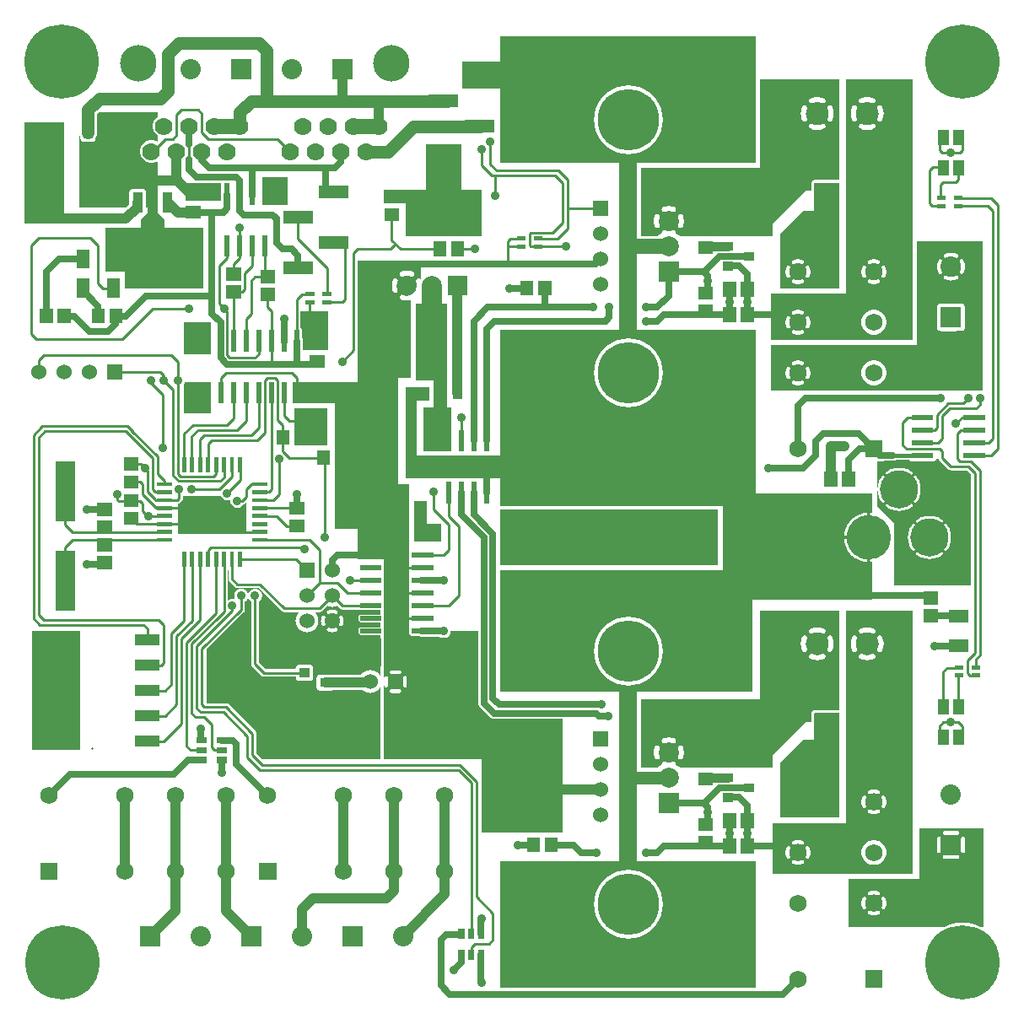
<source format=gbr>
G04 start of page 2 for group 0 idx 0 *
G04 Title: (unknown), component *
G04 Creator: pcb 20140316 *
G04 CreationDate: Mon 02 Nov 2015 06:26:01 PM GMT UTC *
G04 For: ndholmes *
G04 Format: Gerber/RS-274X *
G04 PCB-Dimensions (mil): 3900.00 3900.00 *
G04 PCB-Coordinate-Origin: lower left *
%MOIN*%
%FSLAX25Y25*%
%LNTOP*%
%ADD53C,0.1100*%
%ADD52C,0.1250*%
%ADD51C,0.1080*%
%ADD50C,0.0380*%
%ADD49C,0.1285*%
%ADD48C,0.1280*%
%ADD47C,0.0480*%
%ADD46C,0.0450*%
%ADD45C,0.0200*%
%ADD44C,0.0360*%
%ADD43R,0.0157X0.0157*%
%ADD42R,0.0787X0.0787*%
%ADD41R,0.0240X0.0240*%
%ADD40R,0.0440X0.0440*%
%ADD39R,0.0945X0.0945*%
%ADD38R,0.0378X0.0378*%
%ADD37R,0.0630X0.0630*%
%ADD36R,0.0906X0.0906*%
%ADD35R,0.0340X0.0340*%
%ADD34R,0.0430X0.0430*%
%ADD33R,0.0200X0.0200*%
%ADD32R,0.0360X0.0360*%
%ADD31R,0.0500X0.0500*%
%ADD30R,0.0512X0.0512*%
%ADD29R,0.0167X0.0167*%
%ADD28C,0.1500*%
%ADD27C,0.1750*%
%ADD26C,0.2420*%
%ADD25C,0.0900*%
%ADD24C,0.0680*%
%ADD23C,0.2937*%
%ADD22C,0.1440*%
%ADD21C,0.0787*%
%ADD20C,0.0700*%
%ADD19C,0.0600*%
%ADD18C,0.0800*%
%ADD17C,0.0150*%
%ADD16C,0.0350*%
%ADD15C,0.0500*%
%ADD14C,0.0400*%
%ADD13C,0.0100*%
%ADD12C,0.0250*%
%ADD11C,0.0001*%
G54D11*G36*
X341964Y50000D02*X381500D01*
Y31000D01*
X380171D01*
X380142Y31018D01*
X377862Y31962D01*
X375461Y32539D01*
X373000Y32732D01*
X370539Y32539D01*
X368138Y31962D01*
X365858Y31018D01*
X365829Y31000D01*
X341964D01*
Y38064D01*
X342049Y38089D01*
X342155Y38139D01*
X342253Y38206D01*
X342339Y38287D01*
X342411Y38380D01*
X342466Y38484D01*
X342641Y38912D01*
X342770Y39355D01*
X342857Y39809D01*
X342900Y40269D01*
Y40731D01*
X342857Y41191D01*
X342770Y41645D01*
X342641Y42088D01*
X342471Y42518D01*
X342415Y42622D01*
X342342Y42716D01*
X342255Y42797D01*
X342157Y42864D01*
X342050Y42914D01*
X341964Y42940D01*
Y50000D01*
G37*
G36*
X338002D02*X341964D01*
Y42940D01*
X341936Y42948D01*
X341818Y42962D01*
X341700Y42959D01*
X341583Y42937D01*
X341472Y42896D01*
X341368Y42839D01*
X341274Y42766D01*
X341193Y42680D01*
X341126Y42582D01*
X341075Y42475D01*
X341042Y42361D01*
X341027Y42243D01*
X341031Y42124D01*
X341053Y42008D01*
X341096Y41897D01*
X341217Y41601D01*
X341306Y41293D01*
X341366Y40979D01*
X341396Y40660D01*
Y40340D01*
X341366Y40021D01*
X341306Y39707D01*
X341217Y39399D01*
X341099Y39101D01*
X341057Y38991D01*
X341035Y38875D01*
X341031Y38757D01*
X341046Y38640D01*
X341079Y38527D01*
X341129Y38420D01*
X341196Y38322D01*
X341276Y38236D01*
X341370Y38164D01*
X341473Y38107D01*
X341584Y38067D01*
X341700Y38045D01*
X341818Y38041D01*
X341935Y38056D01*
X341964Y38064D01*
Y31000D01*
X338002D01*
Y35600D01*
X338231D01*
X338691Y35643D01*
X339145Y35730D01*
X339588Y35859D01*
X340018Y36029D01*
X340122Y36085D01*
X340216Y36158D01*
X340297Y36245D01*
X340364Y36343D01*
X340414Y36450D01*
X340448Y36564D01*
X340462Y36682D01*
X340459Y36800D01*
X340436Y36917D01*
X340396Y37028D01*
X340339Y37132D01*
X340266Y37226D01*
X340180Y37307D01*
X340082Y37374D01*
X339975Y37425D01*
X339861Y37458D01*
X339743Y37473D01*
X339624Y37469D01*
X339508Y37447D01*
X339397Y37404D01*
X339101Y37283D01*
X338793Y37194D01*
X338479Y37134D01*
X338160Y37104D01*
X338002D01*
Y43896D01*
X338160D01*
X338479Y43866D01*
X338793Y43806D01*
X339101Y43717D01*
X339399Y43599D01*
X339509Y43557D01*
X339625Y43535D01*
X339743Y43531D01*
X339860Y43546D01*
X339973Y43579D01*
X340080Y43629D01*
X340178Y43696D01*
X340264Y43776D01*
X340336Y43870D01*
X340393Y43973D01*
X340433Y44084D01*
X340455Y44200D01*
X340459Y44318D01*
X340444Y44435D01*
X340411Y44549D01*
X340361Y44655D01*
X340294Y44753D01*
X340213Y44839D01*
X340120Y44911D01*
X340016Y44966D01*
X339588Y45141D01*
X339145Y45270D01*
X338691Y45357D01*
X338231Y45400D01*
X338002D01*
Y50000D01*
G37*
G36*
X334036D02*X338002D01*
Y45400D01*
X337769D01*
X337309Y45357D01*
X336855Y45270D01*
X336412Y45141D01*
X335982Y44971D01*
X335878Y44915D01*
X335784Y44842D01*
X335703Y44755D01*
X335636Y44657D01*
X335586Y44550D01*
X335552Y44436D01*
X335538Y44318D01*
X335541Y44200D01*
X335563Y44083D01*
X335604Y43972D01*
X335661Y43868D01*
X335734Y43774D01*
X335820Y43693D01*
X335918Y43626D01*
X336025Y43575D01*
X336139Y43542D01*
X336257Y43527D01*
X336376Y43531D01*
X336492Y43553D01*
X336603Y43596D01*
X336899Y43717D01*
X337207Y43806D01*
X337521Y43866D01*
X337840Y43896D01*
X338002D01*
Y37104D01*
X337840D01*
X337521Y37134D01*
X337207Y37194D01*
X336899Y37283D01*
X336601Y37401D01*
X336491Y37443D01*
X336375Y37465D01*
X336257Y37469D01*
X336140Y37454D01*
X336027Y37421D01*
X335920Y37371D01*
X335822Y37304D01*
X335736Y37224D01*
X335664Y37130D01*
X335607Y37027D01*
X335567Y36916D01*
X335545Y36800D01*
X335541Y36682D01*
X335556Y36565D01*
X335589Y36451D01*
X335639Y36345D01*
X335706Y36247D01*
X335787Y36161D01*
X335880Y36089D01*
X335984Y36034D01*
X336412Y35859D01*
X336855Y35730D01*
X337309Y35643D01*
X337769Y35600D01*
X338002D01*
Y31000D01*
X334036D01*
Y38060D01*
X334064Y38052D01*
X334182Y38038D01*
X334300Y38041D01*
X334417Y38064D01*
X334528Y38104D01*
X334632Y38161D01*
X334726Y38234D01*
X334807Y38320D01*
X334874Y38418D01*
X334925Y38525D01*
X334958Y38639D01*
X334973Y38757D01*
X334969Y38876D01*
X334947Y38992D01*
X334904Y39103D01*
X334783Y39399D01*
X334694Y39707D01*
X334634Y40021D01*
X334604Y40340D01*
Y40660D01*
X334634Y40979D01*
X334694Y41293D01*
X334783Y41601D01*
X334901Y41899D01*
X334943Y42009D01*
X334965Y42125D01*
X334969Y42243D01*
X334954Y42360D01*
X334921Y42473D01*
X334871Y42580D01*
X334804Y42678D01*
X334724Y42764D01*
X334630Y42836D01*
X334527Y42893D01*
X334416Y42933D01*
X334300Y42955D01*
X334182Y42959D01*
X334065Y42944D01*
X334036Y42936D01*
Y50000D01*
G37*
G36*
X328000D02*X334036D01*
Y42936D01*
X333951Y42911D01*
X333845Y42861D01*
X333747Y42794D01*
X333661Y42713D01*
X333589Y42620D01*
X333534Y42516D01*
X333359Y42088D01*
X333230Y41645D01*
X333143Y41191D01*
X333100Y40731D01*
Y40269D01*
X333143Y39809D01*
X333230Y39355D01*
X333359Y38912D01*
X333529Y38482D01*
X333585Y38378D01*
X333658Y38284D01*
X333745Y38203D01*
X333843Y38136D01*
X333950Y38086D01*
X334036Y38060D01*
Y31000D01*
X328000D01*
Y50000D01*
G37*
G36*
X373250Y70000D02*X381500D01*
Y40500D01*
X373250D01*
Y60248D01*
X373368Y60257D01*
X373482Y60285D01*
X373592Y60330D01*
X373692Y60391D01*
X373782Y60468D01*
X373859Y60558D01*
X373920Y60658D01*
X373965Y60768D01*
X373993Y60882D01*
X374000Y61000D01*
Y66000D01*
X373993Y66118D01*
X373965Y66232D01*
X373920Y66342D01*
X373859Y66442D01*
X373782Y66532D01*
X373692Y66609D01*
X373592Y66670D01*
X373482Y66715D01*
X373368Y66743D01*
X373250Y66752D01*
Y70000D01*
G37*
G36*
X368500D02*X373250D01*
Y66752D01*
X373132Y66743D01*
X373018Y66715D01*
X372908Y66670D01*
X372808Y66609D01*
X372718Y66532D01*
X372641Y66442D01*
X372580Y66342D01*
X372535Y66232D01*
X372507Y66118D01*
X372500Y66000D01*
Y61000D01*
X372507Y60882D01*
X372535Y60768D01*
X372580Y60658D01*
X372641Y60558D01*
X372718Y60468D01*
X372808Y60391D01*
X372908Y60330D01*
X373018Y60285D01*
X373132Y60257D01*
X373250Y60248D01*
Y40500D01*
X368500D01*
Y58000D01*
X371000D01*
X371118Y58007D01*
X371232Y58035D01*
X371342Y58080D01*
X371442Y58141D01*
X371532Y58218D01*
X371609Y58308D01*
X371670Y58408D01*
X371715Y58518D01*
X371743Y58632D01*
X371752Y58750D01*
X371743Y58868D01*
X371715Y58982D01*
X371670Y59092D01*
X371609Y59192D01*
X371532Y59282D01*
X371442Y59359D01*
X371342Y59420D01*
X371232Y59465D01*
X371118Y59493D01*
X371000Y59500D01*
X368500D01*
Y67500D01*
X371000D01*
X371118Y67507D01*
X371232Y67535D01*
X371342Y67580D01*
X371442Y67641D01*
X371532Y67718D01*
X371609Y67808D01*
X371670Y67908D01*
X371715Y68018D01*
X371743Y68132D01*
X371752Y68250D01*
X371743Y68368D01*
X371715Y68482D01*
X371670Y68592D01*
X371609Y68692D01*
X371532Y68782D01*
X371442Y68859D01*
X371342Y68920D01*
X371232Y68965D01*
X371118Y68993D01*
X371000Y69000D01*
X368500D01*
Y70000D01*
G37*
G36*
X363750D02*X368500D01*
Y69000D01*
X366000D01*
X365882Y68993D01*
X365768Y68965D01*
X365658Y68920D01*
X365558Y68859D01*
X365468Y68782D01*
X365391Y68692D01*
X365330Y68592D01*
X365285Y68482D01*
X365257Y68368D01*
X365248Y68250D01*
X365257Y68132D01*
X365285Y68018D01*
X365330Y67908D01*
X365391Y67808D01*
X365468Y67718D01*
X365558Y67641D01*
X365658Y67580D01*
X365768Y67535D01*
X365882Y67507D01*
X366000Y67500D01*
X368500D01*
Y59500D01*
X366000D01*
X365882Y59493D01*
X365768Y59465D01*
X365658Y59420D01*
X365558Y59359D01*
X365468Y59282D01*
X365391Y59192D01*
X365330Y59092D01*
X365285Y58982D01*
X365257Y58868D01*
X365248Y58750D01*
X365257Y58632D01*
X365285Y58518D01*
X365330Y58408D01*
X365391Y58308D01*
X365468Y58218D01*
X365558Y58141D01*
X365658Y58080D01*
X365768Y58035D01*
X365882Y58007D01*
X366000Y58000D01*
X368500D01*
Y40500D01*
X363750D01*
Y60248D01*
X363868Y60257D01*
X363982Y60285D01*
X364092Y60330D01*
X364192Y60391D01*
X364282Y60468D01*
X364359Y60558D01*
X364420Y60658D01*
X364465Y60768D01*
X364493Y60882D01*
X364500Y61000D01*
Y66000D01*
X364493Y66118D01*
X364465Y66232D01*
X364420Y66342D01*
X364359Y66442D01*
X364282Y66532D01*
X364192Y66609D01*
X364092Y66670D01*
X363982Y66715D01*
X363868Y66743D01*
X363750Y66752D01*
Y70000D01*
G37*
G36*
X356000D02*X363750D01*
Y66752D01*
X363632Y66743D01*
X363518Y66715D01*
X363408Y66670D01*
X363308Y66609D01*
X363218Y66532D01*
X363141Y66442D01*
X363080Y66342D01*
X363035Y66232D01*
X363007Y66118D01*
X363000Y66000D01*
Y61000D01*
X363007Y60882D01*
X363035Y60768D01*
X363080Y60658D01*
X363141Y60558D01*
X363218Y60468D01*
X363308Y60391D01*
X363408Y60330D01*
X363518Y60285D01*
X363632Y60257D01*
X363750Y60248D01*
Y40500D01*
X356000D01*
Y70000D01*
G37*
G36*
X324500Y74500D02*X301000D01*
Y96000D01*
X310000Y105000D01*
X324500D01*
Y74500D01*
G37*
G36*
X291500Y115000D02*X311000D01*
Y112000D01*
X298000Y99000D01*
X291500D01*
Y115000D01*
G37*
G36*
X337992Y72000D02*X353500D01*
Y52000D01*
X337992D01*
Y55585D01*
X338000Y55585D01*
X338769Y55645D01*
X339519Y55825D01*
X340231Y56121D01*
X340889Y56524D01*
X341476Y57024D01*
X341976Y57611D01*
X342379Y58269D01*
X342675Y58981D01*
X342855Y59731D01*
X342900Y60500D01*
X342855Y61269D01*
X342675Y62019D01*
X342379Y62731D01*
X341976Y63389D01*
X341476Y63976D01*
X340889Y64476D01*
X340231Y64879D01*
X339519Y65175D01*
X338769Y65355D01*
X338000Y65415D01*
X337992Y65415D01*
Y72000D01*
G37*
G36*
X311964D02*X337992D01*
Y65415D01*
X337231Y65355D01*
X336481Y65175D01*
X335769Y64879D01*
X335111Y64476D01*
X334524Y63976D01*
X334024Y63389D01*
X333621Y62731D01*
X333325Y62019D01*
X333145Y61269D01*
X333085Y60500D01*
X333145Y59731D01*
X333325Y58981D01*
X333621Y58269D01*
X334024Y57611D01*
X334524Y57024D01*
X335111Y56524D01*
X335769Y56121D01*
X336481Y55825D01*
X337231Y55645D01*
X337992Y55585D01*
Y52000D01*
X311964D01*
Y58064D01*
X312049Y58089D01*
X312155Y58139D01*
X312253Y58206D01*
X312339Y58287D01*
X312411Y58380D01*
X312466Y58484D01*
X312641Y58912D01*
X312770Y59355D01*
X312857Y59809D01*
X312900Y60269D01*
Y60731D01*
X312857Y61191D01*
X312770Y61645D01*
X312641Y62088D01*
X312471Y62518D01*
X312415Y62622D01*
X312342Y62716D01*
X312255Y62797D01*
X312157Y62864D01*
X312050Y62914D01*
X311964Y62940D01*
Y72000D01*
G37*
G36*
X308002D02*X311964D01*
Y62940D01*
X311936Y62948D01*
X311818Y62962D01*
X311700Y62959D01*
X311583Y62937D01*
X311472Y62896D01*
X311368Y62839D01*
X311274Y62766D01*
X311193Y62680D01*
X311126Y62582D01*
X311075Y62475D01*
X311042Y62361D01*
X311027Y62243D01*
X311031Y62124D01*
X311053Y62008D01*
X311096Y61897D01*
X311217Y61601D01*
X311306Y61293D01*
X311366Y60979D01*
X311396Y60660D01*
Y60340D01*
X311366Y60021D01*
X311306Y59707D01*
X311217Y59399D01*
X311099Y59101D01*
X311057Y58991D01*
X311035Y58875D01*
X311031Y58757D01*
X311046Y58640D01*
X311079Y58527D01*
X311129Y58420D01*
X311196Y58322D01*
X311276Y58236D01*
X311370Y58164D01*
X311473Y58107D01*
X311584Y58067D01*
X311700Y58045D01*
X311818Y58041D01*
X311935Y58056D01*
X311964Y58064D01*
Y52000D01*
X308002D01*
Y55600D01*
X308231D01*
X308691Y55643D01*
X309145Y55730D01*
X309588Y55859D01*
X310018Y56029D01*
X310122Y56085D01*
X310216Y56158D01*
X310297Y56245D01*
X310364Y56343D01*
X310414Y56450D01*
X310448Y56564D01*
X310462Y56682D01*
X310459Y56800D01*
X310436Y56917D01*
X310396Y57028D01*
X310339Y57132D01*
X310266Y57226D01*
X310180Y57307D01*
X310082Y57374D01*
X309975Y57425D01*
X309861Y57458D01*
X309743Y57473D01*
X309624Y57469D01*
X309508Y57447D01*
X309397Y57404D01*
X309101Y57283D01*
X308793Y57194D01*
X308479Y57134D01*
X308160Y57104D01*
X308002D01*
Y63896D01*
X308160D01*
X308479Y63866D01*
X308793Y63806D01*
X309101Y63717D01*
X309399Y63599D01*
X309509Y63557D01*
X309625Y63535D01*
X309743Y63531D01*
X309860Y63546D01*
X309973Y63579D01*
X310080Y63629D01*
X310178Y63696D01*
X310264Y63776D01*
X310336Y63870D01*
X310393Y63973D01*
X310433Y64084D01*
X310455Y64200D01*
X310459Y64318D01*
X310444Y64435D01*
X310411Y64549D01*
X310361Y64655D01*
X310294Y64753D01*
X310213Y64839D01*
X310120Y64911D01*
X310016Y64966D01*
X309588Y65141D01*
X309145Y65270D01*
X308691Y65357D01*
X308231Y65400D01*
X308002D01*
Y72000D01*
G37*
G36*
X304036D02*X308002D01*
Y65400D01*
X307769D01*
X307309Y65357D01*
X306855Y65270D01*
X306412Y65141D01*
X305982Y64971D01*
X305878Y64915D01*
X305784Y64842D01*
X305703Y64755D01*
X305636Y64657D01*
X305586Y64550D01*
X305552Y64436D01*
X305538Y64318D01*
X305541Y64200D01*
X305563Y64083D01*
X305604Y63972D01*
X305661Y63868D01*
X305734Y63774D01*
X305820Y63693D01*
X305918Y63626D01*
X306025Y63575D01*
X306139Y63542D01*
X306257Y63527D01*
X306376Y63531D01*
X306492Y63553D01*
X306603Y63596D01*
X306899Y63717D01*
X307207Y63806D01*
X307521Y63866D01*
X307840Y63896D01*
X308002D01*
Y57104D01*
X307840D01*
X307521Y57134D01*
X307207Y57194D01*
X306899Y57283D01*
X306601Y57401D01*
X306491Y57443D01*
X306375Y57465D01*
X306257Y57469D01*
X306140Y57454D01*
X306027Y57421D01*
X305920Y57371D01*
X305822Y57304D01*
X305736Y57224D01*
X305664Y57130D01*
X305607Y57027D01*
X305567Y56916D01*
X305545Y56800D01*
X305541Y56682D01*
X305556Y56565D01*
X305589Y56451D01*
X305639Y56345D01*
X305706Y56247D01*
X305787Y56161D01*
X305880Y56089D01*
X305984Y56034D01*
X306412Y55859D01*
X306855Y55730D01*
X307309Y55643D01*
X307769Y55600D01*
X308002D01*
Y52000D01*
X304036D01*
Y58060D01*
X304064Y58052D01*
X304182Y58038D01*
X304300Y58041D01*
X304417Y58064D01*
X304528Y58104D01*
X304632Y58161D01*
X304726Y58234D01*
X304807Y58320D01*
X304874Y58418D01*
X304925Y58525D01*
X304958Y58639D01*
X304973Y58757D01*
X304969Y58876D01*
X304947Y58992D01*
X304904Y59103D01*
X304783Y59399D01*
X304694Y59707D01*
X304634Y60021D01*
X304604Y60340D01*
Y60660D01*
X304634Y60979D01*
X304694Y61293D01*
X304783Y61601D01*
X304901Y61899D01*
X304943Y62009D01*
X304965Y62125D01*
X304969Y62243D01*
X304954Y62360D01*
X304921Y62473D01*
X304871Y62580D01*
X304804Y62678D01*
X304724Y62764D01*
X304630Y62836D01*
X304527Y62893D01*
X304416Y62933D01*
X304300Y62955D01*
X304182Y62959D01*
X304065Y62944D01*
X304036Y62936D01*
Y72000D01*
G37*
G36*
X298000Y52000D02*Y72000D01*
X304036D01*
Y62936D01*
X303951Y62911D01*
X303845Y62861D01*
X303747Y62794D01*
X303661Y62713D01*
X303589Y62620D01*
X303534Y62516D01*
X303359Y62088D01*
X303230Y61645D01*
X303143Y61191D01*
X303100Y60731D01*
Y60269D01*
X303143Y59809D01*
X303230Y59355D01*
X303359Y58912D01*
X303529Y58482D01*
X303585Y58378D01*
X303658Y58284D01*
X303745Y58203D01*
X303843Y58136D01*
X303950Y58086D01*
X304036Y58060D01*
Y52000D01*
X298000D01*
G37*
G36*
X353500D02*X341964D01*
Y57596D01*
X341976Y57611D01*
X342379Y58269D01*
X342675Y58981D01*
X342855Y59731D01*
X342900Y60500D01*
X342855Y61269D01*
X342675Y62019D01*
X342379Y62731D01*
X341976Y63389D01*
X341964Y63404D01*
Y78064D01*
X342049Y78089D01*
X342155Y78139D01*
X342253Y78206D01*
X342339Y78287D01*
X342411Y78380D01*
X342466Y78484D01*
X342641Y78912D01*
X342770Y79355D01*
X342857Y79809D01*
X342900Y80269D01*
Y80731D01*
X342857Y81191D01*
X342770Y81645D01*
X342641Y82088D01*
X342471Y82518D01*
X342415Y82622D01*
X342342Y82716D01*
X342255Y82797D01*
X342157Y82864D01*
X342050Y82914D01*
X341964Y82940D01*
Y156000D01*
X353500D01*
Y52000D01*
G37*
G36*
X341964Y63404D02*X341476Y63976D01*
X340889Y64476D01*
X340606Y64650D01*
Y139776D01*
X340725Y139811D01*
X340867Y139878D01*
X340997Y139967D01*
X341112Y140075D01*
X341208Y140200D01*
X341280Y140339D01*
X341510Y140904D01*
X341679Y141489D01*
X341793Y142088D01*
X341850Y142695D01*
Y143305D01*
X341793Y143912D01*
X341679Y144511D01*
X341510Y145097D01*
X341287Y145664D01*
X341212Y145803D01*
X341115Y145928D01*
X341000Y146037D01*
X340870Y146126D01*
X340727Y146194D01*
X340606Y146229D01*
Y156000D01*
X341964D01*
Y82940D01*
X341936Y82948D01*
X341818Y82962D01*
X341700Y82959D01*
X341583Y82937D01*
X341472Y82896D01*
X341368Y82839D01*
X341274Y82766D01*
X341193Y82680D01*
X341126Y82582D01*
X341075Y82475D01*
X341042Y82361D01*
X341027Y82243D01*
X341031Y82124D01*
X341053Y82008D01*
X341096Y81897D01*
X341217Y81601D01*
X341306Y81293D01*
X341366Y80979D01*
X341396Y80660D01*
Y80340D01*
X341366Y80021D01*
X341306Y79707D01*
X341217Y79399D01*
X341099Y79101D01*
X341057Y78991D01*
X341035Y78875D01*
X341031Y78757D01*
X341046Y78640D01*
X341079Y78527D01*
X341129Y78420D01*
X341196Y78322D01*
X341276Y78236D01*
X341370Y78164D01*
X341473Y78107D01*
X341584Y78067D01*
X341700Y78045D01*
X341818Y78041D01*
X341935Y78056D01*
X341964Y78064D01*
Y63404D01*
G37*
G36*
Y52000D02*X340606D01*
Y56350D01*
X340889Y56524D01*
X341476Y57024D01*
X341964Y57596D01*
Y52000D01*
G37*
G36*
X340606Y64650D02*X340231Y64879D01*
X339519Y65175D01*
X338769Y65355D01*
X338002Y65415D01*
Y75600D01*
X338231D01*
X338691Y75643D01*
X339145Y75730D01*
X339588Y75859D01*
X340018Y76029D01*
X340122Y76085D01*
X340216Y76158D01*
X340297Y76245D01*
X340364Y76343D01*
X340414Y76450D01*
X340448Y76564D01*
X340462Y76682D01*
X340459Y76800D01*
X340436Y76917D01*
X340396Y77028D01*
X340339Y77132D01*
X340266Y77226D01*
X340180Y77307D01*
X340082Y77374D01*
X339975Y77425D01*
X339861Y77458D01*
X339743Y77473D01*
X339624Y77469D01*
X339508Y77447D01*
X339397Y77404D01*
X339101Y77283D01*
X338793Y77194D01*
X338479Y77134D01*
X338160Y77104D01*
X338002D01*
Y83896D01*
X338160D01*
X338479Y83866D01*
X338793Y83806D01*
X339101Y83717D01*
X339399Y83599D01*
X339509Y83557D01*
X339625Y83535D01*
X339743Y83531D01*
X339860Y83546D01*
X339973Y83579D01*
X340080Y83629D01*
X340178Y83696D01*
X340264Y83776D01*
X340336Y83870D01*
X340393Y83973D01*
X340433Y84084D01*
X340455Y84200D01*
X340459Y84318D01*
X340444Y84435D01*
X340411Y84549D01*
X340361Y84655D01*
X340294Y84753D01*
X340213Y84839D01*
X340120Y84911D01*
X340016Y84966D01*
X339588Y85141D01*
X339145Y85270D01*
X338691Y85357D01*
X338231Y85400D01*
X338002D01*
Y137058D01*
X338014Y137063D01*
X338153Y137138D01*
X338278Y137235D01*
X338387Y137350D01*
X338476Y137480D01*
X338544Y137623D01*
X338588Y137775D01*
X338608Y137932D01*
X338604Y138090D01*
X338574Y138246D01*
X338521Y138395D01*
X338445Y138533D01*
X338349Y138659D01*
X338234Y138767D01*
X338103Y138856D01*
X338002Y138904D01*
Y147101D01*
X338101Y147148D01*
X338231Y147237D01*
X338345Y147345D01*
X338441Y147469D01*
X338517Y147607D01*
X338570Y147756D01*
X338599Y147910D01*
X338603Y148068D01*
X338583Y148224D01*
X338539Y148375D01*
X338472Y148517D01*
X338383Y148647D01*
X338275Y148762D01*
X338150Y148858D01*
X338011Y148930D01*
X338002Y148934D01*
Y156000D01*
X340606D01*
Y146229D01*
X340575Y146238D01*
X340418Y146258D01*
X340260Y146254D01*
X340104Y146224D01*
X339955Y146171D01*
X339817Y146095D01*
X339691Y145999D01*
X339583Y145884D01*
X339494Y145753D01*
X339426Y145610D01*
X339381Y145458D01*
X339361Y145301D01*
X339366Y145143D01*
X339395Y144988D01*
X339451Y144840D01*
X339610Y144450D01*
X339727Y144045D01*
X339806Y143631D01*
X339845Y143211D01*
Y142789D01*
X339806Y142369D01*
X339727Y141955D01*
X339610Y141550D01*
X339456Y141158D01*
X339400Y141011D01*
X339371Y140856D01*
X339366Y140699D01*
X339386Y140543D01*
X339431Y140392D01*
X339498Y140249D01*
X339587Y140119D01*
X339695Y140005D01*
X339819Y139909D01*
X339957Y139833D01*
X340106Y139780D01*
X340260Y139751D01*
X340418Y139747D01*
X340574Y139767D01*
X340606Y139776D01*
Y64650D01*
G37*
G36*
X338002Y148934D02*X337446Y149160D01*
X336861Y149329D01*
X336262Y149443D01*
X335655Y149500D01*
X335352D01*
Y156000D01*
X338002D01*
Y148934D01*
G37*
G36*
Y138904D02*X337960Y138924D01*
X337808Y138969D01*
X337651Y138989D01*
X337493Y138984D01*
X337338Y138955D01*
X337190Y138899D01*
X336800Y138740D01*
X336395Y138623D01*
X335981Y138544D01*
X335561Y138505D01*
X335352D01*
Y147495D01*
X335561D01*
X335981Y147456D01*
X336395Y147377D01*
X336800Y147260D01*
X337192Y147106D01*
X337339Y147050D01*
X337494Y147021D01*
X337651Y147016D01*
X337807Y147036D01*
X337958Y147081D01*
X338002Y147101D01*
Y138904D01*
G37*
G36*
Y65415D02*X338000Y65415D01*
X337231Y65355D01*
X336481Y65175D01*
X335769Y64879D01*
X335352Y64624D01*
Y136500D01*
X335655D01*
X336262Y136557D01*
X336861Y136671D01*
X337446Y136840D01*
X338002Y137058D01*
Y85400D01*
X337769D01*
X337309Y85357D01*
X336855Y85270D01*
X336412Y85141D01*
X335982Y84971D01*
X335878Y84915D01*
X335784Y84842D01*
X335703Y84755D01*
X335636Y84657D01*
X335586Y84550D01*
X335552Y84436D01*
X335538Y84318D01*
X335541Y84200D01*
X335563Y84083D01*
X335604Y83972D01*
X335661Y83868D01*
X335734Y83774D01*
X335820Y83693D01*
X335918Y83626D01*
X336025Y83575D01*
X336139Y83542D01*
X336257Y83527D01*
X336376Y83531D01*
X336492Y83553D01*
X336603Y83596D01*
X336899Y83717D01*
X337207Y83806D01*
X337521Y83866D01*
X337840Y83896D01*
X338002D01*
Y77104D01*
X337840D01*
X337521Y77134D01*
X337207Y77194D01*
X336899Y77283D01*
X336601Y77401D01*
X336491Y77443D01*
X336375Y77465D01*
X336257Y77469D01*
X336140Y77454D01*
X336027Y77421D01*
X335920Y77371D01*
X335822Y77304D01*
X335736Y77224D01*
X335664Y77130D01*
X335607Y77027D01*
X335567Y76916D01*
X335545Y76800D01*
X335541Y76682D01*
X335556Y76565D01*
X335589Y76451D01*
X335639Y76345D01*
X335706Y76247D01*
X335787Y76161D01*
X335880Y76089D01*
X335984Y76034D01*
X336412Y75859D01*
X336855Y75730D01*
X337309Y75643D01*
X337769Y75600D01*
X338002D01*
Y65415D01*
G37*
G36*
X340606Y52000D02*X335352D01*
Y56376D01*
X335769Y56121D01*
X336481Y55825D01*
X337231Y55645D01*
X338000Y55585D01*
X338769Y55645D01*
X339519Y55825D01*
X340231Y56121D01*
X340606Y56350D01*
Y52000D01*
G37*
G36*
X334036Y136633D02*X334438Y136557D01*
X335045Y136500D01*
X335352D01*
Y64624D01*
X335111Y64476D01*
X334524Y63976D01*
X334036Y63404D01*
Y78060D01*
X334064Y78052D01*
X334182Y78038D01*
X334300Y78041D01*
X334417Y78064D01*
X334528Y78104D01*
X334632Y78161D01*
X334726Y78234D01*
X334807Y78320D01*
X334874Y78418D01*
X334925Y78525D01*
X334958Y78639D01*
X334973Y78757D01*
X334969Y78876D01*
X334947Y78992D01*
X334904Y79103D01*
X334783Y79399D01*
X334694Y79707D01*
X334634Y80021D01*
X334604Y80340D01*
Y80660D01*
X334634Y80979D01*
X334694Y81293D01*
X334783Y81601D01*
X334901Y81899D01*
X334943Y82009D01*
X334965Y82125D01*
X334969Y82243D01*
X334954Y82360D01*
X334921Y82473D01*
X334871Y82580D01*
X334804Y82678D01*
X334724Y82764D01*
X334630Y82836D01*
X334527Y82893D01*
X334416Y82933D01*
X334300Y82955D01*
X334182Y82959D01*
X334065Y82944D01*
X334036Y82936D01*
Y136633D01*
G37*
G36*
Y147299D02*X334305Y147377D01*
X334719Y147456D01*
X335139Y147495D01*
X335352D01*
Y138505D01*
X335139D01*
X334719Y138544D01*
X334305Y138623D01*
X334036Y138701D01*
Y147299D01*
G37*
G36*
Y156000D02*X335352D01*
Y149500D01*
X335045D01*
X334438Y149443D01*
X334036Y149367D01*
Y156000D01*
G37*
G36*
X335352Y52000D02*X334036D01*
Y57596D01*
X334524Y57024D01*
X335111Y56524D01*
X335352Y56376D01*
Y52000D01*
G37*
G36*
X334036D02*X330094D01*
Y139771D01*
X330125Y139762D01*
X330282Y139742D01*
X330440Y139746D01*
X330596Y139776D01*
X330745Y139829D01*
X330883Y139905D01*
X331009Y140001D01*
X331117Y140116D01*
X331206Y140247D01*
X331274Y140390D01*
X331319Y140542D01*
X331339Y140699D01*
X331334Y140857D01*
X331305Y141012D01*
X331249Y141160D01*
X331090Y141550D01*
X330973Y141955D01*
X330894Y142369D01*
X330855Y142789D01*
Y143211D01*
X330894Y143631D01*
X330973Y144045D01*
X331090Y144450D01*
X331244Y144842D01*
X331300Y144989D01*
X331329Y145144D01*
X331334Y145301D01*
X331314Y145457D01*
X331269Y145608D01*
X331202Y145751D01*
X331113Y145881D01*
X331005Y145995D01*
X330881Y146091D01*
X330743Y146167D01*
X330594Y146220D01*
X330440Y146249D01*
X330282Y146253D01*
X330126Y146233D01*
X330094Y146224D01*
Y156000D01*
X334036D01*
Y149367D01*
X333839Y149329D01*
X333253Y149160D01*
X332686Y148937D01*
X332547Y148862D01*
X332422Y148765D01*
X332313Y148650D01*
X332224Y148520D01*
X332156Y148377D01*
X332112Y148225D01*
X332092Y148068D01*
X332096Y147910D01*
X332126Y147754D01*
X332179Y147605D01*
X332255Y147467D01*
X332351Y147341D01*
X332466Y147233D01*
X332597Y147144D01*
X332740Y147076D01*
X332892Y147031D01*
X333049Y147011D01*
X333207Y147016D01*
X333362Y147045D01*
X333510Y147101D01*
X333900Y147260D01*
X334036Y147299D01*
Y138701D01*
X333900Y138740D01*
X333508Y138894D01*
X333361Y138950D01*
X333206Y138979D01*
X333049Y138984D01*
X332893Y138964D01*
X332742Y138919D01*
X332599Y138852D01*
X332469Y138763D01*
X332355Y138655D01*
X332259Y138531D01*
X332183Y138393D01*
X332130Y138244D01*
X332101Y138090D01*
X332097Y137932D01*
X332117Y137776D01*
X332161Y137625D01*
X332228Y137483D01*
X332317Y137353D01*
X332425Y137238D01*
X332550Y137142D01*
X332689Y137070D01*
X333253Y136840D01*
X333839Y136671D01*
X334036Y136633D01*
Y82936D01*
X333951Y82911D01*
X333845Y82861D01*
X333747Y82794D01*
X333661Y82713D01*
X333589Y82620D01*
X333534Y82516D01*
X333359Y82088D01*
X333230Y81645D01*
X333143Y81191D01*
X333100Y80731D01*
Y80269D01*
X333143Y79809D01*
X333230Y79355D01*
X333359Y78912D01*
X333529Y78482D01*
X333585Y78378D01*
X333658Y78284D01*
X333745Y78203D01*
X333843Y78136D01*
X333950Y78086D01*
X334036Y78060D01*
Y63404D01*
X334024Y63389D01*
X333621Y62731D01*
X333325Y62019D01*
X333145Y61269D01*
X333085Y60500D01*
X333145Y59731D01*
X333325Y58981D01*
X333621Y58269D01*
X334024Y57611D01*
X334036Y57596D01*
Y52000D01*
G37*
G36*
X330094D02*X327000D01*
Y156000D01*
X330094D01*
Y146224D01*
X329975Y146189D01*
X329833Y146122D01*
X329703Y146033D01*
X329588Y145925D01*
X329492Y145800D01*
X329420Y145661D01*
X329190Y145097D01*
X329021Y144511D01*
X328907Y143912D01*
X328850Y143305D01*
Y142695D01*
X328907Y142088D01*
X329021Y141489D01*
X329190Y140904D01*
X329413Y140336D01*
X329488Y140197D01*
X329585Y140072D01*
X329700Y139963D01*
X329830Y139874D01*
X329973Y139806D01*
X330094Y139771D01*
Y52000D01*
G37*
G36*
X320906Y156000D02*X324500D01*
Y116725D01*
X324456Y116728D01*
X320906Y116724D01*
Y139776D01*
X321025Y139811D01*
X321167Y139878D01*
X321297Y139967D01*
X321412Y140075D01*
X321508Y140200D01*
X321580Y140339D01*
X321810Y140904D01*
X321979Y141489D01*
X322093Y142088D01*
X322150Y142695D01*
Y143305D01*
X322093Y143912D01*
X321979Y144511D01*
X321810Y145097D01*
X321587Y145664D01*
X321512Y145803D01*
X321415Y145928D01*
X321300Y146037D01*
X321170Y146126D01*
X321027Y146194D01*
X320906Y146229D01*
Y156000D01*
G37*
G36*
X315652D02*X320906D01*
Y146229D01*
X320875Y146238D01*
X320718Y146258D01*
X320560Y146254D01*
X320404Y146224D01*
X320255Y146171D01*
X320117Y146095D01*
X319991Y145999D01*
X319883Y145884D01*
X319794Y145753D01*
X319726Y145610D01*
X319681Y145458D01*
X319661Y145301D01*
X319666Y145143D01*
X319695Y144988D01*
X319751Y144840D01*
X319910Y144450D01*
X320027Y144045D01*
X320106Y143631D01*
X320145Y143211D01*
Y142789D01*
X320106Y142369D01*
X320027Y141955D01*
X319910Y141550D01*
X319756Y141158D01*
X319700Y141011D01*
X319671Y140856D01*
X319666Y140699D01*
X319686Y140543D01*
X319731Y140392D01*
X319798Y140249D01*
X319887Y140119D01*
X319995Y140005D01*
X320119Y139909D01*
X320257Y139833D01*
X320406Y139780D01*
X320560Y139751D01*
X320718Y139747D01*
X320874Y139767D01*
X320906Y139776D01*
Y116724D01*
X315652Y116718D01*
Y136500D01*
X315955D01*
X316562Y136557D01*
X317161Y136671D01*
X317746Y136840D01*
X318314Y137063D01*
X318453Y137138D01*
X318578Y137235D01*
X318687Y137350D01*
X318776Y137480D01*
X318844Y137623D01*
X318888Y137775D01*
X318908Y137932D01*
X318904Y138090D01*
X318874Y138246D01*
X318821Y138395D01*
X318745Y138533D01*
X318649Y138659D01*
X318534Y138767D01*
X318403Y138856D01*
X318260Y138924D01*
X318108Y138969D01*
X317951Y138989D01*
X317793Y138984D01*
X317638Y138955D01*
X317490Y138899D01*
X317100Y138740D01*
X316695Y138623D01*
X316281Y138544D01*
X315861Y138505D01*
X315652D01*
Y147495D01*
X315861D01*
X316281Y147456D01*
X316695Y147377D01*
X317100Y147260D01*
X317492Y147106D01*
X317639Y147050D01*
X317794Y147021D01*
X317951Y147016D01*
X318107Y147036D01*
X318258Y147081D01*
X318401Y147148D01*
X318531Y147237D01*
X318645Y147345D01*
X318741Y147469D01*
X318817Y147607D01*
X318870Y147756D01*
X318899Y147910D01*
X318903Y148068D01*
X318883Y148224D01*
X318839Y148375D01*
X318772Y148517D01*
X318683Y148647D01*
X318575Y148762D01*
X318450Y148858D01*
X318311Y148930D01*
X317746Y149160D01*
X317161Y149329D01*
X316562Y149443D01*
X315955Y149500D01*
X315652D01*
Y156000D01*
G37*
G36*
X310394D02*X315652D01*
Y149500D01*
X315345D01*
X314738Y149443D01*
X314139Y149329D01*
X313553Y149160D01*
X312986Y148937D01*
X312847Y148862D01*
X312722Y148765D01*
X312613Y148650D01*
X312524Y148520D01*
X312456Y148377D01*
X312412Y148225D01*
X312392Y148068D01*
X312396Y147910D01*
X312426Y147754D01*
X312479Y147605D01*
X312555Y147467D01*
X312651Y147341D01*
X312766Y147233D01*
X312897Y147144D01*
X313040Y147076D01*
X313192Y147031D01*
X313349Y147011D01*
X313507Y147016D01*
X313662Y147045D01*
X313810Y147101D01*
X314200Y147260D01*
X314605Y147377D01*
X315019Y147456D01*
X315439Y147495D01*
X315652D01*
Y138505D01*
X315439D01*
X315019Y138544D01*
X314605Y138623D01*
X314200Y138740D01*
X313808Y138894D01*
X313661Y138950D01*
X313506Y138979D01*
X313349Y138984D01*
X313193Y138964D01*
X313042Y138919D01*
X312899Y138852D01*
X312769Y138763D01*
X312655Y138655D01*
X312559Y138531D01*
X312483Y138393D01*
X312430Y138244D01*
X312401Y138090D01*
X312397Y137932D01*
X312417Y137776D01*
X312461Y137625D01*
X312528Y137483D01*
X312617Y137353D01*
X312725Y137238D01*
X312850Y137142D01*
X312989Y137070D01*
X313553Y136840D01*
X314139Y136671D01*
X314738Y136557D01*
X315345Y136500D01*
X315652D01*
Y116718D01*
X314426Y116716D01*
X314243Y116672D01*
X314068Y116600D01*
X313907Y116501D01*
X313763Y116379D01*
X313641Y116235D01*
X313542Y116074D01*
X313470Y115899D01*
X313426Y115716D01*
X313414Y115528D01*
X313419Y112000D01*
X310394D01*
Y139771D01*
X310425Y139762D01*
X310582Y139742D01*
X310740Y139746D01*
X310896Y139776D01*
X311045Y139829D01*
X311183Y139905D01*
X311309Y140001D01*
X311417Y140116D01*
X311506Y140247D01*
X311574Y140390D01*
X311619Y140542D01*
X311639Y140699D01*
X311634Y140857D01*
X311605Y141012D01*
X311549Y141160D01*
X311390Y141550D01*
X311273Y141955D01*
X311194Y142369D01*
X311155Y142789D01*
Y143211D01*
X311194Y143631D01*
X311273Y144045D01*
X311390Y144450D01*
X311544Y144842D01*
X311600Y144989D01*
X311629Y145144D01*
X311634Y145301D01*
X311614Y145457D01*
X311569Y145608D01*
X311502Y145751D01*
X311413Y145881D01*
X311305Y145995D01*
X311181Y146091D01*
X311043Y146167D01*
X310894Y146220D01*
X310740Y146249D01*
X310582Y146253D01*
X310426Y146233D01*
X310394Y146224D01*
Y156000D01*
G37*
G36*
X293000D02*X310394D01*
Y146224D01*
X310275Y146189D01*
X310133Y146122D01*
X310003Y146033D01*
X309888Y145925D01*
X309792Y145800D01*
X309720Y145661D01*
X309490Y145097D01*
X309321Y144511D01*
X309207Y143912D01*
X309150Y143305D01*
Y142695D01*
X309207Y142088D01*
X309321Y141489D01*
X309490Y140904D01*
X309713Y140336D01*
X309788Y140197D01*
X309885Y140072D01*
X310000Y139963D01*
X310130Y139874D01*
X310273Y139806D01*
X310394Y139771D01*
Y112000D01*
X293000D01*
Y156000D01*
G37*
G36*
X324500Y101500D02*X314500D01*
Y115500D01*
X324500D01*
Y101500D01*
G37*
G36*
X340606Y366000D02*X353500D01*
Y336500D01*
X340606D01*
Y349276D01*
X340725Y349311D01*
X340867Y349378D01*
X340997Y349467D01*
X341112Y349575D01*
X341208Y349700D01*
X341280Y349839D01*
X341510Y350404D01*
X341679Y350989D01*
X341793Y351588D01*
X341850Y352195D01*
Y352805D01*
X341793Y353412D01*
X341679Y354011D01*
X341510Y354597D01*
X341287Y355164D01*
X341212Y355303D01*
X341115Y355428D01*
X341000Y355537D01*
X340870Y355626D01*
X340727Y355694D01*
X340606Y355729D01*
Y366000D01*
G37*
G36*
X335352D02*X340606D01*
Y355729D01*
X340575Y355738D01*
X340418Y355758D01*
X340260Y355754D01*
X340104Y355724D01*
X339955Y355671D01*
X339817Y355595D01*
X339691Y355499D01*
X339583Y355384D01*
X339494Y355253D01*
X339426Y355110D01*
X339381Y354958D01*
X339361Y354801D01*
X339366Y354643D01*
X339395Y354488D01*
X339451Y354340D01*
X339610Y353950D01*
X339727Y353545D01*
X339806Y353131D01*
X339845Y352711D01*
Y352289D01*
X339806Y351869D01*
X339727Y351455D01*
X339610Y351050D01*
X339456Y350658D01*
X339400Y350511D01*
X339371Y350356D01*
X339366Y350199D01*
X339386Y350043D01*
X339431Y349892D01*
X339498Y349749D01*
X339587Y349619D01*
X339695Y349505D01*
X339819Y349409D01*
X339957Y349333D01*
X340106Y349280D01*
X340260Y349251D01*
X340418Y349247D01*
X340574Y349267D01*
X340606Y349276D01*
Y336500D01*
X335352D01*
Y346000D01*
X335655D01*
X336262Y346057D01*
X336861Y346171D01*
X337446Y346340D01*
X338014Y346563D01*
X338153Y346638D01*
X338278Y346735D01*
X338387Y346850D01*
X338476Y346980D01*
X338544Y347123D01*
X338588Y347275D01*
X338608Y347432D01*
X338604Y347590D01*
X338574Y347746D01*
X338521Y347895D01*
X338445Y348033D01*
X338349Y348159D01*
X338234Y348267D01*
X338103Y348356D01*
X337960Y348424D01*
X337808Y348469D01*
X337651Y348489D01*
X337493Y348484D01*
X337338Y348455D01*
X337190Y348399D01*
X336800Y348240D01*
X336395Y348123D01*
X335981Y348044D01*
X335561Y348005D01*
X335352D01*
Y356995D01*
X335561D01*
X335981Y356956D01*
X336395Y356877D01*
X336800Y356760D01*
X337192Y356606D01*
X337339Y356550D01*
X337494Y356521D01*
X337651Y356516D01*
X337807Y356536D01*
X337958Y356581D01*
X338101Y356648D01*
X338231Y356737D01*
X338345Y356845D01*
X338441Y356969D01*
X338517Y357107D01*
X338570Y357256D01*
X338599Y357410D01*
X338603Y357568D01*
X338583Y357724D01*
X338539Y357875D01*
X338472Y358017D01*
X338383Y358147D01*
X338275Y358262D01*
X338150Y358358D01*
X338011Y358430D01*
X337446Y358660D01*
X336861Y358829D01*
X336262Y358943D01*
X335655Y359000D01*
X335352D01*
Y366000D01*
G37*
G36*
X330094D02*X335352D01*
Y359000D01*
X335045D01*
X334438Y358943D01*
X333839Y358829D01*
X333253Y358660D01*
X332686Y358437D01*
X332547Y358362D01*
X332422Y358265D01*
X332313Y358150D01*
X332224Y358020D01*
X332156Y357877D01*
X332112Y357725D01*
X332092Y357568D01*
X332096Y357410D01*
X332126Y357254D01*
X332179Y357105D01*
X332255Y356967D01*
X332351Y356841D01*
X332466Y356733D01*
X332597Y356644D01*
X332740Y356576D01*
X332892Y356531D01*
X333049Y356511D01*
X333207Y356516D01*
X333362Y356545D01*
X333510Y356601D01*
X333900Y356760D01*
X334305Y356877D01*
X334719Y356956D01*
X335139Y356995D01*
X335352D01*
Y348005D01*
X335139D01*
X334719Y348044D01*
X334305Y348123D01*
X333900Y348240D01*
X333508Y348394D01*
X333361Y348450D01*
X333206Y348479D01*
X333049Y348484D01*
X332893Y348464D01*
X332742Y348419D01*
X332599Y348352D01*
X332469Y348263D01*
X332355Y348155D01*
X332259Y348031D01*
X332183Y347893D01*
X332130Y347744D01*
X332101Y347590D01*
X332097Y347432D01*
X332117Y347276D01*
X332161Y347125D01*
X332228Y346983D01*
X332317Y346853D01*
X332425Y346738D01*
X332550Y346642D01*
X332689Y346570D01*
X333253Y346340D01*
X333839Y346171D01*
X334438Y346057D01*
X335045Y346000D01*
X335352D01*
Y336500D01*
X330094D01*
Y349271D01*
X330125Y349262D01*
X330282Y349242D01*
X330440Y349246D01*
X330596Y349276D01*
X330745Y349329D01*
X330883Y349405D01*
X331009Y349501D01*
X331117Y349616D01*
X331206Y349747D01*
X331274Y349890D01*
X331319Y350042D01*
X331339Y350199D01*
X331334Y350357D01*
X331305Y350512D01*
X331249Y350660D01*
X331090Y351050D01*
X330973Y351455D01*
X330894Y351869D01*
X330855Y352289D01*
Y352711D01*
X330894Y353131D01*
X330973Y353545D01*
X331090Y353950D01*
X331244Y354342D01*
X331300Y354489D01*
X331329Y354644D01*
X331334Y354801D01*
X331314Y354957D01*
X331269Y355108D01*
X331202Y355251D01*
X331113Y355381D01*
X331005Y355495D01*
X330881Y355591D01*
X330743Y355667D01*
X330594Y355720D01*
X330440Y355749D01*
X330282Y355753D01*
X330126Y355733D01*
X330094Y355724D01*
Y366000D01*
G37*
G36*
X327000D02*X330094D01*
Y355724D01*
X329975Y355689D01*
X329833Y355622D01*
X329703Y355533D01*
X329588Y355425D01*
X329492Y355300D01*
X329420Y355161D01*
X329190Y354597D01*
X329021Y354011D01*
X328907Y353412D01*
X328850Y352805D01*
Y352195D01*
X328907Y351588D01*
X329021Y350989D01*
X329190Y350404D01*
X329413Y349836D01*
X329488Y349697D01*
X329585Y349572D01*
X329700Y349463D01*
X329830Y349374D01*
X329973Y349306D01*
X330094Y349271D01*
Y336500D01*
X327000D01*
Y366000D01*
G37*
G36*
X324500Y311000D02*X314500D01*
Y325000D01*
X324500D01*
Y311000D01*
G37*
G36*
X261761Y331000D02*X298000D01*
Y304000D01*
X261761D01*
Y307183D01*
X261831Y307195D01*
X261980Y307246D01*
X262119Y307319D01*
X262245Y307413D01*
X262355Y307525D01*
X262446Y307654D01*
X262513Y307796D01*
X262704Y308328D01*
X262837Y308877D01*
X262917Y309436D01*
X262944Y310000D01*
X262917Y310564D01*
X262837Y311123D01*
X262704Y311672D01*
X262519Y312206D01*
X262450Y312348D01*
X262358Y312477D01*
X262248Y312591D01*
X262121Y312685D01*
X261981Y312759D01*
X261832Y312809D01*
X261761Y312821D01*
Y331000D01*
G37*
G36*
X256998D02*X261761D01*
Y312821D01*
X261676Y312836D01*
X261518Y312838D01*
X261361Y312815D01*
X261210Y312768D01*
X261069Y312698D01*
X260939Y312607D01*
X260826Y312496D01*
X260732Y312370D01*
X260658Y312230D01*
X260608Y312080D01*
X260581Y311924D01*
X260579Y311766D01*
X260602Y311610D01*
X260652Y311460D01*
X260778Y311108D01*
X260866Y310744D01*
X260919Y310374D01*
X260937Y310000D01*
X260919Y309626D01*
X260866Y309256D01*
X260778Y308892D01*
X260656Y308539D01*
X260606Y308389D01*
X260583Y308234D01*
X260585Y308076D01*
X260612Y307921D01*
X260662Y307772D01*
X260736Y307633D01*
X260830Y307507D01*
X260942Y307397D01*
X261071Y307306D01*
X261212Y307236D01*
X261362Y307189D01*
X261518Y307167D01*
X261675Y307168D01*
X261761Y307183D01*
Y304000D01*
X261391D01*
X261211Y304211D01*
X260500Y304818D01*
X259821Y305235D01*
X259836Y305324D01*
X259838Y305482D01*
X259815Y305639D01*
X259768Y305790D01*
X259698Y305931D01*
X259607Y306061D01*
X259496Y306174D01*
X259370Y306268D01*
X259230Y306342D01*
X259080Y306392D01*
X258924Y306419D01*
X258766Y306421D01*
X258610Y306398D01*
X258460Y306348D01*
X258108Y306222D01*
X257744Y306134D01*
X257374Y306081D01*
X257000Y306063D01*
X256998Y306063D01*
Y313937D01*
X257000Y313937D01*
X257374Y313919D01*
X257744Y313866D01*
X258108Y313778D01*
X258461Y313656D01*
X258611Y313606D01*
X258766Y313583D01*
X258924Y313585D01*
X259079Y313612D01*
X259228Y313662D01*
X259367Y313736D01*
X259493Y313830D01*
X259603Y313942D01*
X259694Y314071D01*
X259764Y314212D01*
X259811Y314362D01*
X259833Y314518D01*
X259832Y314675D01*
X259805Y314831D01*
X259754Y314980D01*
X259681Y315119D01*
X259587Y315245D01*
X259475Y315355D01*
X259346Y315446D01*
X259204Y315513D01*
X258672Y315704D01*
X258123Y315837D01*
X257564Y315917D01*
X257000Y315944D01*
X256998Y315944D01*
Y331000D01*
G37*
G36*
X252239D02*X256998D01*
Y315944D01*
X256436Y315917D01*
X255877Y315837D01*
X255328Y315704D01*
X254794Y315519D01*
X254652Y315450D01*
X254523Y315358D01*
X254409Y315248D01*
X254315Y315121D01*
X254241Y314981D01*
X254191Y314832D01*
X254164Y314676D01*
X254162Y314518D01*
X254185Y314361D01*
X254232Y314210D01*
X254302Y314069D01*
X254393Y313939D01*
X254504Y313826D01*
X254630Y313732D01*
X254770Y313658D01*
X254920Y313608D01*
X255076Y313581D01*
X255234Y313579D01*
X255390Y313602D01*
X255540Y313652D01*
X255892Y313778D01*
X256256Y313866D01*
X256626Y313919D01*
X256998Y313937D01*
Y306063D01*
X256626Y306081D01*
X256256Y306134D01*
X255892Y306222D01*
X255539Y306344D01*
X255389Y306394D01*
X255234Y306417D01*
X255076Y306415D01*
X254921Y306388D01*
X254772Y306338D01*
X254633Y306264D01*
X254507Y306170D01*
X254397Y306058D01*
X254306Y305929D01*
X254236Y305788D01*
X254189Y305638D01*
X254167Y305482D01*
X254168Y305325D01*
X254183Y305237D01*
X253500Y304818D01*
X252789Y304211D01*
X252609Y304000D01*
X252239D01*
Y307179D01*
X252324Y307164D01*
X252482Y307162D01*
X252639Y307185D01*
X252790Y307232D01*
X252931Y307302D01*
X253061Y307393D01*
X253174Y307504D01*
X253268Y307630D01*
X253342Y307770D01*
X253392Y307920D01*
X253419Y308076D01*
X253421Y308234D01*
X253398Y308390D01*
X253348Y308540D01*
X253222Y308892D01*
X253134Y309256D01*
X253081Y309626D01*
X253063Y310000D01*
X253081Y310374D01*
X253134Y310744D01*
X253222Y311108D01*
X253344Y311461D01*
X253394Y311611D01*
X253417Y311766D01*
X253415Y311924D01*
X253388Y312079D01*
X253338Y312228D01*
X253264Y312367D01*
X253170Y312493D01*
X253058Y312603D01*
X252929Y312694D01*
X252788Y312764D01*
X252638Y312811D01*
X252482Y312833D01*
X252325Y312832D01*
X252239Y312817D01*
Y331000D01*
G37*
G36*
X246000D02*X252239D01*
Y312817D01*
X252169Y312805D01*
X252020Y312754D01*
X251881Y312681D01*
X251755Y312587D01*
X251645Y312475D01*
X251554Y312346D01*
X251487Y312204D01*
X251296Y311672D01*
X251163Y311123D01*
X251083Y310564D01*
X251056Y310000D01*
X251083Y309436D01*
X251163Y308877D01*
X251296Y308328D01*
X251481Y307794D01*
X251550Y307652D01*
X251642Y307523D01*
X251752Y307409D01*
X251879Y307315D01*
X252019Y307241D01*
X252168Y307191D01*
X252239Y307179D01*
Y304000D01*
X246000D01*
Y331000D01*
G37*
G36*
X237500Y334500D02*X244500D01*
Y264000D01*
X237500D01*
Y334500D01*
G37*
G36*
X240979Y383000D02*X291500D01*
Y333000D01*
X240979D01*
Y336360D01*
X241000Y336358D01*
X243134Y336526D01*
X245216Y337026D01*
X247193Y337845D01*
X249019Y338963D01*
X250646Y340354D01*
X252037Y341981D01*
X253155Y343807D01*
X253974Y345784D01*
X254474Y347866D01*
X254600Y350000D01*
X254474Y352134D01*
X253974Y354216D01*
X253155Y356193D01*
X252037Y358019D01*
X250646Y359646D01*
X249019Y361037D01*
X247193Y362155D01*
X245216Y362974D01*
X243134Y363474D01*
X241000Y363642D01*
X240979Y363640D01*
Y383000D01*
G37*
G36*
X190500D02*X240979D01*
Y363640D01*
X238866Y363474D01*
X236784Y362974D01*
X234807Y362155D01*
X232981Y361037D01*
X231354Y359646D01*
X229963Y358019D01*
X228845Y356193D01*
X228026Y354216D01*
X227526Y352134D01*
X227358Y350000D01*
X227526Y347866D01*
X228026Y345784D01*
X228845Y343807D01*
X229963Y341981D01*
X231354Y340354D01*
X232981Y338963D01*
X234807Y337845D01*
X236784Y337026D01*
X238866Y336526D01*
X240979Y336360D01*
Y333000D01*
X190500D01*
Y383000D01*
G37*
G36*
X320906Y366000D02*X324500D01*
Y326225D01*
X324456Y326228D01*
X320906Y326224D01*
Y349276D01*
X321025Y349311D01*
X321167Y349378D01*
X321297Y349467D01*
X321412Y349575D01*
X321508Y349700D01*
X321580Y349839D01*
X321810Y350404D01*
X321979Y350989D01*
X322093Y351588D01*
X322150Y352195D01*
Y352805D01*
X322093Y353412D01*
X321979Y354011D01*
X321810Y354597D01*
X321587Y355164D01*
X321512Y355303D01*
X321415Y355428D01*
X321300Y355537D01*
X321170Y355626D01*
X321027Y355694D01*
X320906Y355729D01*
Y366000D01*
G37*
G36*
X315652D02*X320906D01*
Y355729D01*
X320875Y355738D01*
X320718Y355758D01*
X320560Y355754D01*
X320404Y355724D01*
X320255Y355671D01*
X320117Y355595D01*
X319991Y355499D01*
X319883Y355384D01*
X319794Y355253D01*
X319726Y355110D01*
X319681Y354958D01*
X319661Y354801D01*
X319666Y354643D01*
X319695Y354488D01*
X319751Y354340D01*
X319910Y353950D01*
X320027Y353545D01*
X320106Y353131D01*
X320145Y352711D01*
Y352289D01*
X320106Y351869D01*
X320027Y351455D01*
X319910Y351050D01*
X319756Y350658D01*
X319700Y350511D01*
X319671Y350356D01*
X319666Y350199D01*
X319686Y350043D01*
X319731Y349892D01*
X319798Y349749D01*
X319887Y349619D01*
X319995Y349505D01*
X320119Y349409D01*
X320257Y349333D01*
X320406Y349280D01*
X320560Y349251D01*
X320718Y349247D01*
X320874Y349267D01*
X320906Y349276D01*
Y326224D01*
X315652Y326218D01*
Y346000D01*
X315955D01*
X316562Y346057D01*
X317161Y346171D01*
X317746Y346340D01*
X318314Y346563D01*
X318453Y346638D01*
X318578Y346735D01*
X318687Y346850D01*
X318776Y346980D01*
X318844Y347123D01*
X318888Y347275D01*
X318908Y347432D01*
X318904Y347590D01*
X318874Y347746D01*
X318821Y347895D01*
X318745Y348033D01*
X318649Y348159D01*
X318534Y348267D01*
X318403Y348356D01*
X318260Y348424D01*
X318108Y348469D01*
X317951Y348489D01*
X317793Y348484D01*
X317638Y348455D01*
X317490Y348399D01*
X317100Y348240D01*
X316695Y348123D01*
X316281Y348044D01*
X315861Y348005D01*
X315652D01*
Y356995D01*
X315861D01*
X316281Y356956D01*
X316695Y356877D01*
X317100Y356760D01*
X317492Y356606D01*
X317639Y356550D01*
X317794Y356521D01*
X317951Y356516D01*
X318107Y356536D01*
X318258Y356581D01*
X318401Y356648D01*
X318531Y356737D01*
X318645Y356845D01*
X318741Y356969D01*
X318817Y357107D01*
X318870Y357256D01*
X318899Y357410D01*
X318903Y357568D01*
X318883Y357724D01*
X318839Y357875D01*
X318772Y358017D01*
X318683Y358147D01*
X318575Y358262D01*
X318450Y358358D01*
X318311Y358430D01*
X317746Y358660D01*
X317161Y358829D01*
X316562Y358943D01*
X315955Y359000D01*
X315652D01*
Y366000D01*
G37*
G36*
X310394D02*X315652D01*
Y359000D01*
X315345D01*
X314738Y358943D01*
X314139Y358829D01*
X313553Y358660D01*
X312986Y358437D01*
X312847Y358362D01*
X312722Y358265D01*
X312613Y358150D01*
X312524Y358020D01*
X312456Y357877D01*
X312412Y357725D01*
X312392Y357568D01*
X312396Y357410D01*
X312426Y357254D01*
X312479Y357105D01*
X312555Y356967D01*
X312651Y356841D01*
X312766Y356733D01*
X312897Y356644D01*
X313040Y356576D01*
X313192Y356531D01*
X313349Y356511D01*
X313507Y356516D01*
X313662Y356545D01*
X313810Y356601D01*
X314200Y356760D01*
X314605Y356877D01*
X315019Y356956D01*
X315439Y356995D01*
X315652D01*
Y348005D01*
X315439D01*
X315019Y348044D01*
X314605Y348123D01*
X314200Y348240D01*
X313808Y348394D01*
X313661Y348450D01*
X313506Y348479D01*
X313349Y348484D01*
X313193Y348464D01*
X313042Y348419D01*
X312899Y348352D01*
X312769Y348263D01*
X312655Y348155D01*
X312559Y348031D01*
X312483Y347893D01*
X312430Y347744D01*
X312401Y347590D01*
X312397Y347432D01*
X312417Y347276D01*
X312461Y347125D01*
X312528Y346983D01*
X312617Y346853D01*
X312725Y346738D01*
X312850Y346642D01*
X312989Y346570D01*
X313553Y346340D01*
X314139Y346171D01*
X314738Y346057D01*
X315345Y346000D01*
X315652D01*
Y326218D01*
X314426Y326216D01*
X314243Y326172D01*
X314068Y326100D01*
X313907Y326001D01*
X313763Y325879D01*
X313641Y325735D01*
X313542Y325574D01*
X313470Y325399D01*
X313426Y325216D01*
X313414Y325028D01*
X313418Y322000D01*
X310394D01*
Y349271D01*
X310425Y349262D01*
X310582Y349242D01*
X310740Y349246D01*
X310896Y349276D01*
X311045Y349329D01*
X311183Y349405D01*
X311309Y349501D01*
X311417Y349616D01*
X311506Y349747D01*
X311574Y349890D01*
X311619Y350042D01*
X311639Y350199D01*
X311634Y350357D01*
X311605Y350512D01*
X311549Y350660D01*
X311390Y351050D01*
X311273Y351455D01*
X311194Y351869D01*
X311155Y352289D01*
Y352711D01*
X311194Y353131D01*
X311273Y353545D01*
X311390Y353950D01*
X311544Y354342D01*
X311600Y354489D01*
X311629Y354644D01*
X311634Y354801D01*
X311614Y354957D01*
X311569Y355108D01*
X311502Y355251D01*
X311413Y355381D01*
X311305Y355495D01*
X311181Y355591D01*
X311043Y355667D01*
X310894Y355720D01*
X310740Y355749D01*
X310582Y355753D01*
X310426Y355733D01*
X310394Y355724D01*
Y366000D01*
G37*
G36*
X293000D02*X310394D01*
Y355724D01*
X310275Y355689D01*
X310133Y355622D01*
X310003Y355533D01*
X309888Y355425D01*
X309792Y355300D01*
X309720Y355161D01*
X309490Y354597D01*
X309321Y354011D01*
X309207Y353412D01*
X309150Y352805D01*
Y352195D01*
X309207Y351588D01*
X309321Y350989D01*
X309490Y350404D01*
X309713Y349836D01*
X309788Y349697D01*
X309885Y349572D01*
X310000Y349463D01*
X310130Y349374D01*
X310273Y349306D01*
X310394Y349271D01*
Y322000D01*
X293000D01*
Y366000D01*
G37*
G36*
X291500Y325000D02*X311000D01*
Y322000D01*
X298000Y309000D01*
X291500D01*
Y325000D01*
G37*
G36*
X337992Y261000D02*X381000D01*
Y243000D01*
X337992D01*
Y245085D01*
X338000Y245085D01*
X338769Y245145D01*
X339519Y245325D01*
X340231Y245621D01*
X340889Y246024D01*
X341476Y246524D01*
X341976Y247111D01*
X342379Y247769D01*
X342675Y248481D01*
X342855Y249231D01*
X342900Y250000D01*
X342855Y250769D01*
X342675Y251519D01*
X342379Y252231D01*
X341976Y252889D01*
X341476Y253476D01*
X340889Y253976D01*
X340231Y254379D01*
X339519Y254675D01*
X338769Y254855D01*
X338000Y254915D01*
X337992Y254915D01*
Y261000D01*
G37*
G36*
X311964D02*X337992D01*
Y254915D01*
X337231Y254855D01*
X336481Y254675D01*
X335769Y254379D01*
X335111Y253976D01*
X334524Y253476D01*
X334024Y252889D01*
X333621Y252231D01*
X333325Y251519D01*
X333145Y250769D01*
X333085Y250000D01*
X333145Y249231D01*
X333325Y248481D01*
X333621Y247769D01*
X334024Y247111D01*
X334524Y246524D01*
X335111Y246024D01*
X335769Y245621D01*
X336481Y245325D01*
X337231Y245145D01*
X337992Y245085D01*
Y243000D01*
X311964D01*
Y247564D01*
X312049Y247589D01*
X312155Y247639D01*
X312253Y247706D01*
X312339Y247787D01*
X312411Y247880D01*
X312466Y247984D01*
X312641Y248412D01*
X312770Y248855D01*
X312857Y249309D01*
X312900Y249769D01*
Y250231D01*
X312857Y250691D01*
X312770Y251145D01*
X312641Y251588D01*
X312471Y252018D01*
X312415Y252122D01*
X312342Y252216D01*
X312255Y252297D01*
X312157Y252364D01*
X312050Y252414D01*
X311964Y252440D01*
Y261000D01*
G37*
G36*
X308002D02*X311964D01*
Y252440D01*
X311936Y252448D01*
X311818Y252462D01*
X311700Y252459D01*
X311583Y252437D01*
X311472Y252396D01*
X311368Y252339D01*
X311274Y252266D01*
X311193Y252180D01*
X311126Y252082D01*
X311075Y251975D01*
X311042Y251861D01*
X311027Y251743D01*
X311031Y251624D01*
X311053Y251508D01*
X311096Y251397D01*
X311217Y251101D01*
X311306Y250793D01*
X311366Y250479D01*
X311396Y250160D01*
Y249840D01*
X311366Y249521D01*
X311306Y249207D01*
X311217Y248899D01*
X311099Y248601D01*
X311057Y248491D01*
X311035Y248375D01*
X311031Y248257D01*
X311046Y248140D01*
X311079Y248027D01*
X311129Y247920D01*
X311196Y247822D01*
X311276Y247736D01*
X311370Y247664D01*
X311473Y247607D01*
X311584Y247567D01*
X311700Y247545D01*
X311818Y247541D01*
X311935Y247556D01*
X311964Y247564D01*
Y243000D01*
X308002D01*
Y245100D01*
X308231D01*
X308691Y245143D01*
X309145Y245230D01*
X309588Y245359D01*
X310018Y245529D01*
X310122Y245585D01*
X310216Y245658D01*
X310297Y245745D01*
X310364Y245843D01*
X310414Y245950D01*
X310448Y246064D01*
X310462Y246182D01*
X310459Y246300D01*
X310436Y246417D01*
X310396Y246528D01*
X310339Y246632D01*
X310266Y246726D01*
X310180Y246807D01*
X310082Y246874D01*
X309975Y246925D01*
X309861Y246958D01*
X309743Y246973D01*
X309624Y246969D01*
X309508Y246947D01*
X309397Y246904D01*
X309101Y246783D01*
X308793Y246694D01*
X308479Y246634D01*
X308160Y246604D01*
X308002D01*
Y253396D01*
X308160D01*
X308479Y253366D01*
X308793Y253306D01*
X309101Y253217D01*
X309399Y253099D01*
X309509Y253057D01*
X309625Y253035D01*
X309743Y253031D01*
X309860Y253046D01*
X309973Y253079D01*
X310080Y253129D01*
X310178Y253196D01*
X310264Y253276D01*
X310336Y253370D01*
X310393Y253473D01*
X310433Y253584D01*
X310455Y253700D01*
X310459Y253818D01*
X310444Y253935D01*
X310411Y254049D01*
X310361Y254155D01*
X310294Y254253D01*
X310213Y254339D01*
X310120Y254411D01*
X310016Y254466D01*
X309588Y254641D01*
X309145Y254770D01*
X308691Y254857D01*
X308231Y254900D01*
X308002D01*
Y261000D01*
G37*
G36*
X304036D02*X308002D01*
Y254900D01*
X307769D01*
X307309Y254857D01*
X306855Y254770D01*
X306412Y254641D01*
X305982Y254471D01*
X305878Y254415D01*
X305784Y254342D01*
X305703Y254255D01*
X305636Y254157D01*
X305586Y254050D01*
X305552Y253936D01*
X305538Y253818D01*
X305541Y253700D01*
X305563Y253583D01*
X305604Y253472D01*
X305661Y253368D01*
X305734Y253274D01*
X305820Y253193D01*
X305918Y253126D01*
X306025Y253075D01*
X306139Y253042D01*
X306257Y253027D01*
X306376Y253031D01*
X306492Y253053D01*
X306603Y253096D01*
X306899Y253217D01*
X307207Y253306D01*
X307521Y253366D01*
X307840Y253396D01*
X308002D01*
Y246604D01*
X307840D01*
X307521Y246634D01*
X307207Y246694D01*
X306899Y246783D01*
X306601Y246901D01*
X306491Y246943D01*
X306375Y246965D01*
X306257Y246969D01*
X306140Y246954D01*
X306027Y246921D01*
X305920Y246871D01*
X305822Y246804D01*
X305736Y246724D01*
X305664Y246630D01*
X305607Y246527D01*
X305567Y246416D01*
X305545Y246300D01*
X305541Y246182D01*
X305556Y246065D01*
X305589Y245951D01*
X305639Y245845D01*
X305706Y245747D01*
X305787Y245661D01*
X305880Y245589D01*
X305984Y245534D01*
X306412Y245359D01*
X306855Y245230D01*
X307309Y245143D01*
X307769Y245100D01*
X308002D01*
Y243000D01*
X304036D01*
Y247560D01*
X304064Y247552D01*
X304182Y247538D01*
X304300Y247541D01*
X304417Y247564D01*
X304528Y247604D01*
X304632Y247661D01*
X304726Y247734D01*
X304807Y247820D01*
X304874Y247918D01*
X304925Y248025D01*
X304958Y248139D01*
X304973Y248257D01*
X304969Y248376D01*
X304947Y248492D01*
X304904Y248603D01*
X304783Y248899D01*
X304694Y249207D01*
X304634Y249521D01*
X304604Y249840D01*
Y250160D01*
X304634Y250479D01*
X304694Y250793D01*
X304783Y251101D01*
X304901Y251399D01*
X304943Y251509D01*
X304965Y251625D01*
X304969Y251743D01*
X304954Y251860D01*
X304921Y251973D01*
X304871Y252080D01*
X304804Y252178D01*
X304724Y252264D01*
X304630Y252336D01*
X304527Y252393D01*
X304416Y252433D01*
X304300Y252455D01*
X304182Y252459D01*
X304065Y252444D01*
X304036Y252436D01*
Y261000D01*
G37*
G36*
X297500D02*X304036D01*
Y252436D01*
X303951Y252411D01*
X303845Y252361D01*
X303747Y252294D01*
X303661Y252213D01*
X303589Y252120D01*
X303534Y252016D01*
X303359Y251588D01*
X303230Y251145D01*
X303143Y250691D01*
X303100Y250231D01*
Y249769D01*
X303143Y249309D01*
X303230Y248855D01*
X303359Y248412D01*
X303529Y247982D01*
X303585Y247878D01*
X303658Y247784D01*
X303745Y247703D01*
X303843Y247636D01*
X303950Y247586D01*
X304036Y247560D01*
Y243000D01*
X297500D01*
Y261000D01*
G37*
G36*
X372993Y302000D02*X381000D01*
Y255000D01*
X372993D01*
Y266580D01*
X373183Y266659D01*
X373384Y266783D01*
X373564Y266936D01*
X373717Y267116D01*
X373841Y267317D01*
X373931Y267535D01*
X373986Y267765D01*
X374000Y268000D01*
X373986Y276235D01*
X373931Y276465D01*
X373841Y276683D01*
X373717Y276884D01*
X373564Y277064D01*
X373384Y277217D01*
X373183Y277341D01*
X372993Y277420D01*
Y289145D01*
X373078Y289181D01*
X373179Y289243D01*
X373269Y289319D01*
X373345Y289409D01*
X373405Y289511D01*
X373622Y289980D01*
X373789Y290469D01*
X373909Y290972D01*
X373982Y291484D01*
X374006Y292000D01*
X373982Y292516D01*
X373909Y293028D01*
X373789Y293531D01*
X373622Y294020D01*
X373410Y294492D01*
X373349Y294593D01*
X373272Y294684D01*
X373182Y294761D01*
X373080Y294823D01*
X372993Y294860D01*
Y302000D01*
G37*
G36*
Y255000D02*X368500D01*
Y266507D01*
X372735Y266514D01*
X372965Y266569D01*
X372993Y266580D01*
Y255000D01*
G37*
G36*
X368500Y302000D02*X372993D01*
Y294860D01*
X372971Y294869D01*
X372855Y294897D01*
X372737Y294906D01*
X372619Y294897D01*
X372503Y294870D01*
X372393Y294824D01*
X372292Y294762D01*
X372202Y294686D01*
X372124Y294595D01*
X372062Y294494D01*
X372016Y294385D01*
X371989Y294269D01*
X371979Y294151D01*
X371988Y294032D01*
X372016Y293917D01*
X372063Y293808D01*
X372221Y293468D01*
X372342Y293112D01*
X372430Y292747D01*
X372482Y292375D01*
X372500Y292000D01*
X372482Y291625D01*
X372430Y291253D01*
X372342Y290888D01*
X372221Y290532D01*
X372067Y290190D01*
X372020Y290082D01*
X371993Y289967D01*
X371983Y289849D01*
X371993Y289732D01*
X372021Y289617D01*
X372066Y289508D01*
X372128Y289407D01*
X372205Y289318D01*
X372295Y289241D01*
X372395Y289180D01*
X372504Y289135D01*
X372619Y289107D01*
X372737Y289098D01*
X372855Y289108D01*
X372969Y289135D01*
X372993Y289145D01*
Y277420D01*
X372965Y277431D01*
X372735Y277486D01*
X372500Y277500D01*
X368500Y277493D01*
Y286494D01*
X369016Y286518D01*
X369528Y286591D01*
X370031Y286711D01*
X370520Y286878D01*
X370992Y287090D01*
X371093Y287151D01*
X371184Y287228D01*
X371261Y287318D01*
X371323Y287420D01*
X371369Y287529D01*
X371397Y287645D01*
X371406Y287763D01*
X371397Y287881D01*
X371370Y287997D01*
X371324Y288107D01*
X371262Y288208D01*
X371186Y288298D01*
X371095Y288376D01*
X370994Y288438D01*
X370885Y288484D01*
X370769Y288511D01*
X370651Y288521D01*
X370532Y288512D01*
X370417Y288484D01*
X370308Y288437D01*
X369968Y288279D01*
X369612Y288158D01*
X369247Y288070D01*
X368875Y288018D01*
X368500Y288000D01*
Y296000D01*
X368875Y295982D01*
X369247Y295930D01*
X369612Y295842D01*
X369968Y295721D01*
X370310Y295567D01*
X370418Y295520D01*
X370533Y295493D01*
X370651Y295483D01*
X370768Y295493D01*
X370883Y295521D01*
X370992Y295566D01*
X371093Y295628D01*
X371182Y295705D01*
X371259Y295795D01*
X371320Y295895D01*
X371365Y296004D01*
X371393Y296119D01*
X371402Y296237D01*
X371392Y296355D01*
X371365Y296469D01*
X371319Y296578D01*
X371257Y296679D01*
X371181Y296769D01*
X371091Y296845D01*
X370989Y296905D01*
X370520Y297122D01*
X370031Y297289D01*
X369528Y297409D01*
X369016Y297482D01*
X368500Y297506D01*
Y302000D01*
G37*
G36*
X364007Y266580D02*X364035Y266569D01*
X364265Y266514D01*
X364500Y266500D01*
X368500Y266507D01*
Y255000D01*
X364007D01*
Y266580D01*
G37*
G36*
Y302000D02*X368500D01*
Y297506D01*
X367984Y297482D01*
X367472Y297409D01*
X366969Y297289D01*
X366480Y297122D01*
X366008Y296910D01*
X365907Y296849D01*
X365816Y296772D01*
X365739Y296682D01*
X365677Y296580D01*
X365631Y296471D01*
X365603Y296355D01*
X365594Y296237D01*
X365603Y296119D01*
X365630Y296003D01*
X365676Y295893D01*
X365738Y295792D01*
X365814Y295702D01*
X365905Y295624D01*
X366006Y295562D01*
X366115Y295516D01*
X366231Y295489D01*
X366349Y295479D01*
X366468Y295488D01*
X366583Y295516D01*
X366692Y295563D01*
X367032Y295721D01*
X367388Y295842D01*
X367753Y295930D01*
X368125Y295982D01*
X368500Y296000D01*
Y288000D01*
X368125Y288018D01*
X367753Y288070D01*
X367388Y288158D01*
X367032Y288279D01*
X366690Y288433D01*
X366582Y288480D01*
X366467Y288507D01*
X366349Y288517D01*
X366232Y288507D01*
X366117Y288479D01*
X366008Y288434D01*
X365907Y288372D01*
X365818Y288295D01*
X365741Y288205D01*
X365680Y288105D01*
X365635Y287996D01*
X365607Y287881D01*
X365598Y287763D01*
X365608Y287645D01*
X365635Y287531D01*
X365681Y287422D01*
X365743Y287321D01*
X365819Y287231D01*
X365909Y287155D01*
X366011Y287095D01*
X366480Y286878D01*
X366969Y286711D01*
X367472Y286591D01*
X367984Y286518D01*
X368500Y286494D01*
Y277493D01*
X364265Y277486D01*
X364035Y277431D01*
X364007Y277420D01*
Y289140D01*
X364029Y289131D01*
X364145Y289103D01*
X364263Y289094D01*
X364381Y289103D01*
X364497Y289130D01*
X364607Y289176D01*
X364708Y289238D01*
X364798Y289314D01*
X364876Y289405D01*
X364938Y289506D01*
X364984Y289615D01*
X365011Y289731D01*
X365021Y289849D01*
X365012Y289968D01*
X364984Y290083D01*
X364937Y290192D01*
X364779Y290532D01*
X364658Y290888D01*
X364570Y291253D01*
X364518Y291625D01*
X364500Y292000D01*
X364518Y292375D01*
X364570Y292747D01*
X364658Y293112D01*
X364779Y293468D01*
X364933Y293810D01*
X364980Y293918D01*
X365007Y294033D01*
X365017Y294151D01*
X365007Y294268D01*
X364979Y294383D01*
X364934Y294492D01*
X364872Y294593D01*
X364795Y294682D01*
X364705Y294759D01*
X364605Y294820D01*
X364496Y294865D01*
X364381Y294893D01*
X364263Y294902D01*
X364145Y294892D01*
X364031Y294865D01*
X364007Y294855D01*
Y302000D01*
G37*
G36*
X355000D02*X364007D01*
Y294855D01*
X363922Y294819D01*
X363821Y294757D01*
X363731Y294681D01*
X363655Y294591D01*
X363595Y294489D01*
X363378Y294020D01*
X363211Y293531D01*
X363091Y293028D01*
X363018Y292516D01*
X362994Y292000D01*
X363018Y291484D01*
X363091Y290972D01*
X363211Y290469D01*
X363378Y289980D01*
X363590Y289508D01*
X363651Y289407D01*
X363728Y289316D01*
X363818Y289239D01*
X363920Y289177D01*
X364007Y289140D01*
Y277420D01*
X363817Y277341D01*
X363616Y277217D01*
X363436Y277064D01*
X363283Y276884D01*
X363159Y276683D01*
X363069Y276465D01*
X363014Y276235D01*
X363000Y276000D01*
X363014Y267765D01*
X363069Y267535D01*
X363159Y267317D01*
X363283Y267116D01*
X363436Y266936D01*
X363616Y266783D01*
X363817Y266659D01*
X364007Y266580D01*
Y255000D01*
X355000D01*
Y302000D01*
G37*
G36*
X337992Y281500D02*X353500D01*
Y263000D01*
X337992D01*
Y265085D01*
X338000Y265085D01*
X338769Y265145D01*
X339519Y265325D01*
X340231Y265621D01*
X340889Y266024D01*
X341476Y266524D01*
X341976Y267111D01*
X342379Y267769D01*
X342675Y268481D01*
X342855Y269231D01*
X342900Y270000D01*
X342855Y270769D01*
X342675Y271519D01*
X342379Y272231D01*
X341976Y272889D01*
X341476Y273476D01*
X340889Y273976D01*
X340231Y274379D01*
X339519Y274675D01*
X338769Y274855D01*
X338000Y274915D01*
X337992Y274915D01*
Y281500D01*
G37*
G36*
X311964D02*X337992D01*
Y274915D01*
X337231Y274855D01*
X336481Y274675D01*
X335769Y274379D01*
X335111Y273976D01*
X334524Y273476D01*
X334024Y272889D01*
X333621Y272231D01*
X333325Y271519D01*
X333145Y270769D01*
X333085Y270000D01*
X333145Y269231D01*
X333325Y268481D01*
X333621Y267769D01*
X334024Y267111D01*
X334524Y266524D01*
X335111Y266024D01*
X335769Y265621D01*
X336481Y265325D01*
X337231Y265145D01*
X337992Y265085D01*
Y263000D01*
X311964D01*
Y267564D01*
X312049Y267589D01*
X312155Y267639D01*
X312253Y267706D01*
X312339Y267787D01*
X312411Y267880D01*
X312466Y267984D01*
X312641Y268412D01*
X312770Y268855D01*
X312857Y269309D01*
X312900Y269769D01*
Y270231D01*
X312857Y270691D01*
X312770Y271145D01*
X312641Y271588D01*
X312471Y272018D01*
X312415Y272122D01*
X312342Y272216D01*
X312255Y272297D01*
X312157Y272364D01*
X312050Y272414D01*
X311964Y272440D01*
Y281500D01*
G37*
G36*
X308002D02*X311964D01*
Y272440D01*
X311936Y272448D01*
X311818Y272462D01*
X311700Y272459D01*
X311583Y272437D01*
X311472Y272396D01*
X311368Y272339D01*
X311274Y272266D01*
X311193Y272180D01*
X311126Y272082D01*
X311075Y271975D01*
X311042Y271861D01*
X311027Y271743D01*
X311031Y271624D01*
X311053Y271508D01*
X311096Y271397D01*
X311217Y271101D01*
X311306Y270793D01*
X311366Y270479D01*
X311396Y270160D01*
Y269840D01*
X311366Y269521D01*
X311306Y269207D01*
X311217Y268899D01*
X311099Y268601D01*
X311057Y268491D01*
X311035Y268375D01*
X311031Y268257D01*
X311046Y268140D01*
X311079Y268027D01*
X311129Y267920D01*
X311196Y267822D01*
X311276Y267736D01*
X311370Y267664D01*
X311473Y267607D01*
X311584Y267567D01*
X311700Y267545D01*
X311818Y267541D01*
X311935Y267556D01*
X311964Y267564D01*
Y263000D01*
X308002D01*
Y265100D01*
X308231D01*
X308691Y265143D01*
X309145Y265230D01*
X309588Y265359D01*
X310018Y265529D01*
X310122Y265585D01*
X310216Y265658D01*
X310297Y265745D01*
X310364Y265843D01*
X310414Y265950D01*
X310448Y266064D01*
X310462Y266182D01*
X310459Y266300D01*
X310436Y266417D01*
X310396Y266528D01*
X310339Y266632D01*
X310266Y266726D01*
X310180Y266807D01*
X310082Y266874D01*
X309975Y266925D01*
X309861Y266958D01*
X309743Y266973D01*
X309624Y266969D01*
X309508Y266947D01*
X309397Y266904D01*
X309101Y266783D01*
X308793Y266694D01*
X308479Y266634D01*
X308160Y266604D01*
X308002D01*
Y273396D01*
X308160D01*
X308479Y273366D01*
X308793Y273306D01*
X309101Y273217D01*
X309399Y273099D01*
X309509Y273057D01*
X309625Y273035D01*
X309743Y273031D01*
X309860Y273046D01*
X309973Y273079D01*
X310080Y273129D01*
X310178Y273196D01*
X310264Y273276D01*
X310336Y273370D01*
X310393Y273473D01*
X310433Y273584D01*
X310455Y273700D01*
X310459Y273818D01*
X310444Y273935D01*
X310411Y274049D01*
X310361Y274155D01*
X310294Y274253D01*
X310213Y274339D01*
X310120Y274411D01*
X310016Y274466D01*
X309588Y274641D01*
X309145Y274770D01*
X308691Y274857D01*
X308231Y274900D01*
X308002D01*
Y281500D01*
G37*
G36*
X304036D02*X308002D01*
Y274900D01*
X307769D01*
X307309Y274857D01*
X306855Y274770D01*
X306412Y274641D01*
X305982Y274471D01*
X305878Y274415D01*
X305784Y274342D01*
X305703Y274255D01*
X305636Y274157D01*
X305586Y274050D01*
X305552Y273936D01*
X305538Y273818D01*
X305541Y273700D01*
X305563Y273583D01*
X305604Y273472D01*
X305661Y273368D01*
X305734Y273274D01*
X305820Y273193D01*
X305918Y273126D01*
X306025Y273075D01*
X306139Y273042D01*
X306257Y273027D01*
X306376Y273031D01*
X306492Y273053D01*
X306603Y273096D01*
X306899Y273217D01*
X307207Y273306D01*
X307521Y273366D01*
X307840Y273396D01*
X308002D01*
Y266604D01*
X307840D01*
X307521Y266634D01*
X307207Y266694D01*
X306899Y266783D01*
X306601Y266901D01*
X306491Y266943D01*
X306375Y266965D01*
X306257Y266969D01*
X306140Y266954D01*
X306027Y266921D01*
X305920Y266871D01*
X305822Y266804D01*
X305736Y266724D01*
X305664Y266630D01*
X305607Y266527D01*
X305567Y266416D01*
X305545Y266300D01*
X305541Y266182D01*
X305556Y266065D01*
X305589Y265951D01*
X305639Y265845D01*
X305706Y265747D01*
X305787Y265661D01*
X305880Y265589D01*
X305984Y265534D01*
X306412Y265359D01*
X306855Y265230D01*
X307309Y265143D01*
X307769Y265100D01*
X308002D01*
Y263000D01*
X304036D01*
Y267560D01*
X304064Y267552D01*
X304182Y267538D01*
X304300Y267541D01*
X304417Y267564D01*
X304528Y267604D01*
X304632Y267661D01*
X304726Y267734D01*
X304807Y267820D01*
X304874Y267918D01*
X304925Y268025D01*
X304958Y268139D01*
X304973Y268257D01*
X304969Y268376D01*
X304947Y268492D01*
X304904Y268603D01*
X304783Y268899D01*
X304694Y269207D01*
X304634Y269521D01*
X304604Y269840D01*
Y270160D01*
X304634Y270479D01*
X304694Y270793D01*
X304783Y271101D01*
X304901Y271399D01*
X304943Y271509D01*
X304965Y271625D01*
X304969Y271743D01*
X304954Y271860D01*
X304921Y271973D01*
X304871Y272080D01*
X304804Y272178D01*
X304724Y272264D01*
X304630Y272336D01*
X304527Y272393D01*
X304416Y272433D01*
X304300Y272455D01*
X304182Y272459D01*
X304065Y272444D01*
X304036Y272436D01*
Y281500D01*
G37*
G36*
X297500D02*X304036D01*
Y272436D01*
X303951Y272411D01*
X303845Y272361D01*
X303747Y272294D01*
X303661Y272213D01*
X303589Y272120D01*
X303534Y272016D01*
X303359Y271588D01*
X303230Y271145D01*
X303143Y270691D01*
X303100Y270231D01*
Y269769D01*
X303143Y269309D01*
X303230Y268855D01*
X303359Y268412D01*
X303529Y267982D01*
X303585Y267878D01*
X303658Y267784D01*
X303745Y267703D01*
X303843Y267636D01*
X303950Y267586D01*
X304036Y267560D01*
Y263000D01*
X297500D01*
Y281500D01*
G37*
G36*
X324500Y283500D02*X311964D01*
Y287564D01*
X312049Y287589D01*
X312155Y287639D01*
X312253Y287706D01*
X312339Y287787D01*
X312411Y287880D01*
X312466Y287984D01*
X312641Y288412D01*
X312770Y288855D01*
X312857Y289309D01*
X312900Y289769D01*
Y290231D01*
X312857Y290691D01*
X312770Y291145D01*
X312641Y291588D01*
X312471Y292018D01*
X312415Y292122D01*
X312342Y292216D01*
X312255Y292297D01*
X312157Y292364D01*
X312050Y292414D01*
X311964Y292440D01*
Y314000D01*
X324500D01*
Y283500D01*
G37*
G36*
X311964D02*X308002D01*
Y285100D01*
X308231D01*
X308691Y285143D01*
X309145Y285230D01*
X309588Y285359D01*
X310018Y285529D01*
X310122Y285585D01*
X310216Y285658D01*
X310297Y285745D01*
X310364Y285843D01*
X310414Y285950D01*
X310448Y286064D01*
X310462Y286182D01*
X310459Y286300D01*
X310436Y286417D01*
X310396Y286528D01*
X310339Y286632D01*
X310266Y286726D01*
X310180Y286807D01*
X310082Y286874D01*
X309975Y286925D01*
X309861Y286958D01*
X309743Y286973D01*
X309624Y286969D01*
X309508Y286947D01*
X309397Y286904D01*
X309101Y286783D01*
X308793Y286694D01*
X308479Y286634D01*
X308160Y286604D01*
X308002D01*
Y293396D01*
X308160D01*
X308479Y293366D01*
X308793Y293306D01*
X309101Y293217D01*
X309399Y293099D01*
X309509Y293057D01*
X309625Y293035D01*
X309743Y293031D01*
X309860Y293046D01*
X309973Y293079D01*
X310080Y293129D01*
X310178Y293196D01*
X310264Y293276D01*
X310336Y293370D01*
X310393Y293473D01*
X310433Y293584D01*
X310455Y293700D01*
X310459Y293818D01*
X310444Y293935D01*
X310411Y294049D01*
X310361Y294155D01*
X310294Y294253D01*
X310213Y294339D01*
X310120Y294411D01*
X310016Y294466D01*
X309588Y294641D01*
X309145Y294770D01*
X308691Y294857D01*
X308231Y294900D01*
X308002D01*
Y312002D01*
X310000Y314000D01*
X311964D01*
Y292440D01*
X311936Y292448D01*
X311818Y292462D01*
X311700Y292459D01*
X311583Y292437D01*
X311472Y292396D01*
X311368Y292339D01*
X311274Y292266D01*
X311193Y292180D01*
X311126Y292082D01*
X311075Y291975D01*
X311042Y291861D01*
X311027Y291743D01*
X311031Y291624D01*
X311053Y291508D01*
X311096Y291397D01*
X311217Y291101D01*
X311306Y290793D01*
X311366Y290479D01*
X311396Y290160D01*
Y289840D01*
X311366Y289521D01*
X311306Y289207D01*
X311217Y288899D01*
X311099Y288601D01*
X311057Y288491D01*
X311035Y288375D01*
X311031Y288257D01*
X311046Y288140D01*
X311079Y288027D01*
X311129Y287920D01*
X311196Y287822D01*
X311276Y287736D01*
X311370Y287664D01*
X311473Y287607D01*
X311584Y287567D01*
X311700Y287545D01*
X311818Y287541D01*
X311935Y287556D01*
X311964Y287564D01*
Y283500D01*
G37*
G36*
X308002D02*X304036D01*
Y287560D01*
X304064Y287552D01*
X304182Y287538D01*
X304300Y287541D01*
X304417Y287564D01*
X304528Y287604D01*
X304632Y287661D01*
X304726Y287734D01*
X304807Y287820D01*
X304874Y287918D01*
X304925Y288025D01*
X304958Y288139D01*
X304973Y288257D01*
X304969Y288376D01*
X304947Y288492D01*
X304904Y288603D01*
X304783Y288899D01*
X304694Y289207D01*
X304634Y289521D01*
X304604Y289840D01*
Y290160D01*
X304634Y290479D01*
X304694Y290793D01*
X304783Y291101D01*
X304901Y291399D01*
X304943Y291509D01*
X304965Y291625D01*
X304969Y291743D01*
X304954Y291860D01*
X304921Y291973D01*
X304871Y292080D01*
X304804Y292178D01*
X304724Y292264D01*
X304630Y292336D01*
X304527Y292393D01*
X304416Y292433D01*
X304300Y292455D01*
X304182Y292459D01*
X304065Y292444D01*
X304036Y292436D01*
Y308036D01*
X308002Y312002D01*
Y294900D01*
X307769D01*
X307309Y294857D01*
X306855Y294770D01*
X306412Y294641D01*
X305982Y294471D01*
X305878Y294415D01*
X305784Y294342D01*
X305703Y294255D01*
X305636Y294157D01*
X305586Y294050D01*
X305552Y293936D01*
X305538Y293818D01*
X305541Y293700D01*
X305563Y293583D01*
X305604Y293472D01*
X305661Y293368D01*
X305734Y293274D01*
X305820Y293193D01*
X305918Y293126D01*
X306025Y293075D01*
X306139Y293042D01*
X306257Y293027D01*
X306376Y293031D01*
X306492Y293053D01*
X306603Y293096D01*
X306899Y293217D01*
X307207Y293306D01*
X307521Y293366D01*
X307840Y293396D01*
X308002D01*
Y286604D01*
X307840D01*
X307521Y286634D01*
X307207Y286694D01*
X306899Y286783D01*
X306601Y286901D01*
X306491Y286943D01*
X306375Y286965D01*
X306257Y286969D01*
X306140Y286954D01*
X306027Y286921D01*
X305920Y286871D01*
X305822Y286804D01*
X305736Y286724D01*
X305664Y286630D01*
X305607Y286527D01*
X305567Y286416D01*
X305545Y286300D01*
X305541Y286182D01*
X305556Y286065D01*
X305589Y285951D01*
X305639Y285845D01*
X305706Y285747D01*
X305787Y285661D01*
X305880Y285589D01*
X305984Y285534D01*
X306412Y285359D01*
X306855Y285230D01*
X307309Y285143D01*
X307769Y285100D01*
X308002D01*
Y283500D01*
G37*
G36*
X304036D02*X301000D01*
Y305000D01*
X304036Y308036D01*
Y292436D01*
X303951Y292411D01*
X303845Y292361D01*
X303747Y292294D01*
X303661Y292213D01*
X303589Y292120D01*
X303534Y292016D01*
X303359Y291588D01*
X303230Y291145D01*
X303143Y290691D01*
X303100Y290231D01*
Y289769D01*
X303143Y289309D01*
X303230Y288855D01*
X303359Y288412D01*
X303529Y287982D01*
X303585Y287878D01*
X303658Y287784D01*
X303745Y287703D01*
X303843Y287636D01*
X303950Y287586D01*
X304036Y287560D01*
Y283500D01*
G37*
G36*
X341964Y356000D02*X353500D01*
Y263000D01*
X341964D01*
Y267096D01*
X341976Y267111D01*
X342379Y267769D01*
X342675Y268481D01*
X342855Y269231D01*
X342900Y270000D01*
X342855Y270769D01*
X342675Y271519D01*
X342379Y272231D01*
X341976Y272889D01*
X341964Y272904D01*
Y287564D01*
X342049Y287589D01*
X342155Y287639D01*
X342253Y287706D01*
X342339Y287787D01*
X342411Y287880D01*
X342466Y287984D01*
X342641Y288412D01*
X342770Y288855D01*
X342857Y289309D01*
X342900Y289769D01*
Y290231D01*
X342857Y290691D01*
X342770Y291145D01*
X342641Y291588D01*
X342471Y292018D01*
X342415Y292122D01*
X342342Y292216D01*
X342255Y292297D01*
X342157Y292364D01*
X342050Y292414D01*
X341964Y292440D01*
Y356000D01*
G37*
G36*
Y263000D02*X340606D01*
Y265850D01*
X340889Y266024D01*
X341476Y266524D01*
X341964Y267096D01*
Y263000D01*
G37*
G36*
X340606Y356000D02*X341964D01*
Y292440D01*
X341936Y292448D01*
X341818Y292462D01*
X341700Y292459D01*
X341583Y292437D01*
X341472Y292396D01*
X341368Y292339D01*
X341274Y292266D01*
X341193Y292180D01*
X341126Y292082D01*
X341075Y291975D01*
X341042Y291861D01*
X341027Y291743D01*
X341031Y291624D01*
X341053Y291508D01*
X341096Y291397D01*
X341217Y291101D01*
X341306Y290793D01*
X341366Y290479D01*
X341396Y290160D01*
Y289840D01*
X341366Y289521D01*
X341306Y289207D01*
X341217Y288899D01*
X341099Y288601D01*
X341057Y288491D01*
X341035Y288375D01*
X341031Y288257D01*
X341046Y288140D01*
X341079Y288027D01*
X341129Y287920D01*
X341196Y287822D01*
X341276Y287736D01*
X341370Y287664D01*
X341473Y287607D01*
X341584Y287567D01*
X341700Y287545D01*
X341818Y287541D01*
X341935Y287556D01*
X341964Y287564D01*
Y272904D01*
X341476Y273476D01*
X340889Y273976D01*
X340606Y274150D01*
Y349276D01*
X340725Y349311D01*
X340867Y349378D01*
X340997Y349467D01*
X341112Y349575D01*
X341208Y349700D01*
X341280Y349839D01*
X341510Y350404D01*
X341679Y350989D01*
X341793Y351588D01*
X341850Y352195D01*
Y352805D01*
X341793Y353412D01*
X341679Y354011D01*
X341510Y354597D01*
X341287Y355164D01*
X341212Y355303D01*
X341115Y355428D01*
X341000Y355537D01*
X340870Y355626D01*
X340727Y355694D01*
X340606Y355729D01*
Y356000D01*
G37*
G36*
Y263000D02*X335352D01*
Y265876D01*
X335769Y265621D01*
X336481Y265325D01*
X337231Y265145D01*
X338000Y265085D01*
X338769Y265145D01*
X339519Y265325D01*
X340231Y265621D01*
X340606Y265850D01*
Y263000D01*
G37*
G36*
X338002Y356000D02*X340606D01*
Y355729D01*
X340575Y355738D01*
X340418Y355758D01*
X340260Y355754D01*
X340104Y355724D01*
X339955Y355671D01*
X339817Y355595D01*
X339691Y355499D01*
X339583Y355384D01*
X339494Y355253D01*
X339426Y355110D01*
X339381Y354958D01*
X339361Y354801D01*
X339366Y354643D01*
X339395Y354488D01*
X339451Y354340D01*
X339610Y353950D01*
X339727Y353545D01*
X339806Y353131D01*
X339845Y352711D01*
Y352289D01*
X339806Y351869D01*
X339727Y351455D01*
X339610Y351050D01*
X339456Y350658D01*
X339400Y350511D01*
X339371Y350356D01*
X339366Y350199D01*
X339386Y350043D01*
X339431Y349892D01*
X339498Y349749D01*
X339587Y349619D01*
X339695Y349505D01*
X339819Y349409D01*
X339957Y349333D01*
X340106Y349280D01*
X340260Y349251D01*
X340418Y349247D01*
X340574Y349267D01*
X340606Y349276D01*
Y274150D01*
X340231Y274379D01*
X339519Y274675D01*
X338769Y274855D01*
X338002Y274915D01*
Y285100D01*
X338231D01*
X338691Y285143D01*
X339145Y285230D01*
X339588Y285359D01*
X340018Y285529D01*
X340122Y285585D01*
X340216Y285658D01*
X340297Y285745D01*
X340364Y285843D01*
X340414Y285950D01*
X340448Y286064D01*
X340462Y286182D01*
X340459Y286300D01*
X340436Y286417D01*
X340396Y286528D01*
X340339Y286632D01*
X340266Y286726D01*
X340180Y286807D01*
X340082Y286874D01*
X339975Y286925D01*
X339861Y286958D01*
X339743Y286973D01*
X339624Y286969D01*
X339508Y286947D01*
X339397Y286904D01*
X339101Y286783D01*
X338793Y286694D01*
X338479Y286634D01*
X338160Y286604D01*
X338002D01*
Y293396D01*
X338160D01*
X338479Y293366D01*
X338793Y293306D01*
X339101Y293217D01*
X339399Y293099D01*
X339509Y293057D01*
X339625Y293035D01*
X339743Y293031D01*
X339860Y293046D01*
X339973Y293079D01*
X340080Y293129D01*
X340178Y293196D01*
X340264Y293276D01*
X340336Y293370D01*
X340393Y293473D01*
X340433Y293584D01*
X340455Y293700D01*
X340459Y293818D01*
X340444Y293935D01*
X340411Y294049D01*
X340361Y294155D01*
X340294Y294253D01*
X340213Y294339D01*
X340120Y294411D01*
X340016Y294466D01*
X339588Y294641D01*
X339145Y294770D01*
X338691Y294857D01*
X338231Y294900D01*
X338002D01*
Y346558D01*
X338014Y346563D01*
X338153Y346638D01*
X338278Y346735D01*
X338387Y346850D01*
X338476Y346980D01*
X338544Y347123D01*
X338588Y347275D01*
X338608Y347432D01*
X338604Y347590D01*
X338574Y347746D01*
X338521Y347895D01*
X338445Y348033D01*
X338349Y348159D01*
X338234Y348267D01*
X338103Y348356D01*
X338002Y348404D01*
Y356000D01*
G37*
G36*
Y274915D02*X338000Y274915D01*
X337231Y274855D01*
X336481Y274675D01*
X335769Y274379D01*
X335352Y274124D01*
Y346000D01*
X335655D01*
X336262Y346057D01*
X336861Y346171D01*
X337446Y346340D01*
X338002Y346558D01*
Y294900D01*
X337769D01*
X337309Y294857D01*
X336855Y294770D01*
X336412Y294641D01*
X335982Y294471D01*
X335878Y294415D01*
X335784Y294342D01*
X335703Y294255D01*
X335636Y294157D01*
X335586Y294050D01*
X335552Y293936D01*
X335538Y293818D01*
X335541Y293700D01*
X335563Y293583D01*
X335604Y293472D01*
X335661Y293368D01*
X335734Y293274D01*
X335820Y293193D01*
X335918Y293126D01*
X336025Y293075D01*
X336139Y293042D01*
X336257Y293027D01*
X336376Y293031D01*
X336492Y293053D01*
X336603Y293096D01*
X336899Y293217D01*
X337207Y293306D01*
X337521Y293366D01*
X337840Y293396D01*
X338002D01*
Y286604D01*
X337840D01*
X337521Y286634D01*
X337207Y286694D01*
X336899Y286783D01*
X336601Y286901D01*
X336491Y286943D01*
X336375Y286965D01*
X336257Y286969D01*
X336140Y286954D01*
X336027Y286921D01*
X335920Y286871D01*
X335822Y286804D01*
X335736Y286724D01*
X335664Y286630D01*
X335607Y286527D01*
X335567Y286416D01*
X335545Y286300D01*
X335541Y286182D01*
X335556Y286065D01*
X335589Y285951D01*
X335639Y285845D01*
X335706Y285747D01*
X335787Y285661D01*
X335880Y285589D01*
X335984Y285534D01*
X336412Y285359D01*
X336855Y285230D01*
X337309Y285143D01*
X337769Y285100D01*
X338002D01*
Y274915D01*
G37*
G36*
X335352Y356000D02*X338002D01*
Y348404D01*
X337960Y348424D01*
X337808Y348469D01*
X337651Y348489D01*
X337493Y348484D01*
X337338Y348455D01*
X337190Y348399D01*
X336800Y348240D01*
X336395Y348123D01*
X335981Y348044D01*
X335561Y348005D01*
X335352D01*
Y356000D01*
G37*
G36*
X334036Y267096D02*X334524Y266524D01*
X335111Y266024D01*
X335352Y265876D01*
Y263000D01*
X334036D01*
Y267096D01*
G37*
G36*
Y346133D02*X334438Y346057D01*
X335045Y346000D01*
X335352D01*
Y274124D01*
X335111Y273976D01*
X334524Y273476D01*
X334036Y272904D01*
Y287560D01*
X334064Y287552D01*
X334182Y287538D01*
X334300Y287541D01*
X334417Y287564D01*
X334528Y287604D01*
X334632Y287661D01*
X334726Y287734D01*
X334807Y287820D01*
X334874Y287918D01*
X334925Y288025D01*
X334958Y288139D01*
X334973Y288257D01*
X334969Y288376D01*
X334947Y288492D01*
X334904Y288603D01*
X334783Y288899D01*
X334694Y289207D01*
X334634Y289521D01*
X334604Y289840D01*
Y290160D01*
X334634Y290479D01*
X334694Y290793D01*
X334783Y291101D01*
X334901Y291399D01*
X334943Y291509D01*
X334965Y291625D01*
X334969Y291743D01*
X334954Y291860D01*
X334921Y291973D01*
X334871Y292080D01*
X334804Y292178D01*
X334724Y292264D01*
X334630Y292336D01*
X334527Y292393D01*
X334416Y292433D01*
X334300Y292455D01*
X334182Y292459D01*
X334065Y292444D01*
X334036Y292436D01*
Y346133D01*
G37*
G36*
Y356000D02*X335352D01*
Y348005D01*
X335139D01*
X334719Y348044D01*
X334305Y348123D01*
X334036Y348201D01*
Y356000D01*
G37*
G36*
X330094D02*X334036D01*
Y348201D01*
X333900Y348240D01*
X333508Y348394D01*
X333361Y348450D01*
X333206Y348479D01*
X333049Y348484D01*
X332893Y348464D01*
X332742Y348419D01*
X332599Y348352D01*
X332469Y348263D01*
X332355Y348155D01*
X332259Y348031D01*
X332183Y347893D01*
X332130Y347744D01*
X332101Y347590D01*
X332097Y347432D01*
X332117Y347276D01*
X332161Y347125D01*
X332228Y346983D01*
X332317Y346853D01*
X332425Y346738D01*
X332550Y346642D01*
X332689Y346570D01*
X333253Y346340D01*
X333839Y346171D01*
X334036Y346133D01*
Y292436D01*
X333951Y292411D01*
X333845Y292361D01*
X333747Y292294D01*
X333661Y292213D01*
X333589Y292120D01*
X333534Y292016D01*
X333359Y291588D01*
X333230Y291145D01*
X333143Y290691D01*
X333100Y290231D01*
Y289769D01*
X333143Y289309D01*
X333230Y288855D01*
X333359Y288412D01*
X333529Y287982D01*
X333585Y287878D01*
X333658Y287784D01*
X333745Y287703D01*
X333843Y287636D01*
X333950Y287586D01*
X334036Y287560D01*
Y272904D01*
X334024Y272889D01*
X333621Y272231D01*
X333325Y271519D01*
X333145Y270769D01*
X333085Y270000D01*
X333145Y269231D01*
X333325Y268481D01*
X333621Y267769D01*
X334024Y267111D01*
X334036Y267096D01*
Y263000D01*
X330094D01*
Y349271D01*
X330125Y349262D01*
X330282Y349242D01*
X330440Y349246D01*
X330596Y349276D01*
X330745Y349329D01*
X330883Y349405D01*
X331009Y349501D01*
X331117Y349616D01*
X331206Y349747D01*
X331274Y349890D01*
X331319Y350042D01*
X331339Y350199D01*
X331334Y350357D01*
X331305Y350512D01*
X331249Y350660D01*
X331090Y351050D01*
X330973Y351455D01*
X330894Y351869D01*
X330855Y352289D01*
Y352711D01*
X330894Y353131D01*
X330973Y353545D01*
X331090Y353950D01*
X331244Y354342D01*
X331300Y354489D01*
X331329Y354644D01*
X331334Y354801D01*
X331314Y354957D01*
X331269Y355108D01*
X331202Y355251D01*
X331113Y355381D01*
X331005Y355495D01*
X330881Y355591D01*
X330743Y355667D01*
X330594Y355720D01*
X330440Y355749D01*
X330282Y355753D01*
X330126Y355733D01*
X330094Y355724D01*
Y356000D01*
G37*
G36*
X327000D02*X330094D01*
Y355724D01*
X329975Y355689D01*
X329833Y355622D01*
X329703Y355533D01*
X329588Y355425D01*
X329492Y355300D01*
X329420Y355161D01*
X329190Y354597D01*
X329021Y354011D01*
X328907Y353412D01*
X328850Y352805D01*
Y352195D01*
X328907Y351588D01*
X329021Y350989D01*
X329190Y350404D01*
X329413Y349836D01*
X329488Y349697D01*
X329585Y349572D01*
X329700Y349463D01*
X329830Y349374D01*
X329973Y349306D01*
X330094Y349271D01*
Y263000D01*
X327000D01*
Y356000D01*
G37*
G36*
X240979Y267000D02*X275000D01*
Y197500D01*
X240979D01*
Y236360D01*
X241000Y236358D01*
X243134Y236526D01*
X245216Y237026D01*
X247193Y237845D01*
X249019Y238963D01*
X250646Y240354D01*
X252037Y241981D01*
X253155Y243807D01*
X253974Y245784D01*
X254474Y247866D01*
X254600Y250000D01*
X254474Y252134D01*
X253974Y254216D01*
X253155Y256193D01*
X252037Y258019D01*
X250646Y259646D01*
X249019Y261037D01*
X247193Y262155D01*
X245216Y262974D01*
X243134Y263474D01*
X241000Y263642D01*
X240979Y263640D01*
Y267000D01*
G37*
G36*
X190500D02*X240979D01*
Y263640D01*
X238866Y263474D01*
X236784Y262974D01*
X234807Y262155D01*
X232981Y261037D01*
X231354Y259646D01*
X229963Y258019D01*
X228845Y256193D01*
X228026Y254216D01*
X227526Y252134D01*
X227358Y250000D01*
X227526Y247866D01*
X228026Y245784D01*
X228845Y243807D01*
X229963Y241981D01*
X231354Y240354D01*
X232981Y238963D01*
X234807Y237845D01*
X236784Y237026D01*
X238866Y236526D01*
X240979Y236360D01*
Y197500D01*
X190500D01*
Y267000D01*
G37*
G36*
X291500Y197500D02*X192500D01*
Y230000D01*
X291500D01*
Y197500D01*
G37*
G36*
X266000Y267000D02*X291500D01*
Y223000D01*
X266000D01*
Y267000D01*
G37*
G36*
X367155Y187245D02*X367319Y186638D01*
X367435Y185988D01*
X367493Y185330D01*
Y184670D01*
X367435Y184012D01*
X367319Y183362D01*
X367155Y182755D01*
Y187245D01*
G37*
G36*
Y212224D02*X367398Y211981D01*
X367436Y211936D01*
X367616Y211783D01*
X367817Y211659D01*
X368035Y211569D01*
X368265Y211514D01*
X368500Y211495D01*
X368559Y211500D01*
X374879D01*
X376500Y209879D01*
Y166000D01*
X367155D01*
Y180396D01*
X367530Y181039D01*
X367849Y181716D01*
X368107Y182419D01*
X368303Y183142D01*
X368434Y183880D01*
X368500Y184626D01*
Y185374D01*
X368434Y186121D01*
X368303Y186858D01*
X368107Y187581D01*
X367849Y188284D01*
X367530Y188961D01*
X367155Y189604D01*
Y212224D01*
G37*
G36*
X360004Y215110D02*X361720Y215113D01*
X361934Y215164D01*
X362138Y215249D01*
X362325Y215364D01*
X362493Y215507D01*
X362636Y215675D01*
X362751Y215862D01*
X362808Y216000D01*
X363584D01*
X363659Y215817D01*
X363783Y215616D01*
X363936Y215436D01*
X363981Y215398D01*
X367155Y212224D01*
Y189604D01*
X367152Y189608D01*
X366719Y190219D01*
X366666Y190279D01*
X366604Y190328D01*
X366534Y190368D01*
X366460Y190396D01*
X366381Y190412D01*
X366302Y190416D01*
X366222Y190407D01*
X366145Y190386D01*
X366073Y190353D01*
X366006Y190309D01*
X365947Y190256D01*
X365897Y190193D01*
X365857Y190124D01*
X365829Y190049D01*
X365813Y189971D01*
X365809Y189891D01*
X365818Y189812D01*
X365839Y189735D01*
X365872Y189662D01*
X365917Y189596D01*
X366305Y189062D01*
X366638Y188492D01*
X366919Y187895D01*
X367147Y187275D01*
X367155Y187245D01*
Y182755D01*
X367147Y182725D01*
X366919Y182105D01*
X366638Y181508D01*
X366305Y180938D01*
X365923Y180399D01*
X365879Y180334D01*
X365846Y180263D01*
X365825Y180187D01*
X365817Y180109D01*
X365820Y180030D01*
X365836Y179953D01*
X365864Y179879D01*
X365903Y179811D01*
X365952Y179749D01*
X366010Y179696D01*
X366076Y179653D01*
X366148Y179621D01*
X366224Y179600D01*
X366302Y179591D01*
X366381Y179595D01*
X366458Y179611D01*
X366531Y179639D01*
X366600Y179678D01*
X366661Y179727D01*
X366713Y179786D01*
X367152Y180392D01*
X367155Y180396D01*
Y166000D01*
X360004D01*
Y176500D01*
X360374D01*
X361120Y176566D01*
X361858Y176697D01*
X362581Y176893D01*
X363284Y177151D01*
X363961Y177470D01*
X364608Y177848D01*
X365219Y178281D01*
X365279Y178334D01*
X365328Y178396D01*
X365368Y178466D01*
X365396Y178540D01*
X365412Y178619D01*
X365416Y178698D01*
X365407Y178778D01*
X365386Y178855D01*
X365353Y178927D01*
X365309Y178994D01*
X365256Y179053D01*
X365193Y179103D01*
X365124Y179143D01*
X365049Y179171D01*
X364971Y179187D01*
X364891Y179191D01*
X364812Y179182D01*
X364735Y179161D01*
X364662Y179128D01*
X364596Y179083D01*
X364062Y178695D01*
X363492Y178362D01*
X362895Y178081D01*
X362275Y177853D01*
X361638Y177681D01*
X360988Y177565D01*
X360330Y177507D01*
X360004D01*
Y192493D01*
X360330D01*
X360988Y192435D01*
X361638Y192319D01*
X362275Y192147D01*
X362895Y191919D01*
X363492Y191638D01*
X364062Y191305D01*
X364601Y190923D01*
X364666Y190879D01*
X364737Y190846D01*
X364813Y190825D01*
X364891Y190817D01*
X364970Y190820D01*
X365047Y190836D01*
X365121Y190864D01*
X365189Y190903D01*
X365251Y190952D01*
X365304Y191010D01*
X365347Y191076D01*
X365379Y191148D01*
X365400Y191224D01*
X365409Y191302D01*
X365405Y191381D01*
X365389Y191458D01*
X365361Y191531D01*
X365322Y191600D01*
X365273Y191661D01*
X365214Y191713D01*
X364608Y192152D01*
X363961Y192530D01*
X363284Y192849D01*
X362581Y193107D01*
X361858Y193303D01*
X361120Y193434D01*
X360374Y193500D01*
X360004D01*
Y215110D01*
G37*
G36*
X355155Y206245D02*X355319Y205638D01*
X355435Y204988D01*
X355493Y204330D01*
Y203670D01*
X355435Y203012D01*
X355319Y202362D01*
X355155Y201755D01*
Y206245D01*
G37*
G36*
Y178020D02*X355392Y177848D01*
X356039Y177470D01*
X356716Y177151D01*
X357419Y176893D01*
X358142Y176697D01*
X358879Y176566D01*
X359626Y176500D01*
X360004D01*
Y166000D01*
X355155D01*
Y178020D01*
G37*
G36*
Y190815D02*X355188Y190818D01*
X355265Y190839D01*
X355338Y190872D01*
X355404Y190917D01*
X355938Y191305D01*
X356508Y191638D01*
X357105Y191919D01*
X357725Y192147D01*
X358362Y192319D01*
X359012Y192435D01*
X359670Y192493D01*
X360004D01*
Y177507D01*
X359670D01*
X359012Y177565D01*
X358362Y177681D01*
X357725Y177853D01*
X357105Y178081D01*
X356508Y178362D01*
X355938Y178695D01*
X355399Y179077D01*
X355334Y179121D01*
X355263Y179154D01*
X355187Y179175D01*
X355155Y179178D01*
Y190815D01*
G37*
G36*
Y215103D02*X360004Y215110D01*
Y193500D01*
X359626D01*
X358879Y193434D01*
X358142Y193303D01*
X357419Y193107D01*
X356716Y192849D01*
X356039Y192530D01*
X355392Y192152D01*
X355155Y191984D01*
Y199396D01*
X355530Y200039D01*
X355849Y200716D01*
X356107Y201419D01*
X356303Y202142D01*
X356434Y202880D01*
X356500Y203626D01*
Y204374D01*
X356434Y205121D01*
X356303Y205858D01*
X356107Y206581D01*
X355849Y207284D01*
X355530Y207961D01*
X355155Y208604D01*
Y215103D01*
G37*
G36*
X352845Y197016D02*X353219Y197281D01*
X353279Y197334D01*
X353328Y197396D01*
X353368Y197466D01*
X353396Y197540D01*
X353412Y197619D01*
X353416Y197698D01*
X353407Y197778D01*
X353386Y197855D01*
X353353Y197927D01*
X353309Y197994D01*
X353256Y198053D01*
X353193Y198103D01*
X353124Y198143D01*
X353049Y198171D01*
X352971Y198187D01*
X352891Y198191D01*
X352845Y198186D01*
Y209822D01*
X352891Y209817D01*
X352970Y209820D01*
X353047Y209836D01*
X353121Y209864D01*
X353189Y209903D01*
X353251Y209952D01*
X353304Y210010D01*
X353347Y210076D01*
X353379Y210148D01*
X353400Y210224D01*
X353409Y210302D01*
X353405Y210381D01*
X353389Y210458D01*
X353361Y210531D01*
X353322Y210600D01*
X353273Y210661D01*
X353214Y210713D01*
X352845Y210980D01*
Y215109D01*
X353000Y215100D01*
X355155Y215103D01*
Y208604D01*
X355152Y208608D01*
X354719Y209219D01*
X354666Y209279D01*
X354604Y209328D01*
X354534Y209368D01*
X354460Y209396D01*
X354381Y209412D01*
X354302Y209416D01*
X354222Y209407D01*
X354145Y209386D01*
X354073Y209353D01*
X354006Y209309D01*
X353947Y209256D01*
X353897Y209193D01*
X353857Y209124D01*
X353829Y209049D01*
X353813Y208971D01*
X353809Y208891D01*
X353818Y208812D01*
X353839Y208735D01*
X353872Y208662D01*
X353917Y208596D01*
X354305Y208062D01*
X354638Y207492D01*
X354919Y206895D01*
X355147Y206275D01*
X355155Y206245D01*
Y201755D01*
X355147Y201725D01*
X354919Y201105D01*
X354638Y200508D01*
X354305Y199938D01*
X353923Y199399D01*
X353879Y199334D01*
X353846Y199263D01*
X353825Y199187D01*
X353817Y199109D01*
X353820Y199030D01*
X353836Y198953D01*
X353864Y198879D01*
X353903Y198811D01*
X353952Y198749D01*
X354010Y198696D01*
X354076Y198653D01*
X354148Y198621D01*
X354224Y198600D01*
X354302Y198591D01*
X354381Y198595D01*
X354458Y198611D01*
X354531Y198639D01*
X354600Y198678D01*
X354661Y198727D01*
X354713Y198786D01*
X355152Y199392D01*
X355155Y199396D01*
Y191984D01*
X354781Y191719D01*
X354721Y191666D01*
X354672Y191604D01*
X354632Y191534D01*
X354604Y191460D01*
X354588Y191381D01*
X354584Y191302D01*
X354593Y191222D01*
X354614Y191145D01*
X354647Y191073D01*
X354691Y191006D01*
X354744Y190947D01*
X354807Y190897D01*
X354876Y190857D01*
X354951Y190829D01*
X355029Y190813D01*
X355109Y190809D01*
X355155Y190815D01*
Y179178D01*
X355109Y179183D01*
X355030Y179180D01*
X354953Y179164D01*
X354879Y179136D01*
X354811Y179097D01*
X354749Y179048D01*
X354696Y178990D01*
X354653Y178924D01*
X354621Y178852D01*
X354600Y178776D01*
X354591Y178698D01*
X354595Y178619D01*
X354611Y178542D01*
X354639Y178469D01*
X354678Y178400D01*
X354727Y178339D01*
X354786Y178287D01*
X355155Y178020D01*
Y166000D01*
X352845D01*
Y180396D01*
X352848Y180392D01*
X353281Y179781D01*
X353334Y179721D01*
X353396Y179672D01*
X353466Y179632D01*
X353540Y179604D01*
X353619Y179588D01*
X353698Y179584D01*
X353778Y179593D01*
X353855Y179614D01*
X353927Y179647D01*
X353994Y179691D01*
X354053Y179744D01*
X354103Y179807D01*
X354143Y179876D01*
X354171Y179951D01*
X354187Y180029D01*
X354191Y180109D01*
X354182Y180188D01*
X354161Y180265D01*
X354128Y180338D01*
X354083Y180404D01*
X353695Y180938D01*
X353362Y181508D01*
X353081Y182105D01*
X352853Y182725D01*
X352845Y182755D01*
Y187245D01*
X352853Y187275D01*
X353081Y187895D01*
X353362Y188492D01*
X353695Y189062D01*
X354077Y189601D01*
X354121Y189666D01*
X354154Y189737D01*
X354175Y189813D01*
X354183Y189891D01*
X354180Y189970D01*
X354164Y190047D01*
X354136Y190121D01*
X354097Y190189D01*
X354048Y190251D01*
X353990Y190304D01*
X353924Y190347D01*
X353852Y190379D01*
X353776Y190400D01*
X353698Y190409D01*
X353619Y190405D01*
X353542Y190389D01*
X353469Y190361D01*
X353400Y190322D01*
X353339Y190273D01*
X353287Y190214D01*
X352848Y189608D01*
X352845Y189604D01*
Y197016D01*
G37*
G36*
Y182755D02*X352681Y183362D01*
X352565Y184012D01*
X352507Y184670D01*
Y185330D01*
X352565Y185988D01*
X352681Y186638D01*
X352845Y187245D01*
Y182755D01*
G37*
G36*
Y210980D02*X352608Y211152D01*
X351961Y211530D01*
X351284Y211849D01*
X350581Y212107D01*
X349858Y212303D01*
X349120Y212434D01*
X348374Y212500D01*
X347626D01*
X346879Y212434D01*
X346142Y212303D01*
X346000Y212264D01*
Y215306D01*
X346197Y215354D01*
X346525Y215489D01*
X346827Y215674D01*
X346915Y215750D01*
X351818D01*
X351864Y215675D01*
X352007Y215507D01*
X352175Y215364D01*
X352362Y215249D01*
X352566Y215164D01*
X352780Y215113D01*
X352845Y215109D01*
Y210980D01*
G37*
G36*
Y198186D02*X352812Y198182D01*
X352735Y198161D01*
X352662Y198128D01*
X352596Y198083D01*
X352062Y197695D01*
X351492Y197362D01*
X350895Y197081D01*
X350275Y196853D01*
X349638Y196681D01*
X348988Y196565D01*
X348330Y196507D01*
X347670D01*
X347012Y196565D01*
X346362Y196681D01*
X346000Y196779D01*
Y211221D01*
X346362Y211319D01*
X347012Y211435D01*
X347670Y211493D01*
X348330D01*
X348988Y211435D01*
X349638Y211319D01*
X350275Y211147D01*
X350895Y210919D01*
X351492Y210638D01*
X352062Y210305D01*
X352601Y209923D01*
X352666Y209879D01*
X352737Y209846D01*
X352813Y209825D01*
X352845Y209822D01*
Y198186D01*
G37*
G36*
X346000Y166000D02*Y195736D01*
X346142Y195697D01*
X346879Y195566D01*
X347626Y195500D01*
X348374D01*
X349120Y195566D01*
X349858Y195697D01*
X350581Y195893D01*
X351284Y196151D01*
X351961Y196470D01*
X352608Y196848D01*
X352845Y197016D01*
Y189604D01*
X352470Y188961D01*
X352151Y188284D01*
X351893Y187581D01*
X351697Y186858D01*
X351566Y186121D01*
X351500Y185374D01*
Y184626D01*
X351566Y183880D01*
X351697Y183142D01*
X351893Y182419D01*
X352151Y181716D01*
X352470Y181039D01*
X352845Y180396D01*
Y166000D01*
X346000D01*
G37*
G36*
X340845Y215112D02*X341635Y215114D01*
X341865Y215169D01*
X342060Y215250D01*
X345500D01*
X345853Y215271D01*
X346197Y215354D01*
X346525Y215489D01*
X346827Y215674D01*
X346915Y215750D01*
X350000D01*
Y212264D01*
X349858Y212303D01*
X349120Y212434D01*
X348374Y212500D01*
X347626D01*
X346879Y212434D01*
X346142Y212303D01*
X345419Y212107D01*
X344716Y211849D01*
X344039Y211530D01*
X343392Y211152D01*
X342781Y210719D01*
X342721Y210666D01*
X342672Y210604D01*
X342632Y210534D01*
X342604Y210460D01*
X342588Y210381D01*
X342584Y210302D01*
X342593Y210222D01*
X342614Y210145D01*
X342647Y210073D01*
X342691Y210006D01*
X342744Y209947D01*
X342807Y209897D01*
X342876Y209857D01*
X342951Y209829D01*
X343029Y209813D01*
X343109Y209809D01*
X343188Y209818D01*
X343265Y209839D01*
X343338Y209872D01*
X343404Y209917D01*
X343938Y210305D01*
X344508Y210638D01*
X345105Y210919D01*
X345725Y211147D01*
X346362Y211319D01*
X347012Y211435D01*
X347670Y211493D01*
X348330D01*
X348988Y211435D01*
X349638Y211319D01*
X350000Y211221D01*
Y196779D01*
X349638Y196681D01*
X348988Y196565D01*
X348330Y196507D01*
X347670D01*
X347012Y196565D01*
X346362Y196681D01*
X345725Y196853D01*
X345105Y197081D01*
X344508Y197362D01*
X343938Y197695D01*
X343399Y198077D01*
X343334Y198121D01*
X343263Y198154D01*
X343187Y198175D01*
X343109Y198183D01*
X343030Y198180D01*
X342953Y198164D01*
X342879Y198136D01*
X342811Y198097D01*
X342749Y198048D01*
X342696Y197990D01*
X342653Y197924D01*
X342621Y197852D01*
X342600Y197776D01*
X342591Y197698D01*
X342595Y197619D01*
X342611Y197542D01*
X342639Y197469D01*
X342678Y197400D01*
X342727Y197339D01*
X342786Y197287D01*
X343392Y196848D01*
X344039Y196470D01*
X344716Y196151D01*
X345419Y195893D01*
X346142Y195697D01*
X346879Y195566D01*
X347626Y195500D01*
X348374D01*
X349120Y195566D01*
X349858Y195697D01*
X350000Y195736D01*
Y190500D01*
X346000D01*
X340845Y195655D01*
Y199396D01*
X340848Y199392D01*
X341281Y198781D01*
X341334Y198721D01*
X341396Y198672D01*
X341466Y198632D01*
X341540Y198604D01*
X341619Y198588D01*
X341698Y198584D01*
X341778Y198593D01*
X341855Y198614D01*
X341927Y198647D01*
X341994Y198691D01*
X342053Y198744D01*
X342103Y198807D01*
X342143Y198876D01*
X342171Y198951D01*
X342187Y199029D01*
X342191Y199109D01*
X342182Y199188D01*
X342161Y199265D01*
X342128Y199338D01*
X342083Y199404D01*
X341695Y199938D01*
X341362Y200508D01*
X341081Y201105D01*
X340853Y201725D01*
X340845Y201755D01*
Y206245D01*
X340853Y206275D01*
X341081Y206895D01*
X341362Y207492D01*
X341695Y208062D01*
X342077Y208601D01*
X342121Y208666D01*
X342154Y208737D01*
X342175Y208813D01*
X342183Y208891D01*
X342180Y208970D01*
X342164Y209047D01*
X342136Y209121D01*
X342097Y209189D01*
X342048Y209251D01*
X341990Y209304D01*
X341924Y209347D01*
X341852Y209379D01*
X341776Y209400D01*
X341698Y209409D01*
X341619Y209405D01*
X341542Y209389D01*
X341469Y209361D01*
X341400Y209322D01*
X341339Y209273D01*
X341287Y209214D01*
X340848Y208608D01*
X340845Y208604D01*
Y215112D01*
G37*
G36*
Y201755D02*X340681Y202362D01*
X340565Y203012D01*
X340507Y203670D01*
Y204330D01*
X340565Y204988D01*
X340681Y205638D01*
X340845Y206245D01*
Y201755D01*
G37*
G36*
X339500Y197000D02*Y215110D01*
X340845Y215112D01*
Y208604D01*
X340470Y207961D01*
X340151Y207284D01*
X339893Y206581D01*
X339697Y205858D01*
X339566Y205121D01*
X339500Y204374D01*
Y203626D01*
X339566Y202880D01*
X339697Y202142D01*
X339893Y201419D01*
X340151Y200716D01*
X340470Y200039D01*
X340845Y199396D01*
Y195655D01*
X339500Y197000D01*
G37*
G36*
X337500Y160500D02*X330898D01*
Y176684D01*
X331586Y176295D01*
X332389Y175933D01*
X333221Y175644D01*
X334076Y175432D01*
X334947Y175297D01*
X335027Y175294D01*
X335106Y175304D01*
X335183Y175327D01*
X335256Y175361D01*
X335322Y175406D01*
X335380Y175461D01*
X335429Y175525D01*
X335468Y175595D01*
X335495Y175670D01*
X335509Y175749D01*
X335512Y175829D01*
X335502Y175908D01*
X335479Y175985D01*
X335445Y176058D01*
X335400Y176124D01*
X335345Y176182D01*
X335281Y176231D01*
X335211Y176270D01*
X335136Y176297D01*
X335057Y176310D01*
X334275Y176422D01*
X333509Y176612D01*
X332762Y176871D01*
X332042Y177196D01*
X331355Y177585D01*
X330898Y177900D01*
Y192100D01*
X331355Y192415D01*
X332042Y192804D01*
X332762Y193129D01*
X333509Y193388D01*
X334275Y193578D01*
X335056Y193699D01*
X335133Y193712D01*
X335207Y193739D01*
X335277Y193776D01*
X335339Y193824D01*
X335393Y193882D01*
X335437Y193947D01*
X335471Y194018D01*
X335493Y194093D01*
X335503Y194171D01*
X335501Y194250D01*
X335486Y194327D01*
X335459Y194402D01*
X335422Y194471D01*
X335374Y194533D01*
X335316Y194587D01*
X335251Y194631D01*
X335180Y194665D01*
X335105Y194687D01*
X335026Y194697D01*
X334948Y194693D01*
X334076Y194568D01*
X333221Y194356D01*
X332389Y194067D01*
X331586Y193705D01*
X330898Y193316D01*
Y202500D01*
X337500D01*
Y194634D01*
X337053Y194703D01*
X336973Y194706D01*
X336894Y194696D01*
X336817Y194673D01*
X336744Y194639D01*
X336678Y194594D01*
X336620Y194539D01*
X336571Y194475D01*
X336532Y194405D01*
X336505Y194330D01*
X336491Y194251D01*
X336488Y194171D01*
X336498Y194092D01*
X336521Y194015D01*
X336555Y193942D01*
X336600Y193876D01*
X336655Y193818D01*
X336719Y193769D01*
X336789Y193730D01*
X336864Y193703D01*
X336943Y193690D01*
X337500Y193610D01*
Y176387D01*
X336944Y176301D01*
X336867Y176288D01*
X336793Y176261D01*
X336723Y176224D01*
X336661Y176176D01*
X336607Y176118D01*
X336563Y176053D01*
X336529Y175982D01*
X336507Y175907D01*
X336497Y175829D01*
X336499Y175750D01*
X336514Y175673D01*
X336541Y175598D01*
X336578Y175529D01*
X336626Y175467D01*
X336684Y175413D01*
X336749Y175369D01*
X336820Y175335D01*
X336895Y175313D01*
X336974Y175303D01*
X337052Y175307D01*
X337500Y175371D01*
Y160500D01*
G37*
G36*
X330898D02*X278500D01*
Y202500D01*
X330898D01*
Y193316D01*
X330819Y193271D01*
X330094Y192770D01*
X329417Y192206D01*
X328794Y191583D01*
X328230Y190906D01*
X327729Y190181D01*
X327295Y189414D01*
X326933Y188611D01*
X326644Y187779D01*
X326432Y186924D01*
X326297Y186053D01*
X326294Y185973D01*
X326304Y185894D01*
X326327Y185817D01*
X326361Y185744D01*
X326406Y185678D01*
X326461Y185620D01*
X326525Y185571D01*
X326595Y185532D01*
X326670Y185505D01*
X326749Y185491D01*
X326829Y185488D01*
X326908Y185498D01*
X326985Y185521D01*
X327058Y185555D01*
X327124Y185600D01*
X327182Y185655D01*
X327231Y185719D01*
X327270Y185789D01*
X327297Y185864D01*
X327310Y185943D01*
X327422Y186725D01*
X327612Y187491D01*
X327871Y188238D01*
X328196Y188958D01*
X328585Y189645D01*
X329034Y190295D01*
X329540Y190902D01*
X330098Y191460D01*
X330705Y191966D01*
X330898Y192100D01*
Y177900D01*
X330705Y178034D01*
X330098Y178540D01*
X329540Y179098D01*
X329034Y179705D01*
X328585Y180355D01*
X328196Y181042D01*
X327871Y181762D01*
X327612Y182509D01*
X327422Y183275D01*
X327301Y184056D01*
X327288Y184133D01*
X327261Y184207D01*
X327224Y184277D01*
X327176Y184339D01*
X327118Y184393D01*
X327053Y184437D01*
X326982Y184471D01*
X326907Y184493D01*
X326829Y184503D01*
X326750Y184501D01*
X326673Y184486D01*
X326598Y184459D01*
X326529Y184422D01*
X326467Y184374D01*
X326413Y184316D01*
X326369Y184251D01*
X326335Y184180D01*
X326313Y184105D01*
X326303Y184026D01*
X326307Y183948D01*
X326432Y183076D01*
X326644Y182221D01*
X326933Y181389D01*
X327295Y180586D01*
X327729Y179819D01*
X328230Y179094D01*
X328794Y178417D01*
X329417Y177794D01*
X330094Y177230D01*
X330819Y176729D01*
X330898Y176684D01*
Y160500D01*
G37*
G36*
X190500Y196000D02*X276500D01*
Y174000D01*
X190500D01*
Y196000D01*
G37*
G36*
X160000Y217500D02*X199500D01*
Y208500D01*
X160000D01*
Y217500D01*
G37*
G36*
X153000D02*X164500D01*
Y208500D01*
X153000D01*
Y217500D01*
G37*
G36*
X143000Y181000D02*Y198500D01*
X154500D01*
Y181000D01*
X143000D01*
G37*
G36*
Y188500D02*Y206000D01*
X154500D01*
Y188500D01*
X143000D01*
G37*
G36*
X156500Y199500D02*X161500D01*
Y183500D01*
X156500D01*
Y199500D01*
G37*
G36*
Y190500D02*X167000D01*
Y183500D01*
X156500D01*
Y190500D01*
G37*
G36*
X171000Y219000D02*X160000D01*
Y231500D01*
X171000D01*
Y219000D01*
G37*
G36*
X153000Y214000D02*Y244500D01*
X157500D01*
Y214000D01*
X153000D01*
G37*
G36*
X171000Y224000D02*X160000D01*
Y236500D01*
X171000D01*
Y224000D01*
G37*
G36*
X164000Y250500D02*X169500D01*
Y230500D01*
X164000D01*
Y250500D01*
G37*
G36*
X134000Y291500D02*X143500D01*
Y181000D01*
X134000D01*
Y258941D01*
X134005Y259000D01*
X134000Y259059D01*
Y291500D01*
G37*
G36*
Y183000D02*X146500D01*
Y176500D01*
X134000D01*
Y183000D01*
G37*
G36*
X148739Y291500D02*X150000D01*
Y181000D01*
X148739D01*
Y281679D01*
X148824Y281664D01*
X148982Y281662D01*
X149139Y281685D01*
X149290Y281732D01*
X149431Y281802D01*
X149561Y281893D01*
X149674Y282004D01*
X149768Y282130D01*
X149842Y282270D01*
X149892Y282420D01*
X149919Y282576D01*
X149921Y282734D01*
X149898Y282890D01*
X149848Y283040D01*
X149722Y283392D01*
X149634Y283756D01*
X149581Y284126D01*
X149563Y284500D01*
X149581Y284874D01*
X149634Y285244D01*
X149722Y285608D01*
X149844Y285961D01*
X149894Y286111D01*
X149917Y286266D01*
X149915Y286424D01*
X149888Y286579D01*
X149838Y286728D01*
X149764Y286867D01*
X149670Y286993D01*
X149558Y287103D01*
X149429Y287194D01*
X149288Y287264D01*
X149138Y287311D01*
X148982Y287333D01*
X148825Y287332D01*
X148739Y287317D01*
Y291500D01*
G37*
G36*
X140500D02*X148739D01*
Y287317D01*
X148669Y287305D01*
X148520Y287254D01*
X148381Y287181D01*
X148255Y287087D01*
X148145Y286975D01*
X148054Y286846D01*
X147987Y286704D01*
X147796Y286172D01*
X147663Y285623D01*
X147583Y285064D01*
X147556Y284500D01*
X147583Y283936D01*
X147663Y283377D01*
X147796Y282828D01*
X147981Y282294D01*
X148050Y282152D01*
X148142Y282023D01*
X148252Y281909D01*
X148379Y281815D01*
X148519Y281741D01*
X148668Y281691D01*
X148739Y281679D01*
Y181000D01*
X140500D01*
Y291500D01*
G37*
G36*
X144500Y183000D02*X154500D01*
Y139500D01*
X144500D01*
Y183000D01*
G37*
G36*
X153000Y244500D02*X162500D01*
Y239000D01*
X153000D01*
Y244500D01*
G37*
G36*
X157000Y247000D02*Y277500D01*
X169500D01*
Y247000D01*
X157000D01*
G37*
G36*
X109000Y236000D02*X122000D01*
Y221500D01*
X109000D01*
Y236000D01*
G37*
G36*
X111500Y274500D02*X122500D01*
Y259000D01*
X112450D01*
Y262500D01*
X112427Y262884D01*
X112337Y263259D01*
X112190Y263616D01*
X111988Y263945D01*
X111895Y264054D01*
X111892Y267141D01*
X111859Y267279D01*
X111804Y267410D01*
X111730Y267531D01*
X111638Y267638D01*
X111531Y267730D01*
X111500Y267749D01*
Y274500D01*
G37*
G36*
X125000Y241000D02*X146500D01*
Y213500D01*
X125000D01*
Y241000D01*
G37*
G36*
Y216000D02*X146500D01*
Y188500D01*
X125000D01*
Y216000D01*
G37*
G36*
X65000Y201500D02*X67221D01*
X67225Y201497D01*
X67632Y201329D01*
X68061Y201226D01*
X68500Y201191D01*
X68939Y201226D01*
X69368Y201329D01*
X69775Y201497D01*
X69779Y201500D01*
X79884D01*
X79997Y201225D01*
X80228Y200849D01*
X80514Y200514D01*
X80849Y200228D01*
X81225Y199997D01*
X81632Y199829D01*
X82061Y199726D01*
X82500Y199691D01*
X82939Y199726D01*
X83368Y199829D01*
X83736Y199981D01*
X83726Y199939D01*
X83691Y199500D01*
X83726Y199061D01*
X83829Y198632D01*
X83997Y198225D01*
X84228Y197849D01*
X84514Y197514D01*
X84849Y197228D01*
X85225Y196997D01*
X85632Y196829D01*
X86061Y196726D01*
X86500Y196691D01*
X86939Y196726D01*
X87368Y196829D01*
X87775Y196997D01*
X88151Y197228D01*
X88486Y197514D01*
X88772Y197849D01*
X88897Y198053D01*
X88965Y198069D01*
X89183Y198159D01*
X89384Y198283D01*
X89564Y198436D01*
X89602Y198481D01*
X90000Y198879D01*
Y186500D01*
X63000D01*
Y198248D01*
X63189Y198293D01*
X63407Y198383D01*
X63608Y198507D01*
X63788Y198660D01*
X63826Y198705D01*
X64519Y199398D01*
X64564Y199436D01*
X64717Y199615D01*
X64717Y199616D01*
X64841Y199817D01*
X64931Y200035D01*
X64986Y200265D01*
X65005Y200500D01*
X65000Y200559D01*
Y201500D01*
G37*
G36*
X140500Y294500D02*X150000D01*
Y284500D01*
X149563D01*
X149581Y284874D01*
X149634Y285244D01*
X149722Y285608D01*
X149844Y285961D01*
X149894Y286111D01*
X149917Y286266D01*
X149915Y286424D01*
X149888Y286579D01*
X149838Y286728D01*
X149764Y286867D01*
X149670Y286993D01*
X149558Y287103D01*
X149429Y287194D01*
X149288Y287264D01*
X149138Y287311D01*
X148982Y287333D01*
X148825Y287332D01*
X148669Y287305D01*
X148520Y287254D01*
X148381Y287181D01*
X148255Y287087D01*
X148145Y286975D01*
X148054Y286846D01*
X147987Y286704D01*
X147796Y286172D01*
X147663Y285623D01*
X147583Y285064D01*
X147556Y284500D01*
Y284500D01*
X140500D01*
Y294500D01*
G37*
G36*
X134000D02*X143500D01*
Y284500D01*
X134000D01*
Y294500D01*
G37*
G36*
X148739D02*X155000D01*
Y290245D01*
X154623Y290337D01*
X154064Y290417D01*
X153500Y290444D01*
X152936Y290417D01*
X152377Y290337D01*
X151828Y290204D01*
X151294Y290019D01*
X151152Y289950D01*
X151023Y289858D01*
X150909Y289748D01*
X150815Y289621D01*
X150741Y289481D01*
X150691Y289332D01*
X150664Y289176D01*
X150662Y289018D01*
X150685Y288861D01*
X150732Y288710D01*
X150802Y288569D01*
X150893Y288439D01*
X151004Y288326D01*
X151130Y288232D01*
X151270Y288158D01*
X151420Y288108D01*
X151576Y288081D01*
X151734Y288079D01*
X151890Y288102D01*
X152040Y288152D01*
X152392Y288278D01*
X152756Y288366D01*
X153126Y288419D01*
X153500Y288437D01*
X153874Y288419D01*
X154244Y288366D01*
X154608Y288278D01*
X154961Y288156D01*
X155000Y288143D01*
Y280862D01*
X154960Y280848D01*
X154608Y280722D01*
X154244Y280634D01*
X153874Y280581D01*
X153500Y280563D01*
X153126Y280581D01*
X152756Y280634D01*
X152392Y280722D01*
X152039Y280844D01*
X151889Y280894D01*
X151734Y280917D01*
X151576Y280915D01*
X151421Y280888D01*
X151272Y280838D01*
X151133Y280764D01*
X151007Y280670D01*
X150897Y280558D01*
X150806Y280429D01*
X150736Y280288D01*
X150689Y280138D01*
X150667Y279982D01*
X150668Y279825D01*
X150695Y279669D01*
X150746Y279520D01*
X150819Y279381D01*
X150913Y279255D01*
X151025Y279145D01*
X151154Y279054D01*
X151296Y278987D01*
X151828Y278796D01*
X152377Y278663D01*
X152936Y278583D01*
X153500Y278556D01*
X154064Y278583D01*
X154623Y278663D01*
X155000Y278755D01*
Y248000D01*
X148739D01*
Y281679D01*
X148824Y281664D01*
X148982Y281662D01*
X149139Y281685D01*
X149290Y281732D01*
X149431Y281802D01*
X149561Y281893D01*
X149674Y282004D01*
X149768Y282130D01*
X149842Y282270D01*
X149892Y282420D01*
X149919Y282576D01*
X149921Y282734D01*
X149898Y282890D01*
X149848Y283040D01*
X149722Y283392D01*
X149634Y283756D01*
X149581Y284126D01*
X149563Y284500D01*
X149581Y284874D01*
X149634Y285244D01*
X149722Y285608D01*
X149844Y285961D01*
X149894Y286111D01*
X149917Y286266D01*
X149915Y286424D01*
X149888Y286579D01*
X149838Y286728D01*
X149764Y286867D01*
X149670Y286993D01*
X149558Y287103D01*
X149429Y287194D01*
X149288Y287264D01*
X149138Y287311D01*
X148982Y287333D01*
X148825Y287332D01*
X148739Y287317D01*
Y294500D01*
G37*
G36*
X146500D02*X148739D01*
Y287317D01*
X148669Y287305D01*
X148520Y287254D01*
X148381Y287181D01*
X148255Y287087D01*
X148145Y286975D01*
X148054Y286846D01*
X147987Y286704D01*
X147796Y286172D01*
X147663Y285623D01*
X147583Y285064D01*
X147556Y284500D01*
X147583Y283936D01*
X147663Y283377D01*
X147796Y282828D01*
X147981Y282294D01*
X148050Y282152D01*
X148142Y282023D01*
X148252Y281909D01*
X148379Y281815D01*
X148519Y281741D01*
X148668Y281691D01*
X148739Y281679D01*
Y248000D01*
X146500D01*
Y294500D01*
G37*
G36*
X153498D02*X159000D01*
Y286745D01*
X158950Y286848D01*
X158858Y286977D01*
X158748Y287091D01*
X158621Y287185D01*
X158481Y287259D01*
X158332Y287309D01*
X158176Y287336D01*
X158018Y287338D01*
X157861Y287315D01*
X157710Y287268D01*
X157569Y287198D01*
X157439Y287107D01*
X157326Y286996D01*
X157232Y286870D01*
X157158Y286730D01*
X157108Y286580D01*
X157081Y286424D01*
X157079Y286266D01*
X157102Y286110D01*
X157152Y285960D01*
X157278Y285608D01*
X157366Y285244D01*
X157419Y284874D01*
X157437Y284500D01*
X157419Y284126D01*
X157401Y284000D01*
X153498D01*
Y288437D01*
X153500Y288437D01*
X153874Y288419D01*
X154244Y288366D01*
X154608Y288278D01*
X154961Y288156D01*
X155111Y288106D01*
X155266Y288083D01*
X155424Y288085D01*
X155579Y288112D01*
X155728Y288162D01*
X155867Y288236D01*
X155993Y288330D01*
X156103Y288442D01*
X156194Y288571D01*
X156264Y288712D01*
X156311Y288862D01*
X156333Y289018D01*
X156332Y289175D01*
X156305Y289331D01*
X156254Y289480D01*
X156181Y289619D01*
X156087Y289745D01*
X155975Y289855D01*
X155846Y289946D01*
X155704Y290013D01*
X155172Y290204D01*
X154623Y290337D01*
X154064Y290417D01*
X153500Y290444D01*
X153498Y290444D01*
Y294500D01*
G37*
G36*
X148500Y287244D02*Y294500D01*
X153498D01*
Y290444D01*
X152936Y290417D01*
X152377Y290337D01*
X151828Y290204D01*
X151294Y290019D01*
X151152Y289950D01*
X151023Y289858D01*
X150909Y289748D01*
X150815Y289621D01*
X150741Y289481D01*
X150691Y289332D01*
X150664Y289176D01*
X150662Y289018D01*
X150685Y288861D01*
X150732Y288710D01*
X150802Y288569D01*
X150893Y288439D01*
X151004Y288326D01*
X151130Y288232D01*
X151270Y288158D01*
X151420Y288108D01*
X151576Y288081D01*
X151734Y288079D01*
X151890Y288102D01*
X152040Y288152D01*
X152392Y288278D01*
X152756Y288366D01*
X153126Y288419D01*
X153498Y288437D01*
Y284000D01*
X149599D01*
X149581Y284126D01*
X149563Y284500D01*
X149581Y284874D01*
X149634Y285244D01*
X149722Y285608D01*
X149844Y285961D01*
X149894Y286111D01*
X149917Y286266D01*
X149915Y286424D01*
X149888Y286579D01*
X149838Y286728D01*
X149764Y286867D01*
X149670Y286993D01*
X149558Y287103D01*
X149429Y287194D01*
X149288Y287264D01*
X149138Y287311D01*
X148982Y287333D01*
X148825Y287332D01*
X148669Y287305D01*
X148520Y287254D01*
X148500Y287244D01*
G37*
G36*
X175500Y373000D02*X194000D01*
Y362500D01*
X175500D01*
Y373000D01*
G37*
G36*
X161000Y340500D02*X175000D01*
Y306000D01*
X161000D01*
Y340500D01*
G37*
G36*
X153000Y322500D02*X183000D01*
Y304000D01*
X153000D01*
Y322500D01*
G37*
G36*
X144500D02*X154500D01*
Y317000D01*
X144500D01*
Y322500D01*
G37*
G36*
X2500Y349000D02*X18000D01*
Y317000D01*
X2500D01*
Y349000D01*
G37*
G36*
Y321500D02*X18000D01*
Y309000D01*
X2500D01*
Y321500D01*
G37*
G36*
X96500Y327500D02*X106500D01*
Y316500D01*
X96500D01*
Y327500D01*
G37*
G36*
X66000Y325000D02*X80000D01*
Y318000D01*
X66000D01*
Y325000D01*
G37*
G36*
X24510Y342990D02*X24511Y342412D01*
X24555Y342228D01*
X24627Y342054D01*
X24726Y341892D01*
X24849Y341749D01*
X24992Y341626D01*
X25154Y341527D01*
X25328Y341455D01*
X25512Y341411D01*
X25700Y341400D01*
X27299Y341405D01*
X27500Y341389D01*
X27716Y341406D01*
X29488Y341411D01*
X29672Y341455D01*
X29846Y341527D01*
X30008Y341626D01*
X30151Y341749D01*
X30274Y341892D01*
X30373Y342054D01*
X30445Y342228D01*
X30489Y342412D01*
X30500Y342600D01*
X30499Y343004D01*
X30718Y343361D01*
X30934Y343884D01*
X31067Y344435D01*
X31100Y345000D01*
Y352509D01*
X31591Y353000D01*
X55000D01*
Y351246D01*
X54847Y351152D01*
X54308Y350692D01*
X53848Y350153D01*
X53478Y349549D01*
X53207Y348895D01*
X53042Y348206D01*
X52986Y347500D01*
X53042Y346794D01*
X53207Y346105D01*
X53478Y345451D01*
X53848Y344847D01*
X54308Y344308D01*
X54847Y343848D01*
X55000Y343754D01*
Y341621D01*
X54767Y341388D01*
X54549Y341522D01*
X53895Y341793D01*
X53206Y341958D01*
X52500Y342014D01*
X51794Y341958D01*
X51105Y341793D01*
X50451Y341522D01*
X49847Y341152D01*
X49308Y340692D01*
X48848Y340153D01*
X48478Y339549D01*
X48207Y338895D01*
X48042Y338206D01*
X47986Y337500D01*
X48042Y336794D01*
X48207Y336105D01*
X48478Y335451D01*
X48848Y334847D01*
X49308Y334308D01*
X49847Y333848D01*
X50451Y333478D01*
X51105Y333207D01*
X51794Y333042D01*
X52500Y332986D01*
X53206Y333042D01*
X53895Y333207D01*
X54549Y333478D01*
X55000Y333754D01*
Y315500D01*
X50381D01*
X50371Y321594D01*
X50320Y321808D01*
X50235Y322012D01*
X50120Y322199D01*
X49977Y322367D01*
X49809Y322510D01*
X49622Y322625D01*
X49418Y322710D01*
X49204Y322761D01*
X48984Y322774D01*
X44984Y322761D01*
X44770Y322710D01*
X44566Y322625D01*
X44379Y322510D01*
X44211Y322367D01*
X44068Y322199D01*
X43953Y322012D01*
X43868Y321808D01*
X43817Y321594D01*
X43804Y321374D01*
X43812Y316554D01*
X42757Y315500D01*
X24000D01*
Y344158D01*
X24066Y343884D01*
X24282Y343361D01*
X24510Y342990D01*
G37*
G36*
X34500Y307500D02*X62500D01*
Y290000D01*
X34500D01*
Y307500D01*
G37*
G36*
X42000D02*X69000D01*
Y283500D01*
X42000D01*
Y307500D01*
G37*
G36*
X65760Y246500D02*X76000D01*
Y234000D01*
X65500D01*
Y245721D01*
X65503Y245725D01*
X65671Y246132D01*
X65760Y246500D01*
G37*
G36*
X65500Y270000D02*X76000D01*
Y257500D01*
X65500D01*
Y270000D01*
G37*
G36*
X46000Y307500D02*X73000D01*
Y283500D01*
X46000D01*
Y307500D01*
G37*
G36*
X154957Y249500D02*X140457D01*
Y255500D01*
X154957D01*
Y249500D01*
G37*
G36*
X109000Y246500D02*X109941D01*
X110000Y246495D01*
X110059Y246500D01*
X138500D01*
Y238000D01*
X109000D01*
Y246500D01*
G37*
G36*
X108500D02*X109941D01*
X110000Y246495D01*
X110059Y246500D01*
X138000D01*
Y238000D01*
X108500D01*
Y246500D01*
G37*
G36*
X230500Y172000D02*X290000D01*
Y124000D01*
X230500D01*
Y131353D01*
X231354Y130354D01*
X232981Y128963D01*
X234807Y127845D01*
X236784Y127026D01*
X238866Y126526D01*
X241000Y126358D01*
X243134Y126526D01*
X245216Y127026D01*
X247193Y127845D01*
X249019Y128963D01*
X250646Y130354D01*
X252037Y131981D01*
X253155Y133807D01*
X253974Y135784D01*
X254474Y137866D01*
X254600Y140000D01*
X254474Y142134D01*
X253974Y144216D01*
X253155Y146193D01*
X252037Y148019D01*
X250646Y149646D01*
X249019Y151037D01*
X247193Y152155D01*
X245216Y152974D01*
X243134Y153474D01*
X241000Y153642D01*
X238866Y153474D01*
X236784Y152974D01*
X234807Y152155D01*
X232981Y151037D01*
X231354Y149646D01*
X230500Y148647D01*
Y172000D01*
G37*
G36*
X244500Y126854D02*Y85000D01*
X237500D01*
Y126854D01*
X238866Y126526D01*
X241000Y126358D01*
X243134Y126526D01*
X244500Y126854D01*
G37*
G36*
X190500Y172000D02*X250000D01*
Y150198D01*
X249019Y151037D01*
X247193Y152155D01*
X245216Y152974D01*
X243134Y153474D01*
X241000Y153642D01*
X238866Y153474D01*
X236784Y152974D01*
X234807Y152155D01*
X232981Y151037D01*
X231354Y149646D01*
X229963Y148019D01*
X228845Y146193D01*
X228026Y144216D01*
X227526Y142134D01*
X227358Y140000D01*
X227526Y137866D01*
X228026Y135784D01*
X228845Y133807D01*
X229963Y131981D01*
X231354Y130354D01*
X232981Y128963D01*
X234807Y127845D01*
X236784Y127026D01*
X238866Y126526D01*
X241000Y126358D01*
X243134Y126526D01*
X245216Y127026D01*
X247193Y127845D01*
X249019Y128963D01*
X250000Y129802D01*
Y124000D01*
X190500D01*
Y172000D01*
G37*
G36*
X152750Y148000D02*X154504D01*
X154509Y146843D01*
X154546Y146690D01*
X154606Y146545D01*
X154688Y146410D01*
X154791Y146291D01*
X154910Y146188D01*
X155045Y146106D01*
X155190Y146046D01*
X155343Y146009D01*
X155500Y146000D01*
X158203Y146003D01*
X158225Y145989D01*
X158553Y145854D01*
X158897Y145771D01*
X159250Y145750D01*
X166323D01*
X166349Y145728D01*
X166725Y145497D01*
X167132Y145329D01*
X167561Y145226D01*
X168000Y145191D01*
X168439Y145226D01*
X168868Y145329D01*
X169275Y145497D01*
X169651Y145728D01*
X169986Y146014D01*
X170272Y146349D01*
X170503Y146725D01*
X170671Y147132D01*
X170774Y147561D01*
X170800Y148000D01*
X181750D01*
Y119588D01*
X181743Y119500D01*
X181771Y119147D01*
Y119147D01*
X181854Y118803D01*
X181989Y118475D01*
X182059Y118361D01*
X182174Y118173D01*
X182174Y118173D01*
X182404Y117904D01*
X182471Y117847D01*
X186347Y113971D01*
X186404Y113904D01*
X186673Y113674D01*
X186673Y113674D01*
X186861Y113559D01*
X186975Y113489D01*
X187303Y113354D01*
X187647Y113271D01*
X187647D01*
X188000Y113243D01*
X188088Y113250D01*
X215000D01*
Y97500D01*
X152750D01*
Y125748D01*
X152868Y125757D01*
X152982Y125785D01*
X153092Y125830D01*
X153192Y125891D01*
X153282Y125968D01*
X153359Y126058D01*
X153420Y126158D01*
X153465Y126268D01*
X153493Y126382D01*
X153500Y126500D01*
Y129500D01*
X153493Y129618D01*
X153465Y129732D01*
X153420Y129842D01*
X153359Y129942D01*
X153282Y130032D01*
X153192Y130109D01*
X153092Y130170D01*
X152982Y130215D01*
X152868Y130243D01*
X152750Y130252D01*
Y148000D01*
G37*
G36*
X149000D02*X152750D01*
Y130252D01*
X152632Y130243D01*
X152518Y130215D01*
X152408Y130170D01*
X152308Y130109D01*
X152218Y130032D01*
X152141Y129942D01*
X152080Y129842D01*
X152035Y129732D01*
X152007Y129618D01*
X152000Y129500D01*
Y126500D01*
X152007Y126382D01*
X152035Y126268D01*
X152080Y126158D01*
X152141Y126058D01*
X152218Y125968D01*
X152308Y125891D01*
X152408Y125830D01*
X152518Y125785D01*
X152632Y125757D01*
X152750Y125748D01*
Y97500D01*
X149000D01*
Y123500D01*
X150500D01*
X150618Y123507D01*
X150732Y123535D01*
X150842Y123580D01*
X150942Y123641D01*
X151032Y123718D01*
X151109Y123808D01*
X151170Y123908D01*
X151215Y124018D01*
X151243Y124132D01*
X151252Y124250D01*
X151243Y124368D01*
X151215Y124482D01*
X151170Y124592D01*
X151109Y124692D01*
X151032Y124782D01*
X150942Y124859D01*
X150842Y124920D01*
X150732Y124965D01*
X150618Y124993D01*
X150500Y125000D01*
X149000D01*
Y131000D01*
X150500D01*
X150618Y131007D01*
X150732Y131035D01*
X150842Y131080D01*
X150942Y131141D01*
X151032Y131218D01*
X151109Y131308D01*
X151170Y131408D01*
X151215Y131518D01*
X151243Y131632D01*
X151252Y131750D01*
X151243Y131868D01*
X151215Y131982D01*
X151170Y132092D01*
X151109Y132192D01*
X151032Y132282D01*
X150942Y132359D01*
X150842Y132420D01*
X150732Y132465D01*
X150618Y132493D01*
X150500Y132500D01*
X149000D01*
Y148000D01*
G37*
G36*
X144500D02*X149000D01*
Y132500D01*
X147500D01*
X147382Y132493D01*
X147268Y132465D01*
X147158Y132420D01*
X147058Y132359D01*
X146968Y132282D01*
X146891Y132192D01*
X146830Y132092D01*
X146785Y131982D01*
X146757Y131868D01*
X146748Y131750D01*
X146757Y131632D01*
X146785Y131518D01*
X146830Y131408D01*
X146891Y131308D01*
X146968Y131218D01*
X147058Y131141D01*
X147158Y131080D01*
X147268Y131035D01*
X147382Y131007D01*
X147500Y131000D01*
X149000D01*
Y125000D01*
X147500D01*
X147382Y124993D01*
X147268Y124965D01*
X147158Y124920D01*
X147058Y124859D01*
X146968Y124782D01*
X146891Y124692D01*
X146830Y124592D01*
X146785Y124482D01*
X146757Y124368D01*
X146748Y124250D01*
X146757Y124132D01*
X146785Y124018D01*
X146830Y123908D01*
X146891Y123808D01*
X146968Y123718D01*
X147058Y123641D01*
X147158Y123580D01*
X147268Y123535D01*
X147382Y123507D01*
X147500Y123500D01*
X149000D01*
Y97500D01*
X144500D01*
Y126500D01*
X144507Y126382D01*
X144535Y126268D01*
X144580Y126158D01*
X144641Y126058D01*
X144718Y125968D01*
X144808Y125891D01*
X144908Y125830D01*
X145018Y125785D01*
X145132Y125757D01*
X145250Y125748D01*
X145368Y125757D01*
X145482Y125785D01*
X145592Y125830D01*
X145692Y125891D01*
X145782Y125968D01*
X145859Y126058D01*
X145920Y126158D01*
X145965Y126268D01*
X145993Y126382D01*
X146000Y126500D01*
Y129500D01*
X145993Y129618D01*
X145965Y129732D01*
X145920Y129842D01*
X145859Y129942D01*
X145782Y130032D01*
X145692Y130109D01*
X145592Y130170D01*
X145482Y130215D01*
X145368Y130243D01*
X145250Y130252D01*
X145132Y130243D01*
X145018Y130215D01*
X144908Y130170D01*
X144808Y130109D01*
X144718Y130032D01*
X144641Y129942D01*
X144580Y129842D01*
X144535Y129732D01*
X144507Y129618D01*
X144500Y129500D01*
Y148000D01*
G37*
G36*
X98500Y126000D02*X115500D01*
Y115000D01*
X98500D01*
Y126000D01*
G37*
G36*
X126500Y145000D02*X143500D01*
Y134000D01*
X126500D01*
Y145000D01*
G37*
G36*
X127613Y156550D02*X127765Y156514D01*
X128000Y156495D01*
X128059Y156500D01*
X139250D01*
X139289Y156502D01*
X143000Y156504D01*
Y154500D01*
X134922Y154495D01*
X134845Y154477D01*
X134772Y154447D01*
X134705Y154406D01*
X134645Y154355D01*
X134594Y154295D01*
X134553Y154228D01*
X134523Y154155D01*
X134505Y154078D01*
X134500Y154000D01*
X134505Y151922D01*
X134523Y151845D01*
X134553Y151772D01*
X134594Y151705D01*
X134645Y151645D01*
X134705Y151594D01*
X134772Y151553D01*
X134845Y151523D01*
X134922Y151505D01*
X135000Y151500D01*
X143000Y151504D01*
Y149500D01*
X134922Y149495D01*
X134845Y149477D01*
X134772Y149447D01*
X134705Y149406D01*
X134645Y149355D01*
X134594Y149295D01*
X134553Y149228D01*
X134523Y149155D01*
X134505Y149078D01*
X134500Y149000D01*
X134505Y146922D01*
X134523Y146845D01*
X134553Y146772D01*
X134594Y146705D01*
X134645Y146645D01*
X134705Y146594D01*
X134772Y146553D01*
X134845Y146523D01*
X134922Y146505D01*
X135000Y146500D01*
X143000Y146504D01*
Y130085D01*
X142652Y130653D01*
X142192Y131192D01*
X141653Y131652D01*
X141049Y132022D01*
X140395Y132293D01*
X139706Y132458D01*
X139000Y132514D01*
X138294Y132458D01*
X137605Y132293D01*
X136951Y132022D01*
X136347Y131652D01*
X135808Y131192D01*
X135348Y130653D01*
X135316Y130600D01*
X127613D01*
Y149853D01*
X127656Y149860D01*
X127768Y149897D01*
X127873Y149952D01*
X127968Y150022D01*
X128051Y150106D01*
X128119Y150202D01*
X128170Y150308D01*
X128318Y150716D01*
X128422Y151137D01*
X128484Y151567D01*
X128505Y152000D01*
X128484Y152433D01*
X128422Y152863D01*
X128318Y153284D01*
X128175Y153694D01*
X128122Y153800D01*
X128053Y153896D01*
X127970Y153981D01*
X127875Y154051D01*
X127769Y154106D01*
X127657Y154143D01*
X127613Y154151D01*
Y156550D01*
G37*
G36*
X124002Y157486D02*X124706Y157542D01*
X125395Y157707D01*
X125944Y157935D01*
X126898Y156981D01*
X126936Y156936D01*
X127115Y156783D01*
X127116Y156783D01*
X127317Y156659D01*
X127535Y156569D01*
X127613Y156550D01*
Y154151D01*
X127540Y154163D01*
X127421Y154164D01*
X127304Y154146D01*
X127191Y154110D01*
X127085Y154057D01*
X126988Y153988D01*
X126904Y153905D01*
X126833Y153809D01*
X126779Y153704D01*
X126741Y153592D01*
X126722Y153475D01*
X126721Y153356D01*
X126739Y153239D01*
X126777Y153126D01*
X126876Y152855D01*
X126944Y152575D01*
X126986Y152289D01*
X127000Y152000D01*
X126986Y151711D01*
X126944Y151425D01*
X126876Y151145D01*
X126780Y150872D01*
X126742Y150761D01*
X126725Y150644D01*
X126725Y150526D01*
X126745Y150409D01*
X126782Y150297D01*
X126836Y150193D01*
X126906Y150098D01*
X126991Y150015D01*
X127087Y149946D01*
X127192Y149893D01*
X127305Y149857D01*
X127421Y149840D01*
X127539Y149841D01*
X127613Y149853D01*
Y130600D01*
X124002D01*
Y147495D01*
X124433Y147516D01*
X124863Y147578D01*
X125284Y147682D01*
X125694Y147825D01*
X125800Y147878D01*
X125896Y147947D01*
X125981Y148030D01*
X126051Y148125D01*
X126106Y148231D01*
X126143Y148343D01*
X126163Y148460D01*
X126164Y148579D01*
X126146Y148696D01*
X126110Y148809D01*
X126057Y148915D01*
X125988Y149012D01*
X125905Y149096D01*
X125809Y149167D01*
X125704Y149221D01*
X125592Y149259D01*
X125475Y149278D01*
X125356Y149279D01*
X125239Y149261D01*
X125126Y149223D01*
X124855Y149124D01*
X124575Y149056D01*
X124289Y149014D01*
X124002Y149000D01*
Y155000D01*
X124289Y154986D01*
X124575Y154944D01*
X124855Y154876D01*
X125128Y154780D01*
X125239Y154742D01*
X125356Y154725D01*
X125474Y154725D01*
X125591Y154745D01*
X125703Y154782D01*
X125807Y154836D01*
X125902Y154906D01*
X125985Y154991D01*
X126054Y155087D01*
X126107Y155192D01*
X126143Y155305D01*
X126160Y155421D01*
X126159Y155539D01*
X126140Y155656D01*
X126103Y155768D01*
X126048Y155873D01*
X125978Y155968D01*
X125894Y156051D01*
X125798Y156119D01*
X125692Y156170D01*
X125284Y156318D01*
X124863Y156422D01*
X124433Y156484D01*
X124002Y156505D01*
Y157486D01*
G37*
G36*
Y124600D02*X136052D01*
X136347Y124348D01*
X136951Y123978D01*
X137605Y123707D01*
X138294Y123542D01*
X139000Y123486D01*
X139706Y123542D01*
X140395Y123707D01*
X141049Y123978D01*
X141653Y124348D01*
X142192Y124808D01*
X142652Y125347D01*
X143000Y125915D01*
Y97500D01*
X124002D01*
Y124600D01*
G37*
G36*
X120387Y156266D02*X122056Y157935D01*
X122605Y157707D01*
X123294Y157542D01*
X124000Y157486D01*
X124002Y157486D01*
Y156505D01*
X124000Y156505D01*
X123567Y156484D01*
X123137Y156422D01*
X122716Y156318D01*
X122306Y156175D01*
X122200Y156122D01*
X122104Y156053D01*
X122019Y155970D01*
X121949Y155875D01*
X121894Y155769D01*
X121857Y155657D01*
X121837Y155540D01*
X121836Y155421D01*
X121854Y155304D01*
X121890Y155191D01*
X121943Y155085D01*
X122012Y154988D01*
X122095Y154904D01*
X122191Y154833D01*
X122296Y154779D01*
X122408Y154741D01*
X122525Y154722D01*
X122644Y154721D01*
X122761Y154739D01*
X122874Y154777D01*
X123145Y154876D01*
X123425Y154944D01*
X123711Y154986D01*
X124000Y155000D01*
X124002Y155000D01*
Y149000D01*
X124000Y149000D01*
X123711Y149014D01*
X123425Y149056D01*
X123145Y149124D01*
X122872Y149220D01*
X122761Y149258D01*
X122644Y149275D01*
X122526Y149275D01*
X122409Y149255D01*
X122297Y149218D01*
X122193Y149164D01*
X122098Y149094D01*
X122015Y149009D01*
X121946Y148913D01*
X121893Y148808D01*
X121857Y148695D01*
X121840Y148579D01*
X121841Y148461D01*
X121860Y148344D01*
X121897Y148232D01*
X121952Y148127D01*
X122022Y148032D01*
X122106Y147949D01*
X122202Y147881D01*
X122308Y147830D01*
X122716Y147682D01*
X123137Y147578D01*
X123567Y147516D01*
X124000Y147495D01*
X124002Y147495D01*
Y130600D01*
X123949D01*
X123883Y130641D01*
X123665Y130731D01*
X123435Y130786D01*
X123200Y130800D01*
X120387Y130791D01*
Y149849D01*
X120460Y149837D01*
X120579Y149836D01*
X120696Y149854D01*
X120809Y149890D01*
X120915Y149943D01*
X121012Y150012D01*
X121096Y150095D01*
X121167Y150191D01*
X121221Y150296D01*
X121259Y150408D01*
X121278Y150525D01*
X121279Y150644D01*
X121261Y150761D01*
X121223Y150874D01*
X121124Y151145D01*
X121056Y151425D01*
X121014Y151711D01*
X121000Y152000D01*
X121014Y152289D01*
X121056Y152575D01*
X121124Y152855D01*
X121220Y153128D01*
X121258Y153239D01*
X121275Y153356D01*
X121275Y153474D01*
X121255Y153591D01*
X121218Y153703D01*
X121164Y153807D01*
X121094Y153902D01*
X121009Y153985D01*
X120913Y154054D01*
X120808Y154107D01*
X120695Y154143D01*
X120579Y154160D01*
X120461Y154159D01*
X120387Y154147D01*
Y156266D01*
G37*
G36*
Y124404D02*X123435Y124414D01*
X123665Y124469D01*
X123883Y124559D01*
X123949Y124600D01*
X124002D01*
Y97500D01*
X120387D01*
Y124404D01*
G37*
G36*
X117700Y129300D02*X117714Y125665D01*
X117769Y125435D01*
X117859Y125217D01*
X117983Y125016D01*
X118136Y124836D01*
X118316Y124683D01*
X118517Y124559D01*
X118735Y124469D01*
X118965Y124414D01*
X119200Y124400D01*
X120387Y124404D01*
Y97500D01*
X96121D01*
X94000Y99621D01*
Y107441D01*
X94005Y107500D01*
X93986Y107735D01*
X93931Y107965D01*
X93841Y108183D01*
X93717Y108384D01*
X93564Y108564D01*
X93519Y108602D01*
X83102Y119019D01*
X83064Y119064D01*
X82884Y119217D01*
X82683Y119341D01*
X82465Y119431D01*
X82235Y119486D01*
X82000Y119505D01*
X81941Y119500D01*
X74500D01*
Y140879D01*
X89019Y155398D01*
X89064Y155436D01*
X89217Y155615D01*
X89217Y155616D01*
X89341Y155817D01*
X89431Y156035D01*
X89486Y156265D01*
X89505Y156500D01*
X89500Y156559D01*
Y159635D01*
X89651Y159728D01*
X89986Y160014D01*
X90272Y160349D01*
X90503Y160725D01*
X90671Y161132D01*
X90750Y161460D01*
X90829Y161132D01*
X90997Y160725D01*
X91228Y160349D01*
X91514Y160014D01*
X91849Y159728D01*
X92000Y159635D01*
Y135059D01*
X91995Y135000D01*
X92014Y134765D01*
X92069Y134535D01*
X92159Y134317D01*
X92283Y134116D01*
X92283Y134115D01*
X92436Y133936D01*
X92481Y133898D01*
X95898Y130481D01*
X95936Y130436D01*
X96115Y130283D01*
X96116Y130283D01*
X96317Y130159D01*
X96535Y130069D01*
X96765Y130014D01*
X97000Y129995D01*
X97059Y130000D01*
X109512D01*
X109514Y129565D01*
X109569Y129335D01*
X109659Y129117D01*
X109783Y128916D01*
X109936Y128736D01*
X110116Y128583D01*
X110317Y128459D01*
X110535Y128369D01*
X110765Y128314D01*
X111000Y128300D01*
X115235Y128314D01*
X115465Y128369D01*
X115683Y128459D01*
X115884Y128583D01*
X116064Y128736D01*
X116217Y128916D01*
X116341Y129117D01*
X116431Y129335D01*
X116486Y129565D01*
X116500Y129800D01*
X116486Y133435D01*
X116431Y133665D01*
X116341Y133883D01*
X116217Y134084D01*
X116064Y134264D01*
X115884Y134417D01*
X115683Y134541D01*
X115465Y134631D01*
X115235Y134686D01*
X115000Y134700D01*
X110765Y134686D01*
X110535Y134631D01*
X110317Y134541D01*
X110116Y134417D01*
X109936Y134264D01*
X109783Y134084D01*
X109659Y133883D01*
X109569Y133665D01*
X109514Y133435D01*
X109500Y133200D01*
X109501Y133000D01*
X97621D01*
X95000Y135621D01*
Y159635D01*
X95151Y159728D01*
X95486Y160014D01*
X95772Y160349D01*
X96003Y160725D01*
X96171Y161132D01*
X96274Y161561D01*
X96300Y162000D01*
X96274Y162439D01*
X96171Y162868D01*
X96003Y163275D01*
X95772Y163651D01*
X95486Y163986D01*
X95151Y164272D01*
X94775Y164503D01*
X94368Y164671D01*
X93939Y164774D01*
X93500Y164809D01*
X93061Y164774D01*
X92632Y164671D01*
X92225Y164503D01*
X91849Y164272D01*
X91514Y163986D01*
X91228Y163651D01*
X90997Y163275D01*
X90829Y162868D01*
X90750Y162540D01*
X90671Y162868D01*
X90503Y163275D01*
X90272Y163651D01*
X89986Y163986D01*
X89651Y164272D01*
X89275Y164503D01*
X88868Y164671D01*
X88439Y164774D01*
X88000Y164809D01*
X87561Y164774D01*
X87132Y164671D01*
X86725Y164503D01*
X86349Y164272D01*
X86014Y163986D01*
X85728Y163651D01*
X85497Y163275D01*
X85329Y162868D01*
X85226Y162439D01*
X85191Y162000D01*
X85226Y161561D01*
X85329Y161132D01*
X85497Y160725D01*
X85586Y160581D01*
X85368Y160671D01*
X84939Y160774D01*
X84500Y160809D01*
X84061Y160774D01*
X83632Y160671D01*
X83225Y160503D01*
X82849Y160272D01*
X82725Y160166D01*
Y171899D01*
X82799Y171944D01*
X82874Y171899D01*
Y168685D01*
X82869Y168626D01*
X82888Y168391D01*
X82943Y168161D01*
X83033Y167943D01*
X83157Y167742D01*
X83310Y167562D01*
X83355Y167524D01*
X85398Y165481D01*
X85436Y165436D01*
X85615Y165283D01*
X85616Y165283D01*
X85817Y165159D01*
X86035Y165069D01*
X86265Y165014D01*
X86500Y164995D01*
X86559Y165000D01*
X94879D01*
X103898Y155981D01*
X103936Y155936D01*
X104116Y155783D01*
X104317Y155659D01*
X104535Y155569D01*
X104765Y155514D01*
X105000Y155495D01*
X105059Y155500D01*
X111169D01*
X110808Y155192D01*
X110348Y154653D01*
X109978Y154049D01*
X109707Y153395D01*
X109542Y152706D01*
X109486Y152000D01*
X109542Y151294D01*
X109707Y150605D01*
X109978Y149951D01*
X110348Y149347D01*
X110808Y148808D01*
X111347Y148348D01*
X111951Y147978D01*
X112605Y147707D01*
X113294Y147542D01*
X114000Y147486D01*
X114706Y147542D01*
X115395Y147707D01*
X116049Y147978D01*
X116653Y148348D01*
X117192Y148808D01*
X117652Y149347D01*
X118022Y149951D01*
X118293Y150605D01*
X118458Y151294D01*
X118500Y152000D01*
X118458Y152706D01*
X118293Y153395D01*
X118022Y154049D01*
X117652Y154653D01*
X117192Y155192D01*
X116831Y155500D01*
X118941D01*
X119000Y155495D01*
X119235Y155514D01*
X119235Y155514D01*
X119465Y155569D01*
X119683Y155659D01*
X119884Y155783D01*
X120064Y155936D01*
X120102Y155981D01*
X120387Y156266D01*
Y154147D01*
X120344Y154140D01*
X120232Y154103D01*
X120127Y154048D01*
X120032Y153978D01*
X119949Y153894D01*
X119881Y153798D01*
X119830Y153692D01*
X119682Y153284D01*
X119578Y152863D01*
X119516Y152433D01*
X119495Y152000D01*
X119516Y151567D01*
X119578Y151137D01*
X119682Y150716D01*
X119825Y150306D01*
X119878Y150200D01*
X119947Y150104D01*
X120030Y150019D01*
X120125Y149949D01*
X120231Y149894D01*
X120343Y149857D01*
X120387Y149849D01*
Y130791D01*
X118965Y130786D01*
X118735Y130731D01*
X118517Y130641D01*
X118316Y130517D01*
X118136Y130364D01*
X117983Y130184D01*
X117859Y129983D01*
X117769Y129765D01*
X117714Y129535D01*
X117700Y129300D01*
G37*
G36*
X183000Y112500D02*X215000D01*
Y68500D01*
X183000D01*
Y112500D01*
G37*
G36*
X5500Y148000D02*X24500D01*
Y101000D01*
X5500D01*
Y148000D01*
G37*
G36*
X261761Y121000D02*X298000D01*
Y94000D01*
X261761D01*
Y97183D01*
X261831Y97195D01*
X261980Y97246D01*
X262119Y97319D01*
X262245Y97413D01*
X262355Y97525D01*
X262446Y97654D01*
X262513Y97796D01*
X262704Y98328D01*
X262837Y98877D01*
X262917Y99436D01*
X262944Y100000D01*
X262917Y100564D01*
X262837Y101123D01*
X262704Y101672D01*
X262519Y102206D01*
X262450Y102348D01*
X262358Y102477D01*
X262248Y102591D01*
X262121Y102685D01*
X261981Y102759D01*
X261832Y102809D01*
X261761Y102821D01*
Y121000D01*
G37*
G36*
X256998D02*X261761D01*
Y102821D01*
X261676Y102836D01*
X261518Y102838D01*
X261361Y102815D01*
X261210Y102768D01*
X261069Y102698D01*
X260939Y102607D01*
X260826Y102496D01*
X260732Y102370D01*
X260658Y102230D01*
X260608Y102080D01*
X260581Y101924D01*
X260579Y101766D01*
X260602Y101610D01*
X260652Y101460D01*
X260778Y101108D01*
X260866Y100744D01*
X260919Y100374D01*
X260937Y100000D01*
X260919Y99626D01*
X260866Y99256D01*
X260778Y98892D01*
X260656Y98539D01*
X260606Y98389D01*
X260583Y98234D01*
X260585Y98076D01*
X260612Y97921D01*
X260662Y97772D01*
X260736Y97633D01*
X260830Y97507D01*
X260942Y97397D01*
X261071Y97306D01*
X261212Y97236D01*
X261362Y97189D01*
X261518Y97167D01*
X261675Y97168D01*
X261761Y97183D01*
Y94000D01*
X261391D01*
X261211Y94211D01*
X260500Y94818D01*
X259821Y95235D01*
X259836Y95324D01*
X259838Y95482D01*
X259815Y95639D01*
X259768Y95790D01*
X259698Y95931D01*
X259607Y96061D01*
X259496Y96174D01*
X259370Y96268D01*
X259230Y96342D01*
X259080Y96392D01*
X258924Y96419D01*
X258766Y96421D01*
X258610Y96398D01*
X258460Y96348D01*
X258108Y96222D01*
X257744Y96134D01*
X257374Y96081D01*
X257000Y96063D01*
X256998Y96063D01*
Y103937D01*
X257000Y103937D01*
X257374Y103919D01*
X257744Y103866D01*
X258108Y103778D01*
X258461Y103656D01*
X258611Y103606D01*
X258766Y103583D01*
X258924Y103585D01*
X259079Y103612D01*
X259228Y103662D01*
X259367Y103736D01*
X259493Y103830D01*
X259603Y103942D01*
X259694Y104071D01*
X259764Y104212D01*
X259811Y104362D01*
X259833Y104518D01*
X259832Y104675D01*
X259805Y104831D01*
X259754Y104980D01*
X259681Y105119D01*
X259587Y105245D01*
X259475Y105355D01*
X259346Y105446D01*
X259204Y105513D01*
X258672Y105704D01*
X258123Y105837D01*
X257564Y105917D01*
X257000Y105944D01*
X256998Y105944D01*
Y121000D01*
G37*
G36*
X252239D02*X256998D01*
Y105944D01*
X256436Y105917D01*
X255877Y105837D01*
X255328Y105704D01*
X254794Y105519D01*
X254652Y105450D01*
X254523Y105358D01*
X254409Y105248D01*
X254315Y105121D01*
X254241Y104981D01*
X254191Y104832D01*
X254164Y104676D01*
X254162Y104518D01*
X254185Y104361D01*
X254232Y104210D01*
X254302Y104069D01*
X254393Y103939D01*
X254504Y103826D01*
X254630Y103732D01*
X254770Y103658D01*
X254920Y103608D01*
X255076Y103581D01*
X255234Y103579D01*
X255390Y103602D01*
X255540Y103652D01*
X255892Y103778D01*
X256256Y103866D01*
X256626Y103919D01*
X256998Y103937D01*
Y96063D01*
X256626Y96081D01*
X256256Y96134D01*
X255892Y96222D01*
X255539Y96344D01*
X255389Y96394D01*
X255234Y96417D01*
X255076Y96415D01*
X254921Y96388D01*
X254772Y96338D01*
X254633Y96264D01*
X254507Y96170D01*
X254397Y96058D01*
X254306Y95929D01*
X254236Y95788D01*
X254189Y95638D01*
X254167Y95482D01*
X254168Y95325D01*
X254183Y95237D01*
X253500Y94818D01*
X252789Y94211D01*
X252609Y94000D01*
X252239D01*
Y97179D01*
X252324Y97164D01*
X252482Y97162D01*
X252639Y97185D01*
X252790Y97232D01*
X252931Y97302D01*
X253061Y97393D01*
X253174Y97504D01*
X253268Y97630D01*
X253342Y97770D01*
X253392Y97920D01*
X253419Y98076D01*
X253421Y98234D01*
X253398Y98390D01*
X253348Y98540D01*
X253222Y98892D01*
X253134Y99256D01*
X253081Y99626D01*
X253063Y100000D01*
X253081Y100374D01*
X253134Y100744D01*
X253222Y101108D01*
X253344Y101461D01*
X253394Y101611D01*
X253417Y101766D01*
X253415Y101924D01*
X253388Y102079D01*
X253338Y102228D01*
X253264Y102367D01*
X253170Y102493D01*
X253058Y102603D01*
X252929Y102694D01*
X252788Y102764D01*
X252638Y102811D01*
X252482Y102833D01*
X252325Y102832D01*
X252239Y102817D01*
Y121000D01*
G37*
G36*
X246000D02*X252239D01*
Y102817D01*
X252169Y102805D01*
X252020Y102754D01*
X251881Y102681D01*
X251755Y102587D01*
X251645Y102475D01*
X251554Y102346D01*
X251487Y102204D01*
X251296Y101672D01*
X251163Y101123D01*
X251083Y100564D01*
X251056Y100000D01*
X251083Y99436D01*
X251163Y98877D01*
X251296Y98328D01*
X251481Y97794D01*
X251550Y97652D01*
X251642Y97523D01*
X251752Y97409D01*
X251879Y97315D01*
X252019Y97241D01*
X252168Y97191D01*
X252239Y97179D01*
Y94000D01*
X246000D01*
Y121000D01*
G37*
G36*
X237500Y89000D02*X244500D01*
Y54000D01*
X237500D01*
Y89000D01*
G37*
G36*
X240979Y57000D02*X291500D01*
Y7000D01*
X240979D01*
Y26360D01*
X241000Y26358D01*
X243134Y26526D01*
X245216Y27026D01*
X247193Y27845D01*
X249019Y28963D01*
X250646Y30354D01*
X252037Y31981D01*
X253155Y33807D01*
X253974Y35784D01*
X254474Y37866D01*
X254600Y40000D01*
X254474Y42134D01*
X253974Y44216D01*
X253155Y46193D01*
X252037Y48019D01*
X250646Y49646D01*
X249019Y51037D01*
X247193Y52155D01*
X245216Y52974D01*
X243134Y53474D01*
X241000Y53642D01*
X240979Y53640D01*
Y57000D01*
G37*
G36*
X190500D02*X240979D01*
Y53640D01*
X238866Y53474D01*
X236784Y52974D01*
X234807Y52155D01*
X232981Y51037D01*
X231354Y49646D01*
X229963Y48019D01*
X228845Y46193D01*
X228026Y44216D01*
X227526Y42134D01*
X227358Y40000D01*
X227526Y37866D01*
X228026Y35784D01*
X228845Y33807D01*
X229963Y31981D01*
X231354Y30354D01*
X232981Y28963D01*
X234807Y27845D01*
X236784Y27026D01*
X238866Y26526D01*
X240979Y26360D01*
Y7000D01*
X190500D01*
Y57000D01*
G37*
G54D12*X187500Y153500D02*Y121500D01*
X190000Y119000D01*
X230500D01*
X184000Y119500D02*Y152000D01*
X228500Y115500D02*X188000D01*
X228500D02*X226500D01*
X188000D02*X184000Y119500D01*
G54D13*X179000Y88000D02*X174000Y93000D01*
X174500Y95000D02*X181000Y88500D01*
G54D12*X228500Y60500D02*X222500D01*
X219500Y63500D01*
X210500D01*
X197500D02*X203414D01*
G54D14*X190500Y80500D02*Y70500D01*
X214000Y85500D02*X229400D01*
G54D12*X233000Y114500D02*X229500D01*
X228500Y115500D01*
X187500Y150500D02*Y186500D01*
X180000Y194000D01*
Y202750D01*
X175000D02*Y194000D01*
X184000Y185000D01*
Y145000D01*
G54D13*X164000Y203000D02*Y197500D01*
Y199500D02*Y196000D01*
X170000Y203500D02*Y193500D01*
G54D12*X168000Y168000D02*X159250D01*
G54D13*X159500Y163000D02*X152000D01*
X159500Y173000D02*X151500D01*
X168000Y178000D02*X159500D01*
G54D12*X168000Y148000D02*X159250D01*
G54D13*X159500Y153000D02*X152500D01*
X170000Y158000D02*X159500D01*
X164000Y196000D02*X170000Y190000D01*
Y180000D01*
X168000Y178000D01*
X170000Y193500D02*X174000Y189500D01*
Y162000D01*
X170000Y158000D01*
G54D14*X42000Y83000D02*Y53000D01*
X62000Y83000D02*Y37500D01*
X52000Y27500D01*
G54D13*X29000Y101800D02*X28900Y101700D01*
G54D12*X20500Y91500D02*X12000Y83000D01*
X20500Y91500D02*X61500D01*
G54D14*X128500Y83000D02*Y53000D01*
X112000Y27500D02*Y38000D01*
X116500Y42500D01*
X145500D01*
X148500Y45500D01*
Y53500D01*
G54D13*X174000Y93000D02*X95500D01*
X174500Y95000D02*X96500D01*
G54D14*X82000Y83000D02*Y53000D01*
Y53500D02*Y37500D01*
X92000Y27500D01*
G54D13*X66500Y102500D02*X68000Y101000D01*
X72000D01*
G54D12*X61500Y91500D02*X67000Y97000D01*
X72500D01*
X80500Y92000D02*Y96500D01*
G54D13*Y101000D02*X77500D01*
X76500Y102000D01*
G54D12*X86000Y103500D02*Y95500D01*
G54D13*X90500Y98000D02*Y106500D01*
X92500Y99000D02*Y107500D01*
G54D12*X86000Y95500D02*X98500Y83000D01*
G54D13*X95500Y93000D02*X90500Y98000D01*
X96500Y95000D02*X92500Y99000D01*
X62500Y146000D02*Y119000D01*
X58000Y114500D01*
X50950D01*
X64500Y145000D02*Y111500D01*
X66500Y143500D02*Y107000D01*
X68500Y115500D02*Y143000D01*
X70500Y117500D02*Y142000D01*
X72500Y119000D02*Y141000D01*
X78075Y176221D02*Y155075D01*
X84374Y176221D02*Y168626D01*
X86500Y166500D01*
X84500Y156000D02*Y158000D01*
X88000Y156500D02*Y162000D01*
X86500Y166500D02*X86000Y167000D01*
X71776Y176221D02*Y152276D01*
X64500Y145000D01*
X78075Y155075D02*X66500Y143500D01*
X68500Y143000D02*X81000Y155500D01*
X81225Y176221D02*Y155725D01*
X78000Y152500D01*
X75000Y176000D02*Y180000D01*
X76000Y181000D01*
X70500Y142000D02*X84500Y156000D01*
X72500Y141000D02*X88000Y156500D01*
X57575Y196575D02*X67925D01*
X57575D02*X54425D01*
X57724Y199724D02*X62724D01*
X63500Y200500D01*
X57275Y190275D02*X67275D01*
X57725D02*X46725D01*
X44500Y192500D01*
X54425Y196575D02*X49000Y202000D01*
X39000D02*Y200000D01*
X39500Y199500D01*
X45000D01*
X64500Y111500D02*X57500Y104500D01*
X50950D01*
G54D12*X80500Y104800D02*X84700D01*
X86000Y103500D01*
G54D13*X66500Y108000D02*Y102500D01*
G54D12*X72000Y109500D02*Y105000D01*
G54D13*X76500Y102000D02*Y111000D01*
X73500Y114000D01*
X70000D01*
X68500Y115500D01*
X90500Y106500D02*X81000Y116000D01*
X72000D01*
X92500Y107500D02*X82000Y118000D01*
X73500D01*
X72000Y116000D02*X70500Y117500D01*
X73500Y118000D02*X72500Y119000D01*
X95279Y183977D02*X115023D01*
X87524Y176221D02*X109779D01*
X114000Y172000D01*
X95500Y166500D02*X86500D01*
X76000Y181000D02*X112500D01*
X95279Y187126D02*X86374D01*
X95279Y196575D02*X109968D01*
X95279Y202874D02*X98874D01*
X95279Y199725D02*X100725D01*
X103000Y202000D01*
G54D12*X110000D02*Y196500D01*
G54D13*X90000Y201000D02*X88500Y199500D01*
X86500D01*
X109968Y196575D02*X110000Y196543D01*
X119000Y180000D02*Y167000D01*
X114000Y162000D01*
X115023Y183977D02*X119000Y180000D01*
X112500Y181000D02*X113000Y180500D01*
G54D12*X124000Y172000D02*Y176000D01*
X126000Y178000D01*
X138000D01*
G54D13*X131000Y168000D02*X139250D01*
X119000Y167000D02*X126000D01*
X139250Y158000D02*X128000D01*
X124000Y162000D01*
X126000Y167000D02*X130000Y163000D01*
X139250D01*
G54D14*X121200Y127600D02*X138600D01*
X139000Y128000D01*
G54D13*X113000Y131500D02*X97000D01*
X93500Y135000D01*
Y162000D01*
X124000D02*X119000Y157000D01*
X105000D01*
X95500Y166500D01*
G54D14*X148500Y83000D02*Y53000D01*
G54D12*X302000Y4500D02*X170500D01*
X308000Y10500D02*X302000Y4500D01*
G54D14*X168500Y83000D02*Y53000D01*
Y52500D02*Y44000D01*
X152000Y27500D01*
G54D12*X170500Y4500D02*X167000Y8000D01*
Y26000D01*
X169000Y28000D01*
X175000D01*
X172000Y14000D02*X175000Y17000D01*
Y20000D01*
X182800D02*Y9200D01*
G54D13*X187500Y26000D02*X186000Y24500D01*
X180500D01*
G54D12*X182800Y9200D02*X183000Y9000D01*
G54D13*X179000Y28000D02*Y88000D01*
X181000Y88500D02*Y43000D01*
X180500Y24500D02*X179000Y23000D01*
Y20500D01*
G54D12*X182800Y28200D02*Y34300D01*
X183000Y34500D01*
G54D13*X181000Y43000D02*X187500Y36500D01*
Y26000D01*
G54D12*X257500Y79500D02*X257000Y80000D01*
G54D15*Y90000D02*X242000D01*
G54D12*X271000Y80000D02*X257000D01*
G54D16*X280500Y90000D02*X271500D01*
G54D12*X277100Y86100D02*X271000Y80000D01*
X272500Y78500D02*X271000Y80000D01*
X288700Y86100D02*X277100D01*
X272500Y71543D02*Y78500D01*
X288043Y63000D02*Y78957D01*
X284800Y82200D01*
X280500D01*
X280957Y63000D02*Y73000D01*
X255000Y63000D02*X280957D01*
X255000D02*X252500Y60500D01*
X248000D01*
X288043Y63000D02*X300500D01*
G54D13*X364500Y316000D02*X361000D01*
X360000Y317000D01*
X387000Y316500D02*X384500Y319000D01*
X371500D01*
Y316000D02*X383000D01*
X385000Y314000D01*
X360000Y317000D02*Y330000D01*
X361500Y331500D01*
X365500D01*
X364500Y319000D02*Y324500D01*
X365500Y325500D01*
X370500D01*
X372000Y337000D02*X365000D01*
X364000Y338000D01*
Y343000D01*
X370500Y325500D02*X371500Y326500D01*
Y331500D01*
X373000Y343000D02*Y338000D01*
X372000Y337000D01*
X365500Y118000D02*Y132000D01*
X371500Y118000D02*Y130500D01*
X373000Y110500D02*Y106000D01*
X371500Y112000D02*X373000Y110500D01*
X365500Y112000D02*X371500D01*
X364000Y110500D02*X365500Y112000D01*
X364000Y105500D02*Y110500D01*
X378000Y139500D02*Y210000D01*
X380000Y138500D02*Y211500D01*
X378500Y137000D02*X380000Y138500D01*
X365500Y132000D02*X367000Y133500D01*
X371500D01*
X378500Y130500D02*X376000D01*
X375000Y131500D01*
Y136500D01*
X378000Y139500D01*
X378500Y133500D02*Y137000D01*
G54D12*X365000Y142000D02*X372000D01*
X362000D02*X366000D01*
X360500Y153957D02*X371500D01*
G54D13*X387000Y221000D02*Y316500D01*
X385000Y314000D02*Y226500D01*
Y224000D02*Y228500D01*
X378000Y217500D02*X384500D01*
X387000Y220000D01*
Y222500D01*
X378000D02*X383500D01*
X385000Y224000D01*
X378500Y236000D02*X380000Y237500D01*
Y240000D01*
Y211500D02*X376500Y215000D01*
X375500Y213000D02*X378000Y210500D01*
Y208500D01*
X376500Y215000D02*X377500Y214000D01*
X371000Y226000D02*Y216000D01*
X365000Y216500D02*X368500Y213000D01*
X375500D01*
X371000Y216000D02*X372000Y215000D01*
X376500D01*
X365000Y216500D02*X366500Y215000D01*
X365000Y219000D02*Y216500D01*
X378000Y227500D02*X372500D01*
X377500Y232500D02*X373000D01*
X370500Y230000D01*
X368000Y236000D02*X378500D01*
X372500Y227500D02*X371000Y226000D01*
X363000Y228500D02*Y232000D01*
X365000Y224000D02*Y233000D01*
X368000Y236000D01*
X363000Y233500D02*Y231000D01*
X375500Y240000D02*X373500Y238000D01*
X367500D01*
X363000Y233500D01*
X357500Y232500D02*X351500D01*
X349500Y230500D01*
Y221500D01*
X351000Y220000D01*
X364000D01*
X365000Y219000D01*
X357500Y227500D02*X362000D01*
X363000Y228500D01*
X357500Y222500D02*X363500D01*
X365000Y224000D01*
G54D17*X357500Y217500D02*X345500D01*
G54D12*X326000Y162000D02*X360500D01*
X328043Y215543D02*Y208000D01*
G54D14*X320957D02*X321000Y221000D01*
X326500D01*
G54D12*X332500Y220000D02*X328043Y215543D01*
X296500Y212500D02*X310000D01*
X315000Y217500D01*
X308000Y220000D02*Y237000D01*
X311000Y240000D01*
X315000Y217500D02*Y223000D01*
X318000Y226000D01*
X332000D01*
X311000Y240000D02*X364500D01*
X345500Y217500D02*X340500D01*
X332000Y226000D02*X340500Y217500D01*
X338000Y220000D02*X332500D01*
X164250Y223250D02*X163000Y222000D01*
X185000Y202750D02*Y213000D01*
G54D13*X175000Y232500D02*Y223250D01*
G54D12*X180000D02*Y266500D01*
X185500Y276000D02*X180000Y270500D01*
Y264000D01*
X185000Y223250D02*Y267500D01*
G54D14*X173400Y242000D02*Y284400D01*
X173500Y284500D01*
G54D18*X163500D02*Y272000D01*
G54D12*X252500Y276000D02*X257000Y280500D01*
Y290000D01*
X271000D02*X257000D01*
X272500Y281543D02*Y288500D01*
X271000Y290000D01*
X248000Y270500D02*X252500D01*
X255000Y273000D01*
X248000Y276000D02*X252500D01*
X232000Y270500D02*X233500Y272000D01*
Y276000D01*
G54D19*X257000Y300000D02*X241000D01*
G54D12*X228000Y293000D02*X230000Y295000D01*
X185000Y267500D02*X188000Y270500D01*
X194000Y283500D02*X200914D01*
X208000D02*Y276000D01*
D03*
X227000D02*X185500D01*
X188000Y270500D02*X232000D01*
X206500Y293000D02*X228000D01*
G54D13*X216500Y300000D02*X211000D01*
G54D16*X280500D02*X271500D01*
G54D12*X277100Y296100D02*X271000Y290000D01*
X288700Y296100D02*X277100D01*
X288043Y273000D02*Y288957D01*
X284800Y292200D01*
X280500D01*
X280957Y273000D02*Y283000D01*
X255000Y273000D02*X280957D01*
X288043D02*X300500D01*
X210000Y293000D02*X147000D01*
G54D13*X198500Y303000D02*X194500D01*
X193500Y302000D01*
Y293000D01*
X198500Y300000D02*X193500D01*
X180500Y299000D02*X173500D01*
X166500D02*X151000D01*
X147500Y302500D01*
X147000Y299000D02*X149000Y301000D01*
X147500Y302500D02*Y313000D01*
X205500Y303000D02*X213000D01*
Y300000D02*X202500D01*
X202000Y300500D02*Y305000D01*
X202500Y305500D01*
X211000D01*
X217000Y307000D02*Y326500D01*
X202500Y300000D02*X202000Y300500D01*
X213000Y303000D02*X217000Y307000D01*
X211000Y305500D02*X215000Y309500D01*
Y325000D01*
X230000Y315000D02*X217000D01*
Y326500D02*X213500Y330000D01*
X215000Y325000D02*X212000Y328000D01*
X213500Y330000D02*X189500D01*
X212000Y328000D02*X189000D01*
X186500Y336000D02*Y332500D01*
X189000Y330000D01*
X191000D01*
X192000Y328000D02*X187000D01*
X183000Y332000D01*
X186500Y335000D02*Y341500D01*
X183000Y332000D02*Y338500D01*
X188500Y328000D02*Y320000D01*
G54D15*X147000Y357500D02*X169500D01*
X133500D02*X150500D01*
G54D14*X142500Y347500D02*Y357500D01*
G54D19*X132500Y347500D02*X142500D01*
G54D15*X182500D02*X156000D01*
X146000Y337500D01*
X137500D01*
G54D12*X125000Y331000D02*X127500Y333500D01*
Y337500D01*
G54D14*X128000Y370000D02*Y357500D01*
G54D15*X95000Y380500D02*X98000Y377500D01*
Y357500D01*
G54D19*X77500Y347500D02*X87500D01*
G54D15*Y353000D01*
X137000Y357500D02*X92000D01*
X87500Y353000D01*
G54D13*X75000Y342500D02*X102500D01*
G54D12*X72500Y334000D02*X75500Y331000D01*
X125000D01*
X72500Y334000D02*Y337500D01*
G54D13*X102500Y342500D02*X107500Y337500D01*
G54D12*X81000Y313500D02*X82500Y315000D01*
Y320500D01*
X87500Y321500D02*Y314000D01*
X121500Y330500D02*Y321500D01*
G54D15*X27500Y345000D02*Y354000D01*
X32000Y358500D01*
X56000D02*X59000Y361500D01*
Y376000D01*
X63500Y380500D01*
X95000D01*
G54D13*X64500Y354000D02*X71000D01*
X72500Y352500D01*
G54D15*X32000Y358500D02*X56000D01*
G54D13*X62500Y344000D02*Y352000D01*
X64500Y354000D01*
X62500Y344000D02*X61000Y342500D01*
X58000D01*
X53000Y337500D01*
G54D12*X67500Y340500D02*Y347500D01*
G54D13*X72500Y352500D02*Y345000D01*
X75000Y342500D01*
X67500Y347500D02*Y334500D01*
G54D12*Y332000D02*Y334500D01*
X70500Y327500D02*X67500Y330500D01*
Y333500D01*
G54D14*X62500Y337500D02*Y326500D01*
X68500Y320500D01*
X51500Y326000D02*X63000D01*
X59000Y317500D02*X63000Y313500D01*
X69000D01*
G54D13*X132500Y271000D02*Y297500D01*
X122000Y278000D02*X128000D01*
X129000Y279000D01*
Y301500D01*
X122000Y291500D02*Y281000D01*
X132500Y297500D02*X134000Y299000D01*
X147000D01*
G54D12*X110500Y291500D02*Y296500D01*
X108000Y299000D01*
X104500D01*
G54D13*X110500Y311500D02*Y303000D01*
X122000Y291500D01*
X87500Y301000D02*Y295500D01*
X82500Y300000D02*Y295500D01*
X79500Y292500D01*
X87500Y295500D02*X85000Y293000D01*
Y289000D01*
X79500Y292500D02*Y286000D01*
Y279500D02*Y288000D01*
Y280500D02*Y277500D01*
X82500Y274500D01*
X89500Y289500D02*Y283000D01*
X92000Y286500D02*Y281500D01*
X89500Y283000D02*X88500Y282000D01*
X100000Y274500D02*X98500Y276000D01*
Y281000D01*
X90000Y271500D02*X92000Y273500D01*
Y283000D01*
X88500Y282000D02*X85500D01*
X83500Y256000D02*X82500Y257000D01*
Y274500D01*
X92500Y300500D02*Y292500D01*
X89500Y289500D01*
X97500Y300500D02*Y288000D01*
X93500D01*
X92000Y286500D01*
X115000Y281000D02*X112000D01*
X115000Y272000D02*Y278000D01*
X112000Y281000D02*X110000Y279000D01*
X132500Y273000D02*Y259000D01*
X128000Y254500D01*
G54D12*X105000Y262500D02*Y271500D01*
X107000Y253500D02*X119500D01*
X110000Y262500D02*Y253500D01*
G54D14*X47000Y317500D02*Y315500D01*
X42500Y311000D01*
X13000D01*
G54D12*X11000Y272500D02*Y290000D01*
X18000Y272500D02*X22000D01*
G54D13*X5000Y300500D02*Y265500D01*
X7000Y263500D01*
G54D12*X11000Y290000D02*X16000Y295000D01*
X25000D01*
G54D13*X31500Y285500D02*Y300500D01*
X28500Y303500D01*
X8000D01*
X5000Y300500D01*
G54D12*X31500Y272500D02*Y276500D01*
X26000Y282000D01*
X22000Y272500D02*X28000Y266500D01*
X26500Y268000D01*
G54D13*X37000Y283500D02*X33500D01*
X31500Y285500D01*
G54D12*X44500Y274500D02*X42500Y272500D01*
X38500D01*
X50500Y280500D02*X43500Y273500D01*
X38500Y272500D02*Y269500D01*
G54D13*Y263500D02*X39500D01*
X53000Y275500D02*X41000Y263500D01*
X37000D01*
G54D12*X38500Y269500D02*X35500Y266500D01*
X28000D01*
G54D13*X7000Y263500D02*X39000D01*
X60500Y257000D02*X10000D01*
X8000Y255000D01*
X85000Y262500D02*Y282000D01*
G54D12*X80000Y270000D02*Y262500D01*
G54D13*X95000Y263000D02*Y257500D01*
X93500Y256000D01*
X83500D01*
X90000Y262500D02*Y271500D01*
G54D12*X80000Y263500D02*Y256000D01*
X76500Y291000D02*Y273500D01*
X80000Y270000D01*
Y256000D02*X82500Y253500D01*
G54D13*X63000Y254500D02*X60500Y257000D01*
G54D12*X82500Y253500D02*X108500D01*
G54D13*X100000Y274500D02*Y253500D01*
X110000Y279000D02*Y262500D01*
G54D12*X92500Y320000D02*Y330500D01*
X87500Y320500D02*Y326000D01*
X86000Y327500D01*
X70500D01*
X69000Y313500D02*X81000D01*
X87500Y314000D02*X89000Y312500D01*
G54D13*X87500Y300000D02*Y307500D01*
G54D12*X89000Y312500D02*X100500D01*
X102000Y311000D01*
Y301500D01*
X104500Y299000D01*
X76500Y289500D02*Y313500D01*
X50500Y280500D02*X76500D01*
G54D13*X67500Y275500D02*X53000D01*
X57721Y183976D02*X26976D01*
X57721Y187126D02*X26874D01*
X10000Y152500D02*X55500D01*
X57500Y150500D01*
X21374Y187126D02*X18500Y190000D01*
Y203217D01*
G54D12*X27000Y196000D02*X33957D01*
X34000Y196043D01*
G54D13*X30000Y187126D02*X21374D01*
X20500Y188000D01*
X6000Y225500D02*Y153000D01*
X57721Y202874D02*X54126D01*
X53000Y204000D01*
X49000Y202000D02*Y206000D01*
X48000Y207000D01*
X44586D01*
X44500Y206914D01*
X8000Y224500D02*Y154500D01*
X44500Y214000D02*X48500D01*
X42500Y227000D02*X43500Y226000D01*
X53000Y216500D02*X42500Y227000D01*
X9500Y229000D02*X6000Y225500D01*
X10500Y227000D02*X8000Y224500D01*
X9500Y229000D02*X8500Y228000D01*
X10500Y227000D02*X42500D01*
X9500Y229000D02*X43000D01*
X45250Y226750D01*
X55000Y217000D02*X44500Y227500D01*
X8000Y255000D02*Y250500D01*
X21476Y183976D02*X18500Y181000D01*
Y167783D01*
G54D12*X27000Y174500D02*X33543D01*
G54D13*X29476Y183976D02*X21476D01*
X20500Y183000D01*
G54D12*X33543Y174500D02*X34000Y174957D01*
G54D13*X6000Y153000D02*X8500Y150500D01*
X49500D01*
X51000Y149000D01*
Y144550D01*
X50950Y144500D01*
X8000Y154500D02*X10000Y152500D01*
X57500Y150500D02*Y135500D01*
X60500Y147000D02*Y127000D01*
X58000Y124500D01*
X57500Y135500D02*X56500Y134500D01*
X50950D01*
X58000Y124500D02*X50950D01*
X65477Y176221D02*Y151977D01*
X60500Y147000D01*
X68626Y176221D02*Y152126D01*
X62500Y146000D01*
X65500Y213803D02*X65476Y213779D01*
X73000Y209000D02*X64000D01*
X63000Y210000D01*
X63250Y207250D02*X61000Y209500D01*
X68500Y225000D02*Y213905D01*
X63000Y210000D02*Y225500D01*
X65500Y213803D02*Y226000D01*
X61000Y209500D02*Y243500D01*
X63000Y224500D02*Y254500D01*
X68500Y213905D02*X68626Y213779D01*
X48500Y214000D02*X51000Y211500D01*
Y203000D01*
X53000Y204000D02*Y210000D01*
Y209500D02*Y216500D01*
X55000Y210000D02*Y217000D01*
X57721Y206023D02*Y207279D01*
X55000Y210000D01*
X57000Y220500D02*Y226500D01*
Y241500D02*Y224000D01*
X57721Y193425D02*X51075D01*
X49000Y195500D01*
Y198500D01*
X48000Y199500D01*
X44586D01*
X51000Y203000D02*X54000Y200000D01*
X57721Y199724D02*X54276D01*
X53500Y200500D01*
X63500D02*Y204000D01*
X79500D02*X73500D01*
X76500D02*X68500D01*
X95279Y193425D02*X102075D01*
X100000Y204000D02*X99000Y203000D01*
X95279Y206024D02*X92024D01*
X90000Y204000D01*
Y201000D01*
X87523Y207523D02*X82500Y202500D01*
X102075Y193425D02*X106000Y189500D01*
X109957D01*
X110000Y189457D01*
X75750Y207250D02*X63250D01*
X72500Y209000D02*X77000D01*
X78000Y210000D01*
X75250Y207250D02*X79750D01*
X81000Y208500D01*
X78000Y210000D02*Y213704D01*
X78075Y213779D01*
X81224D02*Y208724D01*
X80500Y208000D01*
X87523Y213779D02*Y207523D01*
X103000Y202000D02*Y216000D01*
X84374Y213779D02*Y208874D01*
X79500Y204000D01*
X61000Y226500D02*Y224500D01*
X73500Y225500D02*X72000Y224000D01*
X71775Y213779D02*Y223775D01*
X73000Y225000D01*
X74925Y213779D02*Y221925D01*
X76500Y223500D01*
X86500Y227500D02*X71000D01*
X68500Y225000D01*
X65500Y226000D02*X69000Y229500D01*
X82500D01*
X61000Y243500D02*X57500Y247000D01*
X52500D02*Y246000D01*
X57000Y241500D01*
X57500Y247000D02*Y249000D01*
X56000Y250500D01*
X38000D01*
X85000Y233000D02*Y242000D01*
Y232000D02*Y233500D01*
X90000Y242000D02*Y231000D01*
X95000Y228500D02*Y242000D01*
X90000Y231000D02*X86500Y227500D01*
X82500Y229500D02*X85000Y232000D01*
X73500Y225500D02*X92000D01*
X95000Y228500D01*
X76500Y223500D02*X94500D01*
X80000Y242250D02*Y248000D01*
X82000Y250000D01*
X108000D01*
X110000Y248000D01*
Y242250D01*
X97500Y226500D02*Y247000D01*
X98500Y248000D01*
X101500D01*
X102500Y247000D01*
X105000Y242500D02*Y234500D01*
Y235000D02*Y233000D01*
X107000Y231000D01*
X102500Y231500D02*X104500Y229500D01*
Y219000D02*X107000Y216500D01*
Y231000D02*X110000D01*
X107000Y216500D02*X121000D01*
Y185000D02*Y216500D01*
X102500Y247000D02*Y231500D01*
X100000Y242000D02*Y204000D01*
X94500Y223500D02*X97500Y226500D01*
X104500Y229500D02*Y219000D01*
G54D20*X142500Y347500D03*
X137500Y337500D03*
X132500Y347500D03*
X127500Y337500D03*
X122500Y347500D03*
X117500Y337500D03*
X112500Y347500D03*
X107500Y337500D03*
G54D21*X153500Y284500D03*
X163500D03*
G54D11*G36*
X169563Y288437D02*Y280563D01*
X177437D01*
Y288437D01*
X169563D01*
G37*
G54D20*X87500Y347500D03*
X77500D03*
X67500D03*
X57500D03*
G54D11*G36*
X84000Y374000D02*Y366000D01*
X92000D01*
Y374000D01*
X84000D01*
G37*
G54D18*X68000Y370000D03*
G54D20*X82500Y337500D03*
X72500D03*
X62500D03*
X52500D03*
G54D22*X47500Y372500D03*
G54D23*X17000Y373000D03*
G54D11*G36*
X35000Y253500D02*Y247500D01*
X41000D01*
Y253500D01*
X35000D01*
G37*
G54D19*X28000Y250500D03*
X18000D03*
X8000D03*
G54D23*X17500Y17000D03*
G54D11*G36*
X48000Y31500D02*Y23500D01*
X56000D01*
Y31500D01*
X48000D01*
G37*
G36*
X8600Y56400D02*Y49600D01*
X15400D01*
Y56400D01*
X8600D01*
G37*
G54D24*X42000Y53000D03*
X62000D03*
Y83000D03*
X42000D03*
X12000D03*
G54D11*G36*
X88000Y31500D02*Y23500D01*
X96000D01*
Y31500D01*
X88000D01*
G37*
G54D18*X112000Y27500D03*
X72000D03*
G54D11*G36*
X128000Y31500D02*Y23500D01*
X136000D01*
Y31500D01*
X128000D01*
G37*
G54D18*X152000Y27500D03*
G54D24*X82000Y53000D03*
G54D11*G36*
X95100Y56400D02*Y49600D01*
X101900D01*
Y56400D01*
X95100D01*
G37*
G54D24*X128500Y53000D03*
X148500D03*
X168500D03*
X82000Y83000D03*
X128500D03*
X98500D03*
X168500D03*
X148500D03*
G54D11*G36*
X146000Y131000D02*Y125000D01*
X152000D01*
Y131000D01*
X146000D01*
G37*
G54D19*X139000Y128000D03*
G54D11*G36*
X111000Y175000D02*Y169000D01*
X117000D01*
Y175000D01*
X111000D01*
G37*
G54D19*X124000Y172000D03*
Y162000D03*
Y152000D03*
X114000Y162000D03*
Y152000D03*
G54D25*X315650Y143000D03*
G54D26*X241000Y250000D03*
G54D11*G36*
X227000Y108500D02*Y102500D01*
X233000D01*
Y108500D01*
X227000D01*
G37*
G54D26*X241000Y140000D03*
G54D19*X230000Y95500D03*
Y85500D03*
Y75500D03*
G54D11*G36*
X364500Y67500D02*Y59500D01*
X372500D01*
Y67500D01*
X364500D01*
G37*
G54D18*X368500Y83500D03*
G54D23*X373000Y17000D03*
G54D25*X335350Y143000D03*
G54D21*X257000Y100000D03*
Y90000D03*
G54D11*G36*
X253063Y83937D02*Y76063D01*
X260937D01*
Y83937D01*
X253063D01*
G37*
G54D24*X338000Y80500D03*
X308000D03*
G54D11*G36*
X334600Y13900D02*Y7100D01*
X341400D01*
Y13900D01*
X334600D01*
G37*
G54D24*X308000Y10500D03*
X338000Y40500D03*
X308000D03*
X338000Y60500D03*
X308000D03*
G54D26*X241000Y40000D03*
G54D22*X147500Y372500D03*
G54D23*X373000Y373000D03*
G54D26*X241000Y350000D03*
G54D11*G36*
X124000Y374000D02*Y366000D01*
X132000D01*
Y374000D01*
X124000D01*
G37*
G54D18*X108000Y370000D03*
G54D25*X335350Y352500D03*
X315650D03*
G54D24*X338000Y290000D03*
X308000Y270000D03*
Y250000D03*
Y220000D03*
G54D11*G36*
X334600Y223400D02*Y216600D01*
X341400D01*
Y223400D01*
X334600D01*
G37*
G54D24*X338000Y250000D03*
Y270000D03*
G54D27*X336000Y185000D03*
G54D28*X360000D03*
X348000Y204000D03*
G54D11*G36*
X364500Y276000D02*Y268000D01*
X372500D01*
Y276000D01*
X364500D01*
G37*
G54D18*X368500Y292000D03*
G54D24*X308000Y290000D03*
G54D21*X257000Y310000D03*
Y300000D03*
G54D11*G36*
X253063Y293937D02*Y286063D01*
X260937D01*
Y293937D01*
X253063D01*
G37*
G36*
X227000Y318000D02*Y312000D01*
X233000D01*
Y318000D01*
X227000D01*
G37*
G54D19*X230000Y305000D03*
Y295000D03*
Y285000D03*
G54D29*X204413Y299925D02*X206283D01*
X204413Y303075D02*X206283D01*
X197717D02*X199587D01*
X197717Y299925D02*X199587D01*
G54D30*X200914Y283893D02*Y283107D01*
X208000Y283893D02*Y283107D01*
X147107Y319543D02*X147893D01*
X147107Y312457D02*X147893D01*
X166457Y299393D02*Y298607D01*
X173543Y299393D02*Y298607D01*
G54D31*X178760Y367500D02*X185413D01*
X164587Y357500D02*X171240D01*
X178760Y347500D02*X185413D01*
X164587Y337500D02*X171240D01*
G54D30*X162607Y222000D02*X163393D01*
G54D32*X160500Y242600D02*Y241400D01*
G54D30*X152457Y252893D02*Y252107D01*
X159543Y252893D02*Y252107D01*
G54D33*X185000Y226500D02*Y220000D01*
X180000Y226500D02*Y220000D01*
X175000Y226500D02*Y220000D01*
X170000Y226500D02*Y220000D01*
G54D32*X173400Y242600D02*Y241400D01*
G54D30*X162607Y214914D02*X163393D01*
G54D33*X170000Y206000D02*Y199500D01*
X175000Y206000D02*Y199500D01*
X180000Y206000D02*Y199500D01*
X185000Y206000D02*Y199500D01*
G54D34*X213500Y212500D02*Y203500D01*
Y187000D02*Y177900D01*
G54D30*X109607Y189457D02*X110393D01*
X109607Y196543D02*X110393D01*
X118607Y233457D02*X119393D01*
X111543Y224893D02*Y224107D01*
X120457Y216893D02*Y216107D01*
X127543Y216893D02*Y216107D01*
G54D33*X110000Y245500D02*Y239000D01*
G54D30*X118607Y240543D02*X119393D01*
X117607Y254457D02*X118393D01*
G54D29*X114217Y281075D02*X116087D01*
X114217Y277925D02*X116087D01*
X120913D02*X122783D01*
X120913Y281075D02*X122783D01*
G54D30*X117607Y261543D02*X118393D01*
X151914Y186893D02*Y186107D01*
X159000Y186893D02*Y186107D01*
G54D33*X156500Y168000D02*X163000D01*
X156500Y173000D02*X163000D01*
X156500Y178000D02*X163000D01*
X136000D02*X142500D01*
X136000Y173000D02*X142500D01*
X136000Y168000D02*X142500D01*
X136000Y163000D02*X142500D01*
X136000Y158000D02*X142500D01*
X136000Y153000D02*X142500D01*
X136000Y148000D02*X142500D01*
X156500D02*X163000D01*
X156500Y153000D02*X163000D01*
X156500Y158000D02*X163000D01*
X156500Y163000D02*X163000D01*
G54D29*X363717Y319075D02*X365587D01*
X363717Y315925D02*X365587D01*
X370413D02*X372283D01*
X370413Y319075D02*X372283D01*
G54D34*X371450Y343700D02*Y342100D01*
X365550Y343700D02*Y342100D01*
X371450Y331900D02*Y330300D01*
X365550Y331900D02*Y330300D01*
G54D33*X374500Y217500D02*X381000D01*
X374500Y222500D02*X381000D01*
X374500Y227500D02*X381000D01*
X374500Y232500D02*X381000D01*
G54D30*X280957Y273393D02*Y272607D01*
X288043Y273393D02*Y272607D01*
X271107Y274457D02*X271893D01*
X271107Y281543D02*X271893D01*
X280957Y283393D02*Y282607D01*
X271107Y306543D02*X271893D01*
X271107Y299457D02*X271893D01*
G54D35*X280200Y300000D02*X280800D01*
X288400Y296100D02*X289000D01*
G54D30*X288043Y283393D02*Y282607D01*
G54D35*X280200Y292200D02*X280800D01*
G54D36*X319142Y320500D02*X319929D01*
X336071D02*X336858D01*
G54D30*X331905Y306755D02*Y301245D01*
X320095Y306755D02*Y301245D01*
G54D37*X7508Y322500D02*X13807D01*
X27193D02*X33492D01*
G54D30*X25595Y284681D02*Y282319D01*
Y296181D02*Y293819D01*
G54D32*X27500Y345600D02*Y344400D01*
X14600Y345600D02*Y344400D01*
G54D30*X31457Y272893D02*Y272107D01*
X38543Y272893D02*Y272107D01*
X10957Y272893D02*Y272107D01*
X18043Y272893D02*Y272107D01*
X98107Y288043D02*X98893D01*
G54D31*X107087Y291500D02*X113740D01*
X121260Y301500D02*X127913D01*
X107087Y311500D02*X113740D01*
X121260Y321500D02*X127913D01*
G54D33*X97500Y303500D02*Y297000D01*
X92500Y303500D02*Y297000D01*
X97500Y324000D02*Y317500D01*
X92500Y324000D02*Y317500D01*
G54D30*X84607Y289043D02*X85393D01*
X84607Y281957D02*X85393D01*
X68607Y320543D02*X69393D01*
G54D38*X58906Y319484D02*Y315390D01*
X53000Y319484D02*Y307674D01*
G54D30*X37405Y284681D02*Y282319D01*
X68607Y313457D02*X69393D01*
X37405Y296181D02*Y293819D01*
G54D39*X53000Y305940D02*Y304050D01*
G54D11*G36*
X54885Y313505D02*X57725Y310665D01*
X56305Y309245D01*
X53465Y312085D01*
X54885Y313505D01*
G37*
G36*
X48275Y310665D02*X51115Y313505D01*
X52535Y312085D01*
X49695Y309245D01*
X48275Y310665D01*
G37*
G54D38*X47094Y319484D02*Y315390D01*
G54D33*X82500Y303500D02*Y297000D01*
Y324000D02*Y317500D01*
X87500Y303500D02*Y297000D01*
Y324000D02*Y317500D01*
G54D30*X98107Y280957D02*X98893D01*
G54D33*X110000Y266000D02*Y259500D01*
X105000Y266000D02*Y259500D01*
X100000Y266000D02*Y259500D01*
X95000Y266000D02*Y259500D01*
X90000Y266000D02*Y259500D01*
X85000Y266000D02*Y259500D01*
X80000Y266000D02*Y259500D01*
X75000Y266000D02*Y259500D01*
Y245500D02*Y239000D01*
X80000Y245500D02*Y239000D01*
X85000Y245500D02*Y239000D01*
X90000Y245500D02*Y239000D01*
X95000Y245500D02*Y239000D01*
X100000Y245500D02*Y239000D01*
X105000Y245500D02*Y239000D01*
G54D30*X104457Y224893D02*Y224107D01*
G54D40*X14450Y144500D02*X19650D01*
X48350D02*X53550D01*
G54D35*X112700Y131500D02*X113300D01*
X112700Y123700D02*X113300D01*
X120900Y127600D02*X121500D01*
G54D40*X14450Y134500D02*X19650D01*
X14450Y124500D02*X19650D01*
X14450Y114500D02*X19650D01*
X14450Y104500D02*X19650D01*
X48350Y134500D02*X53550D01*
X48350Y124500D02*X53550D01*
X48350Y114500D02*X53550D01*
X48350Y104500D02*X53550D01*
G54D41*X79700Y97000D02*X81300D01*
X71500D02*X73100D01*
X79700Y100900D02*X81300D01*
X79700Y104800D02*X81300D01*
X71500D02*X73100D01*
X71500Y100900D02*X73100D01*
G54D30*X44107Y192500D02*X44893D01*
X44107Y199586D02*X44893D01*
X44107Y206914D02*X44893D01*
X33607Y188957D02*X34393D01*
X33607Y196043D02*X34393D01*
X44107Y214000D02*X44893D01*
G54D42*X18500Y211091D02*Y195343D01*
G54D43*X55508Y206023D02*X59934D01*
X55508Y202874D02*X59934D01*
X55508Y199724D02*X59934D01*
X55508Y196575D02*X59934D01*
G54D30*X33607Y182043D02*X34393D01*
X33607Y174957D02*X34393D01*
G54D42*X18500Y175657D02*Y159909D01*
G54D43*X55508Y193425D02*X59934D01*
X55508Y190275D02*X59934D01*
X55508Y187126D02*X59934D01*
X55508Y183976D02*X59934D01*
X65477Y178434D02*Y174008D01*
X68626Y178434D02*Y174008D01*
X71776Y178434D02*Y174008D01*
X74925Y178434D02*Y174008D01*
X78075Y178434D02*Y174008D01*
X81225Y178434D02*Y174008D01*
X84374Y178434D02*Y174008D01*
X87524Y178434D02*Y174008D01*
X93066Y183977D02*X97492D01*
X93066Y187126D02*X97492D01*
X93066Y190276D02*X97492D01*
X93066Y193425D02*X97492D01*
X93066Y196575D02*X97492D01*
X93066Y199725D02*X97492D01*
X93066Y202874D02*X97492D01*
X93066Y206024D02*X97492D01*
X87523Y215992D02*Y211566D01*
X84374Y215992D02*Y211566D01*
X81224Y215992D02*Y211566D01*
X78075Y215992D02*Y211566D01*
X74925Y215992D02*Y211566D01*
X71775Y215992D02*Y211566D01*
X68626Y215992D02*Y211566D01*
X65476Y215992D02*Y211566D01*
G54D30*X360107Y153957D02*X360893D01*
X360107Y161043D02*X360893D01*
X328043Y208393D02*Y207607D01*
X320957Y208393D02*Y207607D01*
G54D33*X354000Y232500D02*X360500D01*
X354000Y227500D02*X360500D01*
X354000Y222500D02*X360500D01*
X354000Y217500D02*X360500D01*
G54D30*X203414Y63893D02*Y63107D01*
X210500Y63893D02*Y63107D01*
G54D41*X175000Y20800D02*Y19200D01*
X178900Y20800D02*Y19200D01*
X182800Y20800D02*Y19200D01*
Y29000D02*Y27400D01*
X178900Y29000D02*Y27400D01*
X175000Y29000D02*Y27400D01*
G54D34*X270500Y212500D02*Y203500D01*
Y187000D02*Y177900D01*
G54D36*X319142Y111000D02*X319929D01*
G54D30*X239245Y202905D02*X244755D01*
X239245Y191095D02*X244755D01*
X280957Y63393D02*Y62607D01*
Y73393D02*Y72607D01*
G54D35*X280200Y82200D02*X280800D01*
G54D30*X288043Y63393D02*Y62607D01*
Y73393D02*Y72607D01*
G54D35*X288400Y86100D02*X289000D01*
G54D30*X271107Y89457D02*X271893D01*
G54D35*X280200Y90000D02*X280800D01*
G54D30*X271107Y96543D02*X271893D01*
X271107Y71543D02*X271893D01*
X271107Y64457D02*X271893D01*
G54D36*X336071Y111000D02*X336858D01*
G54D30*X331905Y97255D02*Y91745D01*
X320095Y97255D02*Y91745D01*
G54D34*X365550Y106900D02*Y105300D01*
X371450Y106900D02*Y105300D01*
X365550Y118700D02*Y117100D01*
X371450Y118700D02*Y117100D01*
G54D29*X370717Y133575D02*X372587D01*
X370717Y130425D02*X372587D01*
X377413D02*X379283D01*
X377413Y133575D02*X379283D01*
G54D30*X370319Y142095D02*X372681D01*
X370319Y153905D02*X372681D01*
G54D44*X315500Y184500D03*
X320500D03*
X315500Y179500D03*
X320500D03*
X315500Y194500D03*
X320500D03*
X315500Y189500D03*
X320500D03*
X326500Y221000D03*
X321000D03*
X315500Y175000D03*
X320500D03*
X305500Y194500D03*
Y189500D03*
Y184500D03*
Y179500D03*
Y175000D03*
X310500Y194500D03*
Y189500D03*
Y184500D03*
Y179500D03*
Y175000D03*
X370500Y230000D03*
X368500Y337000D03*
X360000Y209000D03*
X365000D03*
X364500Y240000D03*
X380000D03*
X375500D03*
X360000Y204000D03*
X362000Y142000D03*
X365000Y204000D03*
X360000Y199000D03*
X350000Y174000D03*
X355000D03*
X350000Y169000D03*
X355000D03*
X360000D03*
X365000Y199000D03*
X370000D03*
X372500Y194000D03*
X370000Y204000D03*
X372500Y189000D03*
Y184000D03*
Y179000D03*
Y174000D03*
Y169000D03*
X281000Y278000D03*
X288000D03*
X272500Y286500D03*
X337000Y304000D03*
Y308500D03*
Y299500D03*
Y94500D03*
Y99000D03*
Y90000D03*
X368500Y112000D03*
X296500Y212500D03*
X274500Y221000D03*
Y226000D03*
X267000Y144000D03*
X272000D03*
X267000Y139500D03*
X272000D03*
X277000D03*
Y144000D03*
X267000Y135000D03*
X230500Y119000D03*
X233000Y114500D03*
X272000Y135000D03*
X272500Y76500D03*
X277000Y135000D03*
X248000Y60500D03*
X228500D03*
X281000Y68000D03*
X288000D03*
X277000Y149000D03*
Y154000D03*
X267000Y149000D03*
X272000D03*
Y154000D03*
X267000D03*
Y159000D03*
X272000D03*
X277000D03*
X195000Y192000D03*
X200000D03*
X195000Y187000D03*
X200000D03*
X195000Y182500D03*
X164500Y186500D03*
X200000Y182500D03*
X195000Y178000D03*
X168000Y168000D03*
Y148000D03*
X200000Y178000D03*
X205000Y192000D03*
Y187000D03*
Y182500D03*
Y178000D03*
X197500Y63500D03*
X183000Y9000D03*
X172000Y14000D03*
X183000Y34500D03*
X190500Y75500D03*
Y71000D03*
X80500Y92000D03*
X113000Y180500D03*
X121000Y185000D03*
X137000Y192500D03*
X132000D03*
X84500D03*
Y158000D03*
X88000Y162000D03*
X93500D03*
X142000Y192500D03*
X147000D03*
X131000Y168000D03*
X130000Y142000D03*
X139000Y137000D03*
X149000Y136500D03*
Y141000D03*
Y145500D03*
Y150500D03*
Y155000D03*
X130000Y137000D03*
X134500D03*
X107000Y118000D03*
X111500D03*
X107000Y123000D03*
X233500Y276000D03*
X248000Y270500D03*
Y276000D03*
X227000D03*
X216500Y300000D03*
X42000Y341500D03*
Y330000D03*
X47000D03*
X42000Y336000D03*
Y347000D03*
X47000D03*
X76500Y321500D03*
X87500Y307500D03*
X194000Y283500D03*
X186500Y341500D03*
X183000Y338500D03*
X188500Y320000D03*
X158000Y314000D03*
X177500D03*
X103500Y324500D03*
Y319500D03*
X164500Y314000D03*
X171000D03*
X164500Y308500D03*
X171000D03*
X158000D03*
X177500D03*
X180500Y299000D03*
X105000Y271500D03*
X115000Y272000D03*
X162000Y347500D03*
X167000D03*
X234500Y226000D03*
X239500D03*
Y221000D03*
Y216000D03*
Y211000D03*
X234500Y221000D03*
Y216000D03*
Y211000D03*
X244500Y226000D03*
Y221000D03*
X249500D03*
X244500Y216000D03*
Y211000D03*
X254500Y216000D03*
X249500Y211000D03*
Y216000D03*
Y226000D03*
X254500D03*
X259500D03*
X254500Y221000D03*
X259500D03*
X264500D03*
X269500D03*
X264500Y226000D03*
X269500D03*
X175000Y232500D03*
X164000Y228000D03*
Y203000D03*
X158957Y196500D03*
X164000Y233000D03*
X161000Y269500D03*
X166000D03*
X161000Y274500D03*
X166000D03*
X112000Y233000D03*
X110000Y202000D03*
X103000Y216000D03*
X119000Y224500D03*
X128000Y254500D03*
X115000Y267000D03*
X119500Y269500D03*
X27000Y196000D03*
Y174500D03*
X39000Y202000D03*
X9500Y139500D03*
Y129500D03*
Y119500D03*
Y109000D03*
X74500Y192500D03*
X72000Y109500D03*
X79500Y192500D03*
X82500Y202500D03*
X86500Y199500D03*
X51500Y193500D03*
X63500Y204000D03*
X68500D03*
X39500Y301500D03*
X61000D03*
X66000D03*
X53000Y295000D03*
X58000D03*
X48000D03*
X44500Y301500D03*
X50000Y212500D03*
X57000Y220500D03*
X68500Y242500D03*
Y237500D03*
X67500Y275500D03*
X69500Y265500D03*
Y260500D03*
X63000Y247000D03*
X81500Y275500D03*
X57500Y247000D03*
X52500D03*
G54D45*G54D16*G54D46*G54D16*G54D47*G54D16*G54D48*G54D49*G54D50*G54D49*G54D47*G54D50*G54D47*G54D50*G54D14*G54D51*G54D50*G54D51*G54D50*G54D47*G54D49*G54D14*G54D46*G54D50*G54D51*G54D48*G54D49*G54D51*G54D47*G54D14*G54D50*G54D52*G54D53*G54D47*G54D50*G54D46*G54D50*M02*

</source>
